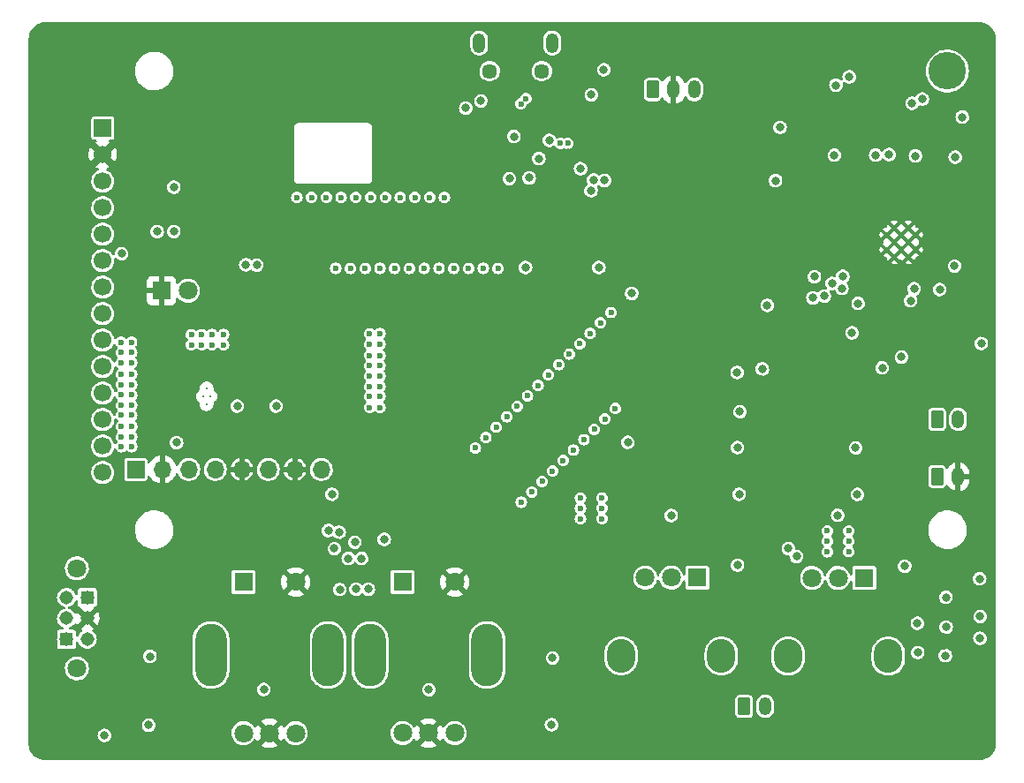
<source format=gbr>
%TF.GenerationSoftware,KiCad,Pcbnew,(6.0.11)*%
%TF.CreationDate,2024-03-19T14:29:21-04:00*%
%TF.ProjectId,Ultrasonic Sound Steering - Remote Rev. B,556c7472-6173-46f6-9e69-6320536f756e,rev?*%
%TF.SameCoordinates,Original*%
%TF.FileFunction,Copper,L2,Inr*%
%TF.FilePolarity,Positive*%
%FSLAX46Y46*%
G04 Gerber Fmt 4.6, Leading zero omitted, Abs format (unit mm)*
G04 Created by KiCad (PCBNEW (6.0.11)) date 2024-03-19 14:29:21*
%MOMM*%
%LPD*%
G01*
G04 APERTURE LIST*
G04 Aperture macros list*
%AMRoundRect*
0 Rectangle with rounded corners*
0 $1 Rounding radius*
0 $2 $3 $4 $5 $6 $7 $8 $9 X,Y pos of 4 corners*
0 Add a 4 corners polygon primitive as box body*
4,1,4,$2,$3,$4,$5,$6,$7,$8,$9,$2,$3,0*
0 Add four circle primitives for the rounded corners*
1,1,$1+$1,$2,$3*
1,1,$1+$1,$4,$5*
1,1,$1+$1,$6,$7*
1,1,$1+$1,$8,$9*
0 Add four rect primitives between the rounded corners*
20,1,$1+$1,$2,$3,$4,$5,0*
20,1,$1+$1,$4,$5,$6,$7,0*
20,1,$1+$1,$6,$7,$8,$9,0*
20,1,$1+$1,$8,$9,$2,$3,0*%
G04 Aperture macros list end*
%TA.AperFunction,ComponentPad*%
%ADD10R,1.308000X1.308000*%
%TD*%
%TA.AperFunction,ComponentPad*%
%ADD11C,1.308000*%
%TD*%
%TA.AperFunction,ComponentPad*%
%ADD12R,1.800000X1.800000*%
%TD*%
%TA.AperFunction,ComponentPad*%
%ADD13C,1.800000*%
%TD*%
%TA.AperFunction,ComponentPad*%
%ADD14O,3.000000X6.000000*%
%TD*%
%TA.AperFunction,ComponentPad*%
%ADD15C,3.600000*%
%TD*%
%TA.AperFunction,ComponentPad*%
%ADD16R,1.700000X1.700000*%
%TD*%
%TA.AperFunction,ComponentPad*%
%ADD17C,1.700000*%
%TD*%
%TA.AperFunction,ComponentPad*%
%ADD18O,2.720000X3.240000*%
%TD*%
%TA.AperFunction,ComponentPad*%
%ADD19C,0.300000*%
%TD*%
%TA.AperFunction,ComponentPad*%
%ADD20O,1.700000X1.700000*%
%TD*%
%TA.AperFunction,ComponentPad*%
%ADD21C,3.200000*%
%TD*%
%TA.AperFunction,ComponentPad*%
%ADD22C,2.900000*%
%TD*%
%TA.AperFunction,ComponentPad*%
%ADD23RoundRect,0.250000X-0.350000X-0.625000X0.350000X-0.625000X0.350000X0.625000X-0.350000X0.625000X0*%
%TD*%
%TA.AperFunction,ComponentPad*%
%ADD24O,1.200000X1.750000*%
%TD*%
%TA.AperFunction,ComponentPad*%
%ADD25C,1.450000*%
%TD*%
%TA.AperFunction,ComponentPad*%
%ADD26O,1.200000X1.900000*%
%TD*%
%TA.AperFunction,ComponentPad*%
%ADD27C,0.350000*%
%TD*%
%TA.AperFunction,ViaPad*%
%ADD28C,0.600000*%
%TD*%
%TA.AperFunction,ViaPad*%
%ADD29C,0.800000*%
%TD*%
G04 APERTURE END LIST*
D10*
%TO.N,unconnected-(P3-Pad1)*%
%TO.C,P3*%
X104530000Y-102070000D03*
D11*
%TO.N,VBAT*%
X104530000Y-100070000D03*
%TO.N,VMEAS*%
X104530000Y-98070000D03*
%TO.N,Net-(P3-Pad4)*%
X106530000Y-102070000D03*
%TO.N,GND*%
X106530000Y-100070000D03*
%TO.N,unconnected-(P3-Pad6)*%
X106530000Y-98070000D03*
%TD*%
D12*
%TO.N,Net-(D17-Pad2)*%
%TO.C,ENC1*%
X121490000Y-96582500D03*
D13*
%TO.N,GND*%
X126490000Y-96582500D03*
%TO.N,Net-(D15-Pad2)*%
X121490000Y-111082500D03*
%TO.N,Net-(D16-Pad2)*%
X126490000Y-111082500D03*
%TO.N,GND*%
X123990000Y-111082500D03*
D14*
%TO.N,Net-(ENC1-PadS1)*%
X118390000Y-103582500D03*
X129590000Y-103582500D03*
%TD*%
D12*
%TO.N,Net-(D14-Pad2)*%
%TO.C,ENC2*%
X136730000Y-96580000D03*
D13*
%TO.N,GND*%
X141730000Y-96580000D03*
%TO.N,Net-(ENC2-PadA)*%
X136730000Y-111080000D03*
%TO.N,Net-(ENC2-PadB)*%
X141730000Y-111080000D03*
%TO.N,GND*%
X139230000Y-111080000D03*
D14*
%TO.N,Net-(ENC2-PadS1)*%
X133630000Y-103580000D03*
X144830000Y-103580000D03*
%TD*%
D10*
%TO.N,unconnected-(SW1-Pad1)*%
%TO.C,SW1*%
X106530000Y-98070000D03*
D11*
%TO.N,GND*%
X106530000Y-100070000D03*
%TO.N,Net-(P3-Pad4)*%
X106530000Y-102070000D03*
%TO.N,VMEAS*%
X104530000Y-98070000D03*
%TO.N,VBAT*%
X104530000Y-100070000D03*
%TO.N,unconnected-(SW1-Pad6)*%
X104530000Y-102070000D03*
D13*
%TO.N,Net-(R1-Pad1)*%
X105530000Y-95270000D03*
X105530000Y-104870000D03*
%TD*%
D15*
%TO.N,GND*%
%TO.C,H3*%
X188960999Y-108957999D03*
%TD*%
D12*
%TO.N,GND*%
%TO.C,P1*%
X113620000Y-68650000D03*
D13*
%TO.N,Net-(D1-Pad2)*%
X116160000Y-68650000D03*
%TD*%
D15*
%TO.N,*%
%TO.C,P9*%
X188960999Y-47572999D03*
D16*
%TO.N,+3V3*%
X108011999Y-53062999D03*
D17*
%TO.N,GND*%
X108008999Y-55601999D03*
%TO.N,TFT_CS~*%
X108008999Y-58141999D03*
%TO.N,Net-(P9-Pad4)*%
X108008999Y-60681999D03*
%TO.N,TFT_DC*%
X108008999Y-63221999D03*
%TO.N,TFT_MOSI*%
X108008999Y-65761999D03*
%TO.N,TFT_SCK*%
X108008999Y-68301999D03*
%TO.N,TFT_BL*%
X108008999Y-70838999D03*
%TO.N,Net-(P9-Pad9)*%
X108008999Y-73378999D03*
%TO.N,unconnected-(P9-Pad10)*%
X108008999Y-75918999D03*
%TO.N,unconnected-(P9-Pad11)*%
X108008999Y-78458999D03*
%TO.N,unconnected-(P9-Pad12)*%
X108008999Y-80998999D03*
%TO.N,unconnected-(P9-Pad13)*%
X108008999Y-83538999D03*
%TO.N,unconnected-(P9-Pad14)*%
X108008999Y-86078999D03*
%TD*%
D15*
%TO.N,GND*%
%TO.C,H1*%
X105539000Y-47538999D03*
%TD*%
%TO.N,GND*%
%TO.C,H2*%
X105538999Y-109060999D03*
%TD*%
D12*
%TO.N,Net-(R74-Pad2)*%
%TO.C,RV2*%
X180985400Y-96192800D03*
D13*
%TO.N,Net-(C38-Pad2)*%
X178485400Y-96192800D03*
%TO.N,Net-(R75-Pad1)*%
X175985400Y-96192800D03*
D18*
%TO.N,Net-(R6-Pad1)*%
X173685400Y-103692800D03*
X183285400Y-103692800D03*
%TD*%
D19*
%TO.N,GND*%
%TO.C,U1*%
X118312152Y-78773962D03*
X117612152Y-78773962D03*
X117962152Y-78023962D03*
X117962152Y-79523962D03*
%TD*%
D12*
%TO.N,Net-(R64-Pad2)*%
%TO.C,RV1*%
X164985400Y-96175000D03*
D13*
%TO.N,Net-(C28-Pad2)*%
X162485400Y-96175000D03*
%TO.N,Net-(R65-Pad1)*%
X159985400Y-96175000D03*
D18*
%TO.N,Net-(R5-Pad1)*%
X157685400Y-103675000D03*
X167285400Y-103675000D03*
%TD*%
D16*
%TO.N,unconnected-(P2-Pad1)*%
%TO.C,P2*%
X111172114Y-85786461D03*
D20*
%TO.N,GND*%
X113712114Y-85786461D03*
%TO.N,VBAT*%
X116252114Y-85786461D03*
%TO.N,Net-(C1-Pad1)*%
X118792114Y-85786461D03*
%TO.N,GND*%
X121332114Y-85786461D03*
%TO.N,unconnected-(P2-Pad6)*%
X123872114Y-85786461D03*
%TO.N,GND*%
X126412114Y-85786461D03*
%TO.N,+5V*%
X128952114Y-85786461D03*
D21*
%TO.N,GND*%
X103552114Y-84517861D03*
X103552114Y-68007861D03*
D22*
X134286114Y-69692861D03*
X134286114Y-82832861D03*
%TD*%
D23*
%TO.N,Net-(D11-Pad2)*%
%TO.C,P8*%
X169490000Y-108510000D03*
D24*
%TO.N,Net-(D11-Pad1)*%
X171490000Y-108510000D03*
%TD*%
D23*
%TO.N,Net-(D4-Pad2)*%
%TO.C,P4*%
X187970000Y-86480000D03*
D24*
%TO.N,GND*%
X189970000Y-86480000D03*
%TD*%
D25*
%TO.N,Net-(P6-Pad6)*%
%TO.C,P6*%
X150085000Y-47582500D03*
D26*
X151085000Y-44882500D03*
D25*
X145085000Y-47582500D03*
D26*
X144085000Y-44882500D03*
%TD*%
D27*
%TO.N,GND*%
%TO.C,U4*%
X185920000Y-64695000D03*
X185920000Y-63295000D03*
X185220000Y-65395000D03*
X185220000Y-63995000D03*
X185220000Y-62595000D03*
X184520000Y-64695000D03*
X184520000Y-63295000D03*
X183820000Y-65395000D03*
X183820000Y-63995000D03*
X183820000Y-62595000D03*
X183120000Y-64695000D03*
X183120000Y-63295000D03*
%TD*%
D23*
%TO.N,Net-(D10-Pad2)*%
%TO.C,P7*%
X187970000Y-80980000D03*
D24*
%TO.N,Net-(D10-Pad1)*%
X189970000Y-80980000D03*
%TD*%
D23*
%TO.N,Net-(P5-Pad1)*%
%TO.C,P5*%
X160700000Y-49350000D03*
D24*
%TO.N,GND*%
X162700000Y-49350000D03*
%TO.N,Net-(P5-Pad3)*%
X164700000Y-49350000D03*
%TD*%
D28*
%TO.N,GND*%
X118704970Y-75173962D03*
X134134500Y-96578600D03*
D29*
X165160000Y-82205000D03*
X140090001Y-53785001D03*
D28*
X146031944Y-57983056D03*
X154121971Y-57859474D03*
X130783082Y-98256823D03*
X151057997Y-71637128D03*
D29*
X179029999Y-98160001D03*
D28*
X162452624Y-89256463D03*
X119114970Y-81033962D03*
X149283756Y-75475108D03*
X169380000Y-79340000D03*
D29*
X178989999Y-105289999D03*
D28*
X144734892Y-70543756D03*
D29*
X168770000Y-82195000D03*
X122532152Y-75383962D03*
X152245000Y-47320000D03*
X158280000Y-86599999D03*
X170750000Y-85362625D03*
D28*
X144282003Y-73162872D03*
X149605000Y-50264500D03*
X149115000Y-46382500D03*
D29*
X110865000Y-103800000D03*
D28*
X177830000Y-47270000D03*
D29*
X150175000Y-50790000D03*
D28*
X138312998Y-106909858D03*
X131093931Y-87232181D03*
X132885381Y-93382753D03*
D29*
X138680000Y-89730000D03*
D28*
X117274970Y-76353962D03*
X184872850Y-94112663D03*
X153425000Y-57830000D03*
D29*
X189457500Y-75892500D03*
X186178543Y-97901457D03*
X125250000Y-89850000D03*
X192250000Y-72650000D03*
D28*
X154959977Y-48755023D03*
D29*
X168990000Y-75170000D03*
X120770000Y-63010000D03*
D28*
X190652786Y-55795122D03*
X109396518Y-65944744D03*
X169031633Y-89118975D03*
D29*
X140812500Y-106986250D03*
D28*
X150605108Y-74256244D03*
X193016915Y-101975882D03*
X181380000Y-66980000D03*
X188584538Y-97127654D03*
X186832255Y-55686805D03*
D29*
X162958355Y-52751427D03*
D28*
X192987119Y-96284930D03*
D29*
X112004970Y-75253962D03*
X143733698Y-54708698D03*
D28*
X187520000Y-50220000D03*
X174681970Y-93211731D03*
D29*
X111910000Y-83460000D03*
D28*
X117912152Y-81033962D03*
X184895535Y-51325500D03*
X180300000Y-49010000D03*
X179877283Y-67235500D03*
X146636668Y-75715528D03*
X144200000Y-72260000D03*
X189640000Y-65330497D03*
X180330000Y-89139503D03*
X115769500Y-62874500D03*
D29*
X172155400Y-94975000D03*
X121834970Y-88389962D03*
X186400000Y-75990000D03*
X163505001Y-81180001D03*
D28*
X175122338Y-69489482D03*
X151140000Y-72540000D03*
X147925879Y-57849064D03*
D29*
X165090000Y-74370000D03*
X130696300Y-100239553D03*
X145265000Y-50700000D03*
D28*
X113359482Y-110320419D03*
D29*
X187930000Y-75930000D03*
D28*
X179378205Y-90140367D03*
D29*
X157515000Y-47505000D03*
X152605500Y-55448638D03*
X137428191Y-89850001D03*
X175720000Y-105500000D03*
X154875000Y-47160000D03*
X180120000Y-82250000D03*
D28*
X117922152Y-82303962D03*
X172960000Y-57134500D03*
X150745108Y-70786244D03*
X178381371Y-89241743D03*
X150250000Y-111000000D03*
D29*
X113484970Y-75313962D03*
X143779999Y-53735001D03*
D28*
X172638974Y-70145500D03*
X149526244Y-69464892D03*
D29*
X186180000Y-67500000D03*
X159860000Y-52770000D03*
D28*
X113440000Y-104000000D03*
D29*
X125090000Y-106780000D03*
X172810000Y-98315000D03*
D28*
X116684970Y-81033962D03*
X176700000Y-68320000D03*
D29*
X131727500Y-109125000D03*
D28*
X155840000Y-87440000D03*
D29*
X158367655Y-80367655D03*
D28*
X167840000Y-95100000D03*
X144594892Y-74013756D03*
X193038428Y-99844837D03*
D29*
X124014970Y-75393962D03*
D28*
X177030000Y-55710000D03*
X152061611Y-103944037D03*
X154700534Y-66844221D03*
D29*
X114944970Y-75363962D03*
X108050000Y-106674460D03*
D28*
X123729398Y-66204491D03*
X184299501Y-55590000D03*
D29*
X192245000Y-55165000D03*
X149330000Y-110390000D03*
X132970000Y-98280000D03*
X121062152Y-75423962D03*
X156130000Y-94954998D03*
D28*
X117264970Y-75193962D03*
D29*
X192240000Y-52290000D03*
X176390000Y-82210000D03*
D28*
X145117345Y-74754666D03*
X188570000Y-100050000D03*
D29*
X184040000Y-77770000D03*
X135550000Y-57570000D03*
X140105000Y-55170000D03*
D28*
X113870779Y-58743152D03*
D29*
X192245000Y-69925000D03*
D28*
X172305288Y-53730000D03*
X150024666Y-74952655D03*
X178850000Y-47250000D03*
D29*
X118826000Y-62974500D03*
X115954970Y-80263962D03*
D28*
X153800000Y-91590000D03*
D29*
X190987500Y-75897500D03*
X175790000Y-76430000D03*
X175825000Y-98365000D03*
D28*
X181245017Y-56092061D03*
X190333168Y-51041654D03*
D29*
X181233155Y-76132154D03*
X161926610Y-82263283D03*
D28*
X145813756Y-75335108D03*
X122492988Y-106963735D03*
X177180000Y-67300000D03*
X145315334Y-69847345D03*
D29*
X133873812Y-94156785D03*
D28*
X112296206Y-63688274D03*
D29*
X153575000Y-51580000D03*
D28*
X150528816Y-56580298D03*
D29*
X120850000Y-58690000D03*
X163505000Y-89430000D03*
X118800000Y-58720000D03*
D28*
X142125000Y-50500000D03*
D29*
X110750000Y-110500000D03*
D28*
X155870000Y-91570000D03*
D29*
X149454999Y-104006001D03*
D28*
X118694970Y-76363962D03*
D29*
X174710000Y-76420000D03*
D28*
X181919966Y-76576689D03*
D29*
X147030000Y-109125000D03*
D28*
X148432872Y-75787997D03*
D29*
X121372152Y-80933962D03*
D28*
X144354472Y-71366668D03*
D29*
X156810000Y-98305000D03*
X185240000Y-67500000D03*
D28*
X148703332Y-69084472D03*
X153780000Y-87450000D03*
X147810000Y-68930000D03*
D29*
X143035000Y-48570000D03*
D28*
X150985528Y-73433332D03*
X120768570Y-66163573D03*
X147300000Y-66500000D03*
X131151292Y-93453710D03*
X146907128Y-69012003D03*
D29*
X129540000Y-97450000D03*
X151055000Y-50364500D03*
D28*
X147530000Y-75870000D03*
X150222655Y-70045334D03*
X188560000Y-102810000D03*
X146056244Y-69324892D03*
D29*
X188460000Y-67510000D03*
D28*
X179980000Y-47270000D03*
X153965000Y-58555500D03*
D29*
X174780000Y-89275000D03*
X174137915Y-69994500D03*
X137386595Y-91340001D03*
D28*
X180540000Y-48100000D03*
X158294347Y-82240844D03*
X157720000Y-69730000D03*
D29*
%TO.N,TFT_DC*%
X109810000Y-65090000D03*
%TO.N,TFT_MISO*%
X183349999Y-55589999D03*
%TO.N,RST~*%
X158700000Y-68900000D03*
X155550000Y-66420000D03*
X148520000Y-66420000D03*
X189640000Y-66280000D03*
%TO.N,IO0~*%
X142785000Y-51120000D03*
X172915000Y-52975000D03*
%TO.N,Enc1A_Filt*%
X133460000Y-97280000D03*
%TO.N,LB*%
X178927926Y-67270954D03*
X174504500Y-94144500D03*
%TO.N,Enc1B_Filt*%
X132274500Y-97265900D03*
%TO.N,Enc2A_Filt*%
X129977345Y-88165500D03*
%TO.N,MCU_HB*%
X179820000Y-72690000D03*
X173710000Y-93370000D03*
%TO.N,Enc2B_Filt*%
X130725500Y-97305000D03*
%TO.N,Net-(C28-Pad2)*%
X162485400Y-90205400D03*
%TO.N,ADC0_VBAT*%
X169060000Y-80240000D03*
%TO.N,ADC1_VPOTC*%
X169000000Y-88170000D03*
X185766054Y-68464417D03*
%TO.N,TFT_RST*%
X189703767Y-55825420D03*
X122773897Y-66190312D03*
%TO.N,Net-(C38-Pad2)*%
X178430000Y-90190000D03*
%TO.N,RX2*%
X178270000Y-48939500D03*
%TO.N,TX2*%
X179540000Y-48140000D03*
%TO.N,Enc1A*%
X132820000Y-94330000D03*
X176201394Y-67303341D03*
%TO.N,Enc1B*%
X131540000Y-94320000D03*
X171694782Y-70045218D03*
%TO.N,Enc2A*%
X129624500Y-91638055D03*
X177147835Y-69157257D03*
%TO.N,Enc2B*%
X130204600Y-93380710D03*
X176060000Y-69340000D03*
%TO.N,Sel1*%
X132160400Y-92769600D03*
X178845500Y-68430000D03*
%TO.N,Sel2*%
X130661023Y-91802600D03*
X177911539Y-67945265D03*
%TO.N,Net-(D10-Pad1)*%
X186070000Y-100540000D03*
%TO.N,Net-(D10-Pad2)*%
X188830000Y-100900000D03*
%TO.N,Net-(D11-Pad1)*%
X186110000Y-103350000D03*
%TO.N,Net-(D11-Pad2)*%
X188750000Y-103640000D03*
%TO.N,ADC2_VPOTD*%
X180330000Y-88190000D03*
X188213272Y-68530087D03*
D28*
%TO.N,+3V3*%
X134580000Y-79860000D03*
X109780000Y-75570000D03*
D29*
X182710000Y-76050000D03*
D28*
X156720000Y-70730000D03*
X148720000Y-78730000D03*
X110770000Y-73590000D03*
X110790000Y-78640000D03*
D29*
X123440000Y-106895000D03*
D28*
X177450000Y-93690000D03*
X143058000Y-66500000D03*
X134570000Y-73770000D03*
X109780000Y-76660000D03*
D29*
X150805000Y-54220000D03*
D28*
X133580000Y-77840000D03*
X134580000Y-78790000D03*
X116510000Y-72850000D03*
X145720000Y-81730000D03*
X155120000Y-81940000D03*
X109790000Y-77640000D03*
X110790000Y-82660000D03*
X138816000Y-66500000D03*
X119580000Y-73840000D03*
X157120000Y-79950000D03*
X153720000Y-73730000D03*
X117490000Y-73840000D03*
X148120000Y-88940000D03*
X177450000Y-92660000D03*
D29*
X184550000Y-75010500D03*
X112409999Y-110314689D03*
D28*
X145886000Y-66500000D03*
X110790000Y-79640000D03*
X134580000Y-77840000D03*
X110780000Y-75570000D03*
X109770000Y-73590000D03*
D29*
X168830000Y-83700000D03*
X171220000Y-76140000D03*
D28*
X150720000Y-76730000D03*
X139336000Y-59700000D03*
X151720000Y-75730000D03*
X109790000Y-81660000D03*
X110790000Y-81660000D03*
D29*
X113219500Y-62974500D03*
D28*
X153790000Y-88530000D03*
D29*
X168800000Y-76480000D03*
D28*
X152120000Y-84940000D03*
D29*
X139262500Y-106911250D03*
X115084970Y-83213964D03*
D28*
X177450000Y-91690000D03*
X133570000Y-72770000D03*
D29*
X168835398Y-94967082D03*
D28*
X155720000Y-71730000D03*
X140230000Y-66500000D03*
X156120000Y-80950000D03*
X152720000Y-74730000D03*
X154720000Y-72730000D03*
X110780000Y-76660000D03*
X137922000Y-59700000D03*
X129438000Y-59700000D03*
X110790000Y-80590000D03*
D29*
X114820000Y-58720000D03*
D28*
X116510000Y-73850000D03*
X109780000Y-74570000D03*
D29*
X151115001Y-103869999D03*
D28*
X133680000Y-59700000D03*
X134580000Y-75840000D03*
D29*
X112531942Y-103722536D03*
D28*
X133580000Y-75840000D03*
X110790000Y-83610000D03*
X143720000Y-83730000D03*
D29*
X192090000Y-99890000D03*
D28*
X151120000Y-85940000D03*
X144720000Y-82730000D03*
X130852000Y-59700000D03*
X133580000Y-76840000D03*
X110790000Y-77640000D03*
X130332000Y-66500000D03*
X134574000Y-66500000D03*
X153790000Y-89500000D03*
X132266000Y-59700000D03*
X149720000Y-77730000D03*
X118490000Y-72840000D03*
D29*
X134985000Y-92485000D03*
D28*
X144472000Y-66500000D03*
X117490000Y-72840000D03*
X133570000Y-73770000D03*
D29*
X151012501Y-110263513D03*
D28*
X119580000Y-72840000D03*
X126610000Y-59700000D03*
X118490000Y-73840000D03*
X109790000Y-83610000D03*
X149120000Y-87940000D03*
X131746000Y-66500000D03*
X134570000Y-72770000D03*
X109790000Y-79640000D03*
D29*
X192037663Y-96275514D03*
D28*
X137402000Y-66500000D03*
X146720000Y-80730000D03*
X134580000Y-76840000D03*
D29*
X192206309Y-73698592D03*
D28*
X109790000Y-82660000D03*
D29*
X192067518Y-101990000D03*
D28*
X153120000Y-83940000D03*
D29*
X156030000Y-47450000D03*
D28*
X133580000Y-78790000D03*
X140750000Y-59700000D03*
D29*
X108170000Y-111300000D03*
D28*
X133160000Y-66500000D03*
X128024000Y-59700000D03*
X135094000Y-59700000D03*
X155850000Y-88510000D03*
X154120000Y-82940000D03*
X110780000Y-74570000D03*
X109790000Y-78640000D03*
X147720000Y-79730000D03*
X155840000Y-90510000D03*
X109790000Y-80590000D03*
X133570000Y-74860000D03*
X153790000Y-90530000D03*
D29*
X114820000Y-62974500D03*
D28*
X179510000Y-92660000D03*
X133580000Y-79860000D03*
X179510000Y-91670000D03*
X134570000Y-74860000D03*
X155850000Y-89500000D03*
X179500000Y-93670000D03*
X136508000Y-59700000D03*
X141644000Y-66500000D03*
D29*
X184860400Y-95062082D03*
D28*
X135988000Y-66500000D03*
X150120000Y-86940000D03*
D29*
X180160000Y-83720000D03*
%TO.N,VBUS*%
X154826920Y-49853070D03*
X144245000Y-50450000D03*
%TO.N,DTR~*%
X147415000Y-53858697D03*
X153795270Y-56949514D03*
X148875023Y-57822987D03*
%TO.N,RTS~*%
X149807193Y-55963195D03*
X146977650Y-57898237D03*
X154804881Y-59040481D03*
%TO.N,ESP32_TXD0*%
X156106000Y-58067469D03*
X186545377Y-50262362D03*
%TO.N,ESP32_RXD0*%
X155057490Y-58021833D03*
X185575088Y-50662354D03*
%TO.N,TFT_BL{slash}PWM*%
X121718000Y-66151811D03*
X185883077Y-55711614D03*
%TO.N,Net-(R42-Pad1)*%
X180395000Y-69860000D03*
%TO.N,/Power/VIN*%
X124622152Y-79703962D03*
X120902152Y-79703962D03*
D28*
%TO.N,/Digital/D+*%
X152565000Y-54500000D03*
X148555000Y-50230000D03*
%TO.N,/Digital/D-*%
X148075000Y-50720000D03*
X151865000Y-54520000D03*
D29*
%TO.N,Net-(D4-Pad2)*%
X188810000Y-98050000D03*
%TO.N,VMEAS*%
X158320000Y-83190000D03*
%TO.N,Net-(R45-Pad1)*%
X178119943Y-55639943D03*
%TO.N,Net-(R46-Pad1)*%
X172479282Y-58081298D03*
%TO.N,Net-(R47-Pad1)*%
X182080000Y-55640000D03*
%TO.N,Net-(R48-Pad1)*%
X190380000Y-51990000D03*
%TO.N,Net-(R42-Pad3)*%
X185425500Y-69600000D03*
%TD*%
%TA.AperFunction,Conductor*%
%TO.N,GND*%
G36*
X191988704Y-42901997D02*
G01*
X192001387Y-42903968D01*
X192001388Y-42903968D01*
X192011183Y-42905490D01*
X192020969Y-42903911D01*
X192027415Y-42903892D01*
X192047301Y-42902984D01*
X192228712Y-42915457D01*
X192246555Y-42917975D01*
X192450919Y-42961916D01*
X192468219Y-42966953D01*
X192664231Y-43039600D01*
X192680623Y-43047049D01*
X192796632Y-43110134D01*
X192864266Y-43146913D01*
X192879435Y-43156628D01*
X193046957Y-43281670D01*
X193060578Y-43293444D01*
X193208545Y-43441099D01*
X193220358Y-43454707D01*
X193345742Y-43621950D01*
X193355491Y-43637100D01*
X193455746Y-43820538D01*
X193463231Y-43836920D01*
X193536288Y-44032770D01*
X193541362Y-44050060D01*
X193585732Y-44254318D01*
X193588289Y-44272157D01*
X193601148Y-44453580D01*
X193600286Y-44473357D01*
X193600281Y-44479882D01*
X193598722Y-44489674D01*
X193602127Y-44511287D01*
X193602170Y-44511557D01*
X193603706Y-44531193D01*
X193597666Y-73320861D01*
X193597006Y-76468449D01*
X193597005Y-76468480D01*
X193596996Y-76468537D01*
X193597000Y-76497641D01*
X193596993Y-76531435D01*
X193597003Y-76531499D01*
X193597005Y-76531542D01*
X193601994Y-112037546D01*
X193601994Y-112040149D01*
X193600501Y-112059506D01*
X193597010Y-112081972D01*
X193598589Y-112091758D01*
X193598608Y-112098204D01*
X193599517Y-112118086D01*
X193590305Y-112252072D01*
X193587044Y-112299506D01*
X193584527Y-112317344D01*
X193547252Y-112490714D01*
X193540588Y-112521707D01*
X193535552Y-112539005D01*
X193493534Y-112652377D01*
X193462904Y-112735020D01*
X193455449Y-112751425D01*
X193355595Y-112935052D01*
X193345877Y-112950226D01*
X193220841Y-113117744D01*
X193209056Y-113131378D01*
X193061407Y-113279339D01*
X193047800Y-113291152D01*
X192880550Y-113416542D01*
X192865396Y-113426292D01*
X192681973Y-113526540D01*
X192665586Y-113534028D01*
X192469731Y-113607088D01*
X192452442Y-113612161D01*
X192248183Y-113656531D01*
X192230346Y-113659088D01*
X192048983Y-113671944D01*
X192028981Y-113671072D01*
X192022617Y-113671067D01*
X192012826Y-113669508D01*
X191990883Y-113672965D01*
X191971275Y-113674500D01*
X102541436Y-113674500D01*
X102521726Y-113672949D01*
X102509793Y-113671059D01*
X102500000Y-113669508D01*
X102490206Y-113671059D01*
X102485045Y-113671059D01*
X102463794Y-113671995D01*
X102397023Y-113667376D01*
X102288075Y-113659839D01*
X102270850Y-113657444D01*
X102071497Y-113615536D01*
X102054765Y-113610792D01*
X102044467Y-113607087D01*
X102016122Y-113596890D01*
X101863077Y-113541831D01*
X101847167Y-113534833D01*
X101666789Y-113440128D01*
X101651999Y-113431008D01*
X101486388Y-113312374D01*
X101472988Y-113301300D01*
X101325282Y-113160984D01*
X101313539Y-113148174D01*
X101186567Y-112988863D01*
X101176695Y-112974551D01*
X101150689Y-112930647D01*
X101144629Y-112920417D01*
X101072875Y-112799283D01*
X101065066Y-112783745D01*
X100986363Y-112595842D01*
X100980767Y-112579374D01*
X100928693Y-112382437D01*
X100925418Y-112365358D01*
X100910727Y-112243906D01*
X123193423Y-112243906D01*
X123198704Y-112250961D01*
X123375080Y-112354027D01*
X123384363Y-112358474D01*
X123591003Y-112437383D01*
X123600901Y-112440259D01*
X123817653Y-112484357D01*
X123827883Y-112485576D01*
X124048914Y-112493682D01*
X124059223Y-112493214D01*
X124278623Y-112465108D01*
X124288688Y-112462968D01*
X124500557Y-112399405D01*
X124510152Y-112395644D01*
X124708778Y-112298338D01*
X124717636Y-112293059D01*
X124775097Y-112252072D01*
X124783472Y-112241406D01*
X138433423Y-112241406D01*
X138438704Y-112248461D01*
X138615080Y-112351527D01*
X138624363Y-112355974D01*
X138831003Y-112434883D01*
X138840901Y-112437759D01*
X139057653Y-112481857D01*
X139067883Y-112483076D01*
X139288914Y-112491182D01*
X139299223Y-112490714D01*
X139518623Y-112462608D01*
X139528688Y-112460468D01*
X139740557Y-112396905D01*
X139750152Y-112393144D01*
X139948778Y-112295838D01*
X139957636Y-112290559D01*
X140015097Y-112249572D01*
X140023497Y-112238874D01*
X140016510Y-112225721D01*
X139242811Y-111452021D01*
X139228868Y-111444408D01*
X139227034Y-111444539D01*
X139220420Y-111448790D01*
X138440180Y-112229031D01*
X138433423Y-112241406D01*
X124783472Y-112241406D01*
X124783497Y-112241374D01*
X124776510Y-112228221D01*
X124002811Y-111454521D01*
X123988868Y-111446908D01*
X123987034Y-111447039D01*
X123980420Y-111451290D01*
X123200180Y-112231531D01*
X123193423Y-112243906D01*
X100910727Y-112243906D01*
X100904301Y-112190781D01*
X100904138Y-112168475D01*
X100903911Y-112164064D01*
X100904958Y-112154205D01*
X100902907Y-112144504D01*
X100902751Y-112141471D01*
X100900500Y-112119948D01*
X100900500Y-111293138D01*
X107514758Y-111293138D01*
X107532035Y-111449633D01*
X107586143Y-111597490D01*
X107590380Y-111603796D01*
X107590382Y-111603799D01*
X107603146Y-111622793D01*
X107673958Y-111728172D01*
X107790410Y-111834135D01*
X107797085Y-111837759D01*
X107922099Y-111905637D01*
X107922101Y-111905638D01*
X107928776Y-111909262D01*
X107936125Y-111911190D01*
X108073719Y-111947287D01*
X108073721Y-111947287D01*
X108081069Y-111949215D01*
X108164380Y-111950524D01*
X108230898Y-111951569D01*
X108230901Y-111951569D01*
X108238495Y-111951688D01*
X108391968Y-111916538D01*
X108532625Y-111845795D01*
X108582708Y-111803020D01*
X108646574Y-111748474D01*
X108646576Y-111748471D01*
X108652348Y-111743542D01*
X108744224Y-111615683D01*
X108802950Y-111469598D01*
X108825134Y-111313723D01*
X108825278Y-111300000D01*
X108806363Y-111143694D01*
X108785915Y-111089580D01*
X108771811Y-111052254D01*
X120334967Y-111052254D01*
X120348796Y-111263249D01*
X120350217Y-111268845D01*
X120350218Y-111268850D01*
X120397373Y-111454521D01*
X120400845Y-111468190D01*
X120403262Y-111473433D01*
X120486951Y-111654969D01*
X120489369Y-111660214D01*
X120611405Y-111832891D01*
X120762865Y-111980437D01*
X120767661Y-111983642D01*
X120767664Y-111983644D01*
X120881212Y-112059514D01*
X120938677Y-112097911D01*
X120943985Y-112100192D01*
X120943986Y-112100192D01*
X121127650Y-112179100D01*
X121127653Y-112179101D01*
X121132953Y-112181378D01*
X121138582Y-112182652D01*
X121138583Y-112182652D01*
X121333550Y-112226769D01*
X121333553Y-112226769D01*
X121339186Y-112228044D01*
X121344957Y-112228271D01*
X121344959Y-112228271D01*
X121406989Y-112230708D01*
X121550470Y-112236346D01*
X121556179Y-112235518D01*
X121556183Y-112235518D01*
X121754015Y-112206833D01*
X121754019Y-112206832D01*
X121759730Y-112206004D01*
X121846352Y-112176600D01*
X121954483Y-112139895D01*
X121954488Y-112139893D01*
X121959955Y-112138037D01*
X121964998Y-112135213D01*
X122139395Y-112037546D01*
X122139399Y-112037543D01*
X122144442Y-112034719D01*
X122307012Y-111899512D01*
X122442219Y-111736942D01*
X122484458Y-111661519D01*
X122535195Y-111611858D01*
X122604727Y-111597511D01*
X122670978Y-111623033D01*
X122711135Y-111675682D01*
X122726989Y-111714726D01*
X122731634Y-111723921D01*
X122820097Y-111868281D01*
X122830553Y-111877742D01*
X122839331Y-111873958D01*
X123617979Y-111095311D01*
X123624356Y-111083632D01*
X124354408Y-111083632D01*
X124354539Y-111085466D01*
X124358790Y-111092080D01*
X125136307Y-111869596D01*
X125148313Y-111876152D01*
X125160052Y-111867184D01*
X125198010Y-111814359D01*
X125203321Y-111805520D01*
X125269890Y-111670828D01*
X125318004Y-111618621D01*
X125386705Y-111600714D01*
X125454181Y-111622793D01*
X125489015Y-111660464D01*
X125489369Y-111660214D01*
X125492702Y-111664930D01*
X125492707Y-111664938D01*
X125537397Y-111728172D01*
X125611405Y-111832891D01*
X125762865Y-111980437D01*
X125767661Y-111983642D01*
X125767664Y-111983644D01*
X125881212Y-112059514D01*
X125938677Y-112097911D01*
X125943985Y-112100192D01*
X125943986Y-112100192D01*
X126127650Y-112179100D01*
X126127653Y-112179101D01*
X126132953Y-112181378D01*
X126138582Y-112182652D01*
X126138583Y-112182652D01*
X126333550Y-112226769D01*
X126333553Y-112226769D01*
X126339186Y-112228044D01*
X126344957Y-112228271D01*
X126344959Y-112228271D01*
X126406989Y-112230708D01*
X126550470Y-112236346D01*
X126556179Y-112235518D01*
X126556183Y-112235518D01*
X126754015Y-112206833D01*
X126754019Y-112206832D01*
X126759730Y-112206004D01*
X126846352Y-112176600D01*
X126954483Y-112139895D01*
X126954488Y-112139893D01*
X126959955Y-112138037D01*
X126964998Y-112135213D01*
X127139395Y-112037546D01*
X127139399Y-112037543D01*
X127144442Y-112034719D01*
X127307012Y-111899512D01*
X127442219Y-111736942D01*
X127445043Y-111731899D01*
X127445046Y-111731895D01*
X127542713Y-111557498D01*
X127542714Y-111557496D01*
X127545537Y-111552455D01*
X127547393Y-111546988D01*
X127547395Y-111546983D01*
X127611647Y-111357700D01*
X127613504Y-111352230D01*
X127618496Y-111317807D01*
X127643314Y-111146640D01*
X127643314Y-111146638D01*
X127643846Y-111142970D01*
X127645429Y-111082500D01*
X127642420Y-111049754D01*
X135574967Y-111049754D01*
X135588796Y-111260749D01*
X135590217Y-111266345D01*
X135590218Y-111266350D01*
X135634850Y-111442084D01*
X135640845Y-111465690D01*
X135643262Y-111470933D01*
X135710194Y-111616121D01*
X135729369Y-111657714D01*
X135851405Y-111830391D01*
X135862152Y-111840860D01*
X135975798Y-111951569D01*
X136002865Y-111977937D01*
X136007661Y-111981142D01*
X136007664Y-111981144D01*
X136108693Y-112048649D01*
X136178677Y-112095411D01*
X136183985Y-112097692D01*
X136183986Y-112097692D01*
X136367650Y-112176600D01*
X136367653Y-112176601D01*
X136372953Y-112178878D01*
X136378582Y-112180152D01*
X136378583Y-112180152D01*
X136573550Y-112224269D01*
X136573553Y-112224269D01*
X136579186Y-112225544D01*
X136584957Y-112225771D01*
X136584959Y-112225771D01*
X136642810Y-112228044D01*
X136790470Y-112233846D01*
X136796179Y-112233018D01*
X136796183Y-112233018D01*
X136994015Y-112204333D01*
X136994019Y-112204332D01*
X136999730Y-112203504D01*
X137079052Y-112176578D01*
X137194483Y-112137395D01*
X137194488Y-112137393D01*
X137199955Y-112135537D01*
X137204998Y-112132713D01*
X137379395Y-112035046D01*
X137379399Y-112035043D01*
X137384442Y-112032219D01*
X137547012Y-111897012D01*
X137682219Y-111734442D01*
X137724458Y-111659019D01*
X137775195Y-111609358D01*
X137844727Y-111595011D01*
X137910978Y-111620533D01*
X137951135Y-111673182D01*
X137966989Y-111712226D01*
X137971634Y-111721421D01*
X138060097Y-111865781D01*
X138070553Y-111875242D01*
X138079331Y-111871458D01*
X138857979Y-111092811D01*
X138864356Y-111081132D01*
X139594408Y-111081132D01*
X139594539Y-111082966D01*
X139598790Y-111089580D01*
X140376307Y-111867096D01*
X140388313Y-111873652D01*
X140400052Y-111864684D01*
X140438010Y-111811859D01*
X140443321Y-111803020D01*
X140509890Y-111668328D01*
X140558004Y-111616121D01*
X140626705Y-111598214D01*
X140694181Y-111620293D01*
X140729015Y-111657964D01*
X140729369Y-111657714D01*
X140732702Y-111662430D01*
X140732707Y-111662438D01*
X140774707Y-111721866D01*
X140851405Y-111830391D01*
X140862152Y-111840860D01*
X140975798Y-111951569D01*
X141002865Y-111977937D01*
X141007661Y-111981142D01*
X141007664Y-111981144D01*
X141108693Y-112048649D01*
X141178677Y-112095411D01*
X141183985Y-112097692D01*
X141183986Y-112097692D01*
X141367650Y-112176600D01*
X141367653Y-112176601D01*
X141372953Y-112178878D01*
X141378582Y-112180152D01*
X141378583Y-112180152D01*
X141573550Y-112224269D01*
X141573553Y-112224269D01*
X141579186Y-112225544D01*
X141584957Y-112225771D01*
X141584959Y-112225771D01*
X141642810Y-112228044D01*
X141790470Y-112233846D01*
X141796179Y-112233018D01*
X141796183Y-112233018D01*
X141994015Y-112204333D01*
X141994019Y-112204332D01*
X141999730Y-112203504D01*
X142079052Y-112176578D01*
X142194483Y-112137395D01*
X142194488Y-112137393D01*
X142199955Y-112135537D01*
X142204998Y-112132713D01*
X142379395Y-112035046D01*
X142379399Y-112035043D01*
X142384442Y-112032219D01*
X142547012Y-111897012D01*
X142682219Y-111734442D01*
X142685043Y-111729399D01*
X142685046Y-111729395D01*
X142782713Y-111554998D01*
X142782714Y-111554996D01*
X142785537Y-111549955D01*
X142787393Y-111544488D01*
X142787395Y-111544483D01*
X142834173Y-111406676D01*
X142853504Y-111349730D01*
X142860116Y-111304134D01*
X142883314Y-111144140D01*
X142883314Y-111144138D01*
X142883846Y-111140470D01*
X142885429Y-111080000D01*
X142866081Y-110869440D01*
X142863871Y-110861602D01*
X142835757Y-110761919D01*
X142808686Y-110665931D01*
X142801243Y-110650837D01*
X142717719Y-110481469D01*
X142715165Y-110476290D01*
X142588651Y-110306867D01*
X142534328Y-110256651D01*
X150357259Y-110256651D01*
X150374536Y-110413146D01*
X150428644Y-110561003D01*
X150432881Y-110567309D01*
X150432883Y-110567312D01*
X150458238Y-110605043D01*
X150516459Y-110691685D01*
X150545336Y-110717961D01*
X150589374Y-110758032D01*
X150632911Y-110797648D01*
X150639586Y-110801272D01*
X150764600Y-110869150D01*
X150764602Y-110869151D01*
X150771277Y-110872775D01*
X150778626Y-110874703D01*
X150916220Y-110910800D01*
X150916222Y-110910800D01*
X150923570Y-110912728D01*
X151006881Y-110914037D01*
X151073399Y-110915082D01*
X151073402Y-110915082D01*
X151080996Y-110915201D01*
X151234469Y-110880051D01*
X151375126Y-110809308D01*
X151429155Y-110763163D01*
X151489075Y-110711987D01*
X151489077Y-110711984D01*
X151494849Y-110707055D01*
X151586725Y-110579196D01*
X151645451Y-110433111D01*
X151653312Y-110377877D01*
X151667054Y-110281320D01*
X151667054Y-110281317D01*
X151667635Y-110277236D01*
X151667779Y-110263513D01*
X151648864Y-110107207D01*
X151621628Y-110035129D01*
X151595895Y-109967027D01*
X151595894Y-109967024D01*
X151593211Y-109959925D01*
X151504032Y-109830170D01*
X151449587Y-109781661D01*
X151392149Y-109730485D01*
X151392146Y-109730483D01*
X151386477Y-109725432D01*
X151247332Y-109651758D01*
X151230623Y-109647561D01*
X151101999Y-109615253D01*
X151101997Y-109615253D01*
X151094629Y-109613402D01*
X151087031Y-109613362D01*
X151087029Y-109613362D01*
X151019820Y-109613010D01*
X150937185Y-109612578D01*
X150929806Y-109614350D01*
X150929802Y-109614350D01*
X150791468Y-109647561D01*
X150791464Y-109647562D01*
X150784089Y-109649333D01*
X150700538Y-109692457D01*
X150673353Y-109706488D01*
X150644180Y-109721545D01*
X150638458Y-109726537D01*
X150638456Y-109726538D01*
X150531260Y-109820051D01*
X150531257Y-109820054D01*
X150525535Y-109825046D01*
X150521168Y-109831260D01*
X150448590Y-109934528D01*
X150435002Y-109953861D01*
X150377810Y-110100552D01*
X150357259Y-110256651D01*
X142534328Y-110256651D01*
X142433381Y-110163337D01*
X142254554Y-110050505D01*
X142058160Y-109972152D01*
X142052503Y-109971027D01*
X142052497Y-109971025D01*
X141856442Y-109932028D01*
X141856440Y-109932028D01*
X141850775Y-109930901D01*
X141845000Y-109930825D01*
X141844996Y-109930825D01*
X141738976Y-109929437D01*
X141639346Y-109928133D01*
X141633649Y-109929112D01*
X141633648Y-109929112D01*
X141436650Y-109962962D01*
X141436649Y-109962962D01*
X141430953Y-109963941D01*
X141232575Y-110037127D01*
X141227614Y-110040079D01*
X141227613Y-110040079D01*
X141113312Y-110108081D01*
X141050856Y-110145238D01*
X140891881Y-110284655D01*
X140760976Y-110450708D01*
X140758287Y-110455819D01*
X140758285Y-110455822D01*
X140735909Y-110498352D01*
X140686489Y-110549324D01*
X140617357Y-110565487D01*
X140550461Y-110541708D01*
X140508852Y-110489927D01*
X140477193Y-110417118D01*
X140472315Y-110408020D01*
X140399224Y-110295038D01*
X140388538Y-110285835D01*
X140378973Y-110290238D01*
X139602021Y-111067189D01*
X139594408Y-111081132D01*
X138864356Y-111081132D01*
X138865592Y-111078868D01*
X138865461Y-111077034D01*
X138861210Y-111070420D01*
X138083862Y-110293073D01*
X138072330Y-110286776D01*
X138060048Y-110296399D01*
X138004467Y-110377877D01*
X137999379Y-110386833D01*
X137951031Y-110490992D01*
X137904207Y-110544359D01*
X137835964Y-110563940D01*
X137767968Y-110543517D01*
X137723739Y-110493674D01*
X137717723Y-110481475D01*
X137717718Y-110481466D01*
X137715165Y-110476290D01*
X137588651Y-110306867D01*
X137433381Y-110163337D01*
X137254554Y-110050505D01*
X137058160Y-109972152D01*
X137052503Y-109971027D01*
X137052497Y-109971025D01*
X136856442Y-109932028D01*
X136856440Y-109932028D01*
X136850775Y-109930901D01*
X136845000Y-109930825D01*
X136844996Y-109930825D01*
X136738976Y-109929437D01*
X136639346Y-109928133D01*
X136633649Y-109929112D01*
X136633648Y-109929112D01*
X136436650Y-109962962D01*
X136436649Y-109962962D01*
X136430953Y-109963941D01*
X136232575Y-110037127D01*
X136227614Y-110040079D01*
X136227613Y-110040079D01*
X136113312Y-110108081D01*
X136050856Y-110145238D01*
X135891881Y-110284655D01*
X135760976Y-110450708D01*
X135758287Y-110455819D01*
X135758285Y-110455822D01*
X135738466Y-110493492D01*
X135662523Y-110637836D01*
X135599820Y-110839773D01*
X135574967Y-111049754D01*
X127642420Y-111049754D01*
X127626081Y-110871940D01*
X127623166Y-110861602D01*
X127605129Y-110797648D01*
X127568686Y-110668431D01*
X127559543Y-110649889D01*
X127477719Y-110483969D01*
X127475165Y-110478790D01*
X127348651Y-110309367D01*
X127193381Y-110165837D01*
X127014554Y-110053005D01*
X126818160Y-109974652D01*
X126812503Y-109973527D01*
X126812497Y-109973525D01*
X126616442Y-109934528D01*
X126616440Y-109934528D01*
X126610775Y-109933401D01*
X126605000Y-109933325D01*
X126604996Y-109933325D01*
X126498976Y-109931937D01*
X126399346Y-109930633D01*
X126393649Y-109931612D01*
X126393648Y-109931612D01*
X126196650Y-109965462D01*
X126196649Y-109965462D01*
X126190953Y-109966441D01*
X125992575Y-110039627D01*
X125987614Y-110042579D01*
X125987613Y-110042579D01*
X125877514Y-110108081D01*
X125810856Y-110147738D01*
X125651881Y-110287155D01*
X125520976Y-110453208D01*
X125518287Y-110458319D01*
X125518285Y-110458322D01*
X125495909Y-110500852D01*
X125446489Y-110551824D01*
X125377357Y-110567987D01*
X125310461Y-110544208D01*
X125268852Y-110492427D01*
X125237193Y-110419618D01*
X125232315Y-110410520D01*
X125159224Y-110297538D01*
X125148538Y-110288335D01*
X125138973Y-110292738D01*
X124362021Y-111069689D01*
X124354408Y-111083632D01*
X123624356Y-111083632D01*
X123625592Y-111081368D01*
X123625461Y-111079534D01*
X123621210Y-111072920D01*
X122843862Y-110295573D01*
X122832330Y-110289276D01*
X122820048Y-110298899D01*
X122764467Y-110380377D01*
X122759379Y-110389333D01*
X122711031Y-110493492D01*
X122664207Y-110546859D01*
X122595964Y-110566440D01*
X122527968Y-110546017D01*
X122483739Y-110496174D01*
X122477723Y-110483975D01*
X122477718Y-110483966D01*
X122475165Y-110478790D01*
X122348651Y-110309367D01*
X122193381Y-110165837D01*
X122014554Y-110053005D01*
X121818160Y-109974652D01*
X121812503Y-109973527D01*
X121812497Y-109973525D01*
X121616442Y-109934528D01*
X121616440Y-109934528D01*
X121610775Y-109933401D01*
X121605000Y-109933325D01*
X121604996Y-109933325D01*
X121498976Y-109931937D01*
X121399346Y-109930633D01*
X121393649Y-109931612D01*
X121393648Y-109931612D01*
X121196650Y-109965462D01*
X121196649Y-109965462D01*
X121190953Y-109966441D01*
X120992575Y-110039627D01*
X120987614Y-110042579D01*
X120987613Y-110042579D01*
X120877514Y-110108081D01*
X120810856Y-110147738D01*
X120651881Y-110287155D01*
X120520976Y-110453208D01*
X120518287Y-110458319D01*
X120518285Y-110458322D01*
X120495909Y-110500852D01*
X120422523Y-110640336D01*
X120359820Y-110842273D01*
X120334967Y-111052254D01*
X108771811Y-111052254D01*
X108753394Y-111003514D01*
X108753393Y-111003511D01*
X108750710Y-110996412D01*
X108661531Y-110866657D01*
X108588145Y-110801272D01*
X108549648Y-110766972D01*
X108549645Y-110766970D01*
X108543976Y-110761919D01*
X108404831Y-110688245D01*
X108338150Y-110671496D01*
X108259498Y-110651740D01*
X108259496Y-110651740D01*
X108252128Y-110649889D01*
X108244530Y-110649849D01*
X108244528Y-110649849D01*
X108177319Y-110649497D01*
X108094684Y-110649065D01*
X108087305Y-110650837D01*
X108087301Y-110650837D01*
X107948967Y-110684048D01*
X107948963Y-110684049D01*
X107941588Y-110685820D01*
X107801679Y-110758032D01*
X107795957Y-110763024D01*
X107795955Y-110763025D01*
X107688759Y-110856538D01*
X107688756Y-110856541D01*
X107683034Y-110861533D01*
X107668828Y-110881746D01*
X107611003Y-110964023D01*
X107592501Y-110990348D01*
X107535309Y-111137039D01*
X107534318Y-111144568D01*
X107517956Y-111268850D01*
X107514758Y-111293138D01*
X100900500Y-111293138D01*
X100900500Y-110307827D01*
X111754757Y-110307827D01*
X111772034Y-110464322D01*
X111826142Y-110612179D01*
X111830379Y-110618485D01*
X111830381Y-110618488D01*
X111867681Y-110673996D01*
X111913957Y-110742861D01*
X111930995Y-110758364D01*
X112023210Y-110842273D01*
X112030409Y-110848824D01*
X112051884Y-110860484D01*
X112162098Y-110920326D01*
X112162100Y-110920327D01*
X112168775Y-110923951D01*
X112176124Y-110925879D01*
X112313718Y-110961976D01*
X112313720Y-110961976D01*
X112321068Y-110963904D01*
X112404379Y-110965213D01*
X112470897Y-110966258D01*
X112470900Y-110966258D01*
X112478494Y-110966377D01*
X112631967Y-110931227D01*
X112772624Y-110860484D01*
X112803333Y-110834256D01*
X112886573Y-110763163D01*
X112886575Y-110763160D01*
X112892347Y-110758231D01*
X112984223Y-110630372D01*
X113042949Y-110484287D01*
X113053074Y-110413146D01*
X113064552Y-110332496D01*
X113064552Y-110332493D01*
X113065133Y-110328412D01*
X113065277Y-110314689D01*
X113064331Y-110306867D01*
X113047738Y-110169757D01*
X113046362Y-110158383D01*
X113005735Y-110050866D01*
X112993393Y-110018203D01*
X112993392Y-110018200D01*
X112990709Y-110011101D01*
X112930303Y-109923211D01*
X123195508Y-109923211D01*
X123202251Y-109935540D01*
X123977189Y-110710479D01*
X123991132Y-110718092D01*
X123992966Y-110717961D01*
X123999580Y-110713710D01*
X124778994Y-109934295D01*
X124786011Y-109921444D01*
X124785477Y-109920711D01*
X138435508Y-109920711D01*
X138442251Y-109933040D01*
X139217189Y-110707979D01*
X139231132Y-110715592D01*
X139232966Y-110715461D01*
X139239580Y-110711210D01*
X140018994Y-109931795D01*
X140026011Y-109918944D01*
X140018237Y-109908274D01*
X140015902Y-109906430D01*
X140007320Y-109900729D01*
X139813678Y-109793833D01*
X139804272Y-109789606D01*
X139595772Y-109715772D01*
X139585809Y-109713140D01*
X139368047Y-109674350D01*
X139357796Y-109673381D01*
X139136616Y-109670679D01*
X139126332Y-109671399D01*
X138907693Y-109704855D01*
X138897666Y-109707244D01*
X138687426Y-109775961D01*
X138677916Y-109779958D01*
X138481725Y-109882089D01*
X138473007Y-109887578D01*
X138443961Y-109909386D01*
X138435508Y-109920711D01*
X124785477Y-109920711D01*
X124778237Y-109910774D01*
X124775902Y-109908930D01*
X124767320Y-109903229D01*
X124573678Y-109796333D01*
X124564272Y-109792106D01*
X124355772Y-109718272D01*
X124345809Y-109715640D01*
X124128047Y-109676850D01*
X124117796Y-109675881D01*
X123896616Y-109673179D01*
X123886332Y-109673899D01*
X123667693Y-109707355D01*
X123657666Y-109709744D01*
X123447426Y-109778461D01*
X123437916Y-109782458D01*
X123241725Y-109884589D01*
X123233007Y-109890078D01*
X123203961Y-109911886D01*
X123195508Y-109923211D01*
X112930303Y-109923211D01*
X112901530Y-109881346D01*
X112845315Y-109831260D01*
X112789647Y-109781661D01*
X112789644Y-109781659D01*
X112783975Y-109776608D01*
X112644830Y-109702934D01*
X112628121Y-109698737D01*
X112499497Y-109666429D01*
X112499495Y-109666429D01*
X112492127Y-109664578D01*
X112484529Y-109664538D01*
X112484527Y-109664538D01*
X112417318Y-109664186D01*
X112334683Y-109663754D01*
X112327304Y-109665526D01*
X112327300Y-109665526D01*
X112188966Y-109698737D01*
X112188962Y-109698738D01*
X112181587Y-109700509D01*
X112041678Y-109772721D01*
X112035956Y-109777713D01*
X112035954Y-109777714D01*
X111928758Y-109871227D01*
X111928755Y-109871230D01*
X111923033Y-109876222D01*
X111886549Y-109928133D01*
X111859977Y-109965942D01*
X111832500Y-110005037D01*
X111775308Y-110151728D01*
X111768507Y-110203389D01*
X111756112Y-110297538D01*
X111754757Y-110307827D01*
X100900500Y-110307827D01*
X100900500Y-107837623D01*
X168639500Y-107837623D01*
X168639501Y-109182376D01*
X168639870Y-109185770D01*
X168639870Y-109185776D01*
X168643805Y-109221998D01*
X168646149Y-109243580D01*
X168696474Y-109377824D01*
X168701854Y-109385003D01*
X168701856Y-109385006D01*
X168743328Y-109440341D01*
X168782454Y-109492546D01*
X168789635Y-109497928D01*
X168889994Y-109573144D01*
X168889997Y-109573146D01*
X168897176Y-109578526D01*
X168971707Y-109606466D01*
X169024025Y-109626079D01*
X169024027Y-109626079D01*
X169031420Y-109628851D01*
X169039270Y-109629704D01*
X169039271Y-109629704D01*
X169089217Y-109635130D01*
X169092623Y-109635500D01*
X169489941Y-109635500D01*
X169887376Y-109635499D01*
X169890770Y-109635130D01*
X169890776Y-109635130D01*
X169940722Y-109629705D01*
X169940726Y-109629704D01*
X169948580Y-109628851D01*
X170082824Y-109578526D01*
X170090003Y-109573146D01*
X170090006Y-109573144D01*
X170190365Y-109497928D01*
X170197546Y-109492546D01*
X170236672Y-109440341D01*
X170278144Y-109385006D01*
X170278146Y-109385003D01*
X170283526Y-109377824D01*
X170333851Y-109243580D01*
X170340500Y-109182377D01*
X170340500Y-108831164D01*
X170639500Y-108831164D01*
X170654442Y-108968709D01*
X170713383Y-109143848D01*
X170808557Y-109302244D01*
X170813248Y-109307204D01*
X170813249Y-109307206D01*
X170886822Y-109385006D01*
X170935524Y-109436507D01*
X171088360Y-109540375D01*
X171094694Y-109542908D01*
X171094697Y-109542910D01*
X171253598Y-109606466D01*
X171253603Y-109606467D01*
X171259935Y-109609000D01*
X171351689Y-109624190D01*
X171435506Y-109638066D01*
X171435510Y-109638066D01*
X171442244Y-109639181D01*
X171449061Y-109638824D01*
X171449065Y-109638824D01*
X171604111Y-109630698D01*
X171626781Y-109629510D01*
X171633354Y-109627699D01*
X171633357Y-109627699D01*
X171798354Y-109582251D01*
X171804936Y-109580438D01*
X171968398Y-109494254D01*
X172109540Y-109374980D01*
X172113791Y-109369420D01*
X172217633Y-109233601D01*
X172217636Y-109233597D01*
X172221777Y-109228180D01*
X172224660Y-109221998D01*
X172296993Y-109066880D01*
X172296994Y-109066877D01*
X172299873Y-109060703D01*
X172301358Y-109054058D01*
X172301360Y-109054053D01*
X172339057Y-108885400D01*
X172340183Y-108880363D01*
X172340500Y-108874693D01*
X172340500Y-108188836D01*
X172325558Y-108051291D01*
X172266617Y-107876152D01*
X172171443Y-107717756D01*
X172166751Y-107712794D01*
X172049165Y-107588451D01*
X172049163Y-107588449D01*
X172044476Y-107583493D01*
X171891640Y-107479625D01*
X171885306Y-107477092D01*
X171885303Y-107477090D01*
X171726402Y-107413534D01*
X171726397Y-107413533D01*
X171720065Y-107411000D01*
X171616899Y-107393921D01*
X171544494Y-107381934D01*
X171544490Y-107381934D01*
X171537756Y-107380819D01*
X171530939Y-107381176D01*
X171530935Y-107381176D01*
X171375889Y-107389302D01*
X171353219Y-107390490D01*
X171346646Y-107392301D01*
X171346643Y-107392301D01*
X171212919Y-107429135D01*
X171175064Y-107439562D01*
X171011602Y-107525746D01*
X170870460Y-107645020D01*
X170866313Y-107650444D01*
X170866312Y-107650445D01*
X170762367Y-107786399D01*
X170762364Y-107786403D01*
X170758223Y-107791820D01*
X170755341Y-107798000D01*
X170755340Y-107798002D01*
X170736865Y-107837623D01*
X170680127Y-107959297D01*
X170678642Y-107965942D01*
X170678640Y-107965947D01*
X170647365Y-108105871D01*
X170639817Y-108139637D01*
X170639500Y-108145307D01*
X170639500Y-108831164D01*
X170340500Y-108831164D01*
X170340499Y-107837624D01*
X170340130Y-107834224D01*
X170334705Y-107784278D01*
X170334704Y-107784274D01*
X170333851Y-107776420D01*
X170283526Y-107642176D01*
X170278146Y-107634997D01*
X170278144Y-107634994D01*
X170202928Y-107534635D01*
X170197546Y-107527454D01*
X170190365Y-107522072D01*
X170090006Y-107446856D01*
X170090003Y-107446854D01*
X170082824Y-107441474D01*
X169993439Y-107407966D01*
X169955975Y-107393921D01*
X169955973Y-107393921D01*
X169948580Y-107391149D01*
X169940730Y-107390296D01*
X169940729Y-107390296D01*
X169890774Y-107384869D01*
X169890773Y-107384869D01*
X169887377Y-107384500D01*
X169490059Y-107384500D01*
X169092624Y-107384501D01*
X169089230Y-107384870D01*
X169089224Y-107384870D01*
X169039278Y-107390295D01*
X169039274Y-107390296D01*
X169031420Y-107391149D01*
X168897176Y-107441474D01*
X168889997Y-107446854D01*
X168889994Y-107446856D01*
X168789635Y-107522072D01*
X168782454Y-107527454D01*
X168777072Y-107534635D01*
X168701856Y-107634994D01*
X168701854Y-107634997D01*
X168696474Y-107642176D01*
X168646149Y-107776420D01*
X168639500Y-107837623D01*
X100900500Y-107837623D01*
X100900500Y-106888138D01*
X122784758Y-106888138D01*
X122802035Y-107044633D01*
X122856143Y-107192490D01*
X122860380Y-107198796D01*
X122860382Y-107198799D01*
X122874552Y-107219886D01*
X122943958Y-107323172D01*
X122961817Y-107339422D01*
X123039256Y-107409886D01*
X123060410Y-107429135D01*
X123120369Y-107461690D01*
X123192099Y-107500637D01*
X123192101Y-107500638D01*
X123198776Y-107504262D01*
X123206125Y-107506190D01*
X123343719Y-107542287D01*
X123343721Y-107542287D01*
X123351069Y-107544215D01*
X123434380Y-107545524D01*
X123500898Y-107546569D01*
X123500901Y-107546569D01*
X123508495Y-107546688D01*
X123661968Y-107511538D01*
X123802625Y-107440795D01*
X123834544Y-107413534D01*
X123916574Y-107343474D01*
X123916576Y-107343471D01*
X123922348Y-107338542D01*
X124014224Y-107210683D01*
X124072950Y-107064598D01*
X124092240Y-106929057D01*
X124094553Y-106912807D01*
X124094553Y-106912804D01*
X124095134Y-106908723D01*
X124095179Y-106904388D01*
X138607258Y-106904388D01*
X138624535Y-107060883D01*
X138678643Y-107208740D01*
X138682880Y-107215046D01*
X138682882Y-107215049D01*
X138723209Y-107275061D01*
X138766458Y-107339422D01*
X138788770Y-107359724D01*
X138876511Y-107439562D01*
X138882910Y-107445385D01*
X138889585Y-107449009D01*
X139014599Y-107516887D01*
X139014601Y-107516888D01*
X139021276Y-107520512D01*
X139028625Y-107522440D01*
X139166219Y-107558537D01*
X139166221Y-107558537D01*
X139173569Y-107560465D01*
X139256880Y-107561774D01*
X139323398Y-107562819D01*
X139323401Y-107562819D01*
X139330995Y-107562938D01*
X139484468Y-107527788D01*
X139625125Y-107457045D01*
X139657803Y-107429135D01*
X139739074Y-107359724D01*
X139739076Y-107359721D01*
X139744848Y-107354792D01*
X139836724Y-107226933D01*
X139843257Y-107210683D01*
X139892614Y-107087902D01*
X139895450Y-107080848D01*
X139917634Y-106924973D01*
X139917778Y-106911250D01*
X139898863Y-106754944D01*
X139846841Y-106617271D01*
X139845894Y-106614764D01*
X139845893Y-106614761D01*
X139843210Y-106607662D01*
X139754031Y-106477907D01*
X139707471Y-106436424D01*
X139642148Y-106378222D01*
X139642145Y-106378220D01*
X139636476Y-106373169D01*
X139497331Y-106299495D01*
X139487677Y-106297070D01*
X139351998Y-106262990D01*
X139351996Y-106262990D01*
X139344628Y-106261139D01*
X139337030Y-106261099D01*
X139337028Y-106261099D01*
X139269819Y-106260747D01*
X139187184Y-106260315D01*
X139179805Y-106262087D01*
X139179801Y-106262087D01*
X139041467Y-106295298D01*
X139041463Y-106295299D01*
X139034088Y-106297070D01*
X138894179Y-106369282D01*
X138888457Y-106374274D01*
X138888455Y-106374275D01*
X138781259Y-106467788D01*
X138781256Y-106467791D01*
X138775534Y-106472783D01*
X138771167Y-106478997D01*
X138692160Y-106591412D01*
X138685001Y-106601598D01*
X138627809Y-106748289D01*
X138626818Y-106755818D01*
X138608494Y-106895000D01*
X138607258Y-106904388D01*
X124095179Y-106904388D01*
X124095278Y-106895000D01*
X124076363Y-106738694D01*
X124031426Y-106619771D01*
X124023394Y-106598514D01*
X124023393Y-106598511D01*
X124020710Y-106591412D01*
X123931531Y-106461657D01*
X123823943Y-106365799D01*
X123819648Y-106361972D01*
X123819645Y-106361970D01*
X123813976Y-106356919D01*
X123674831Y-106283245D01*
X123658122Y-106279048D01*
X123529498Y-106246740D01*
X123529496Y-106246740D01*
X123522128Y-106244889D01*
X123514530Y-106244849D01*
X123514528Y-106244849D01*
X123447319Y-106244497D01*
X123364684Y-106244065D01*
X123357305Y-106245837D01*
X123357301Y-106245837D01*
X123218967Y-106279048D01*
X123218963Y-106279049D01*
X123211588Y-106280820D01*
X123071679Y-106353032D01*
X123065957Y-106358024D01*
X123065955Y-106358025D01*
X122958759Y-106451538D01*
X122958756Y-106451541D01*
X122953034Y-106456533D01*
X122862501Y-106585348D01*
X122805309Y-106732039D01*
X122801301Y-106762484D01*
X122792572Y-106828789D01*
X122784758Y-106888138D01*
X100900500Y-106888138D01*
X100900500Y-104839754D01*
X104374967Y-104839754D01*
X104388796Y-105050749D01*
X104390217Y-105056345D01*
X104390218Y-105056350D01*
X104436539Y-105238736D01*
X104440845Y-105255690D01*
X104529369Y-105447714D01*
X104651405Y-105620391D01*
X104802865Y-105767937D01*
X104807661Y-105771142D01*
X104807664Y-105771144D01*
X104904314Y-105835723D01*
X104978677Y-105885411D01*
X104983985Y-105887692D01*
X104983986Y-105887692D01*
X105167650Y-105966600D01*
X105167653Y-105966601D01*
X105172953Y-105968878D01*
X105178582Y-105970152D01*
X105178583Y-105970152D01*
X105373550Y-106014269D01*
X105373553Y-106014269D01*
X105379186Y-106015544D01*
X105384957Y-106015771D01*
X105384959Y-106015771D01*
X105446989Y-106018208D01*
X105590470Y-106023846D01*
X105596179Y-106023018D01*
X105596183Y-106023018D01*
X105794015Y-105994333D01*
X105794019Y-105994332D01*
X105799730Y-105993504D01*
X105878987Y-105966600D01*
X105994483Y-105927395D01*
X105994488Y-105927393D01*
X105999955Y-105925537D01*
X106004998Y-105922713D01*
X106179395Y-105825046D01*
X106179399Y-105825043D01*
X106184442Y-105822219D01*
X106347012Y-105687012D01*
X106482219Y-105524442D01*
X106485043Y-105519399D01*
X106485046Y-105519395D01*
X106582713Y-105344998D01*
X106582714Y-105344996D01*
X106585537Y-105339955D01*
X106587393Y-105334488D01*
X106587395Y-105334483D01*
X106650512Y-105148544D01*
X116639500Y-105148544D01*
X116639673Y-105150869D01*
X116639673Y-105150875D01*
X116653343Y-105334814D01*
X116653874Y-105341966D01*
X116711295Y-105595732D01*
X116712987Y-105600084D01*
X116712988Y-105600086D01*
X116726552Y-105634964D01*
X116805595Y-105838223D01*
X116934701Y-106064112D01*
X117095777Y-106268436D01*
X117285286Y-106446708D01*
X117339283Y-106484167D01*
X117491618Y-106589846D01*
X117499063Y-106595011D01*
X117503253Y-106597077D01*
X117503256Y-106597079D01*
X117728225Y-106708021D01*
X117728228Y-106708022D01*
X117732413Y-106710086D01*
X117736856Y-106711508D01*
X117736858Y-106711509D01*
X117829653Y-106741213D01*
X117980208Y-106789406D01*
X118042483Y-106799548D01*
X118232394Y-106830477D01*
X118232395Y-106830477D01*
X118237006Y-106831228D01*
X118367085Y-106832931D01*
X118492488Y-106834573D01*
X118492491Y-106834573D01*
X118497165Y-106834634D01*
X118754970Y-106799548D01*
X118763548Y-106797048D01*
X118905001Y-106755818D01*
X119004757Y-106726742D01*
X119040887Y-106710086D01*
X119060780Y-106700915D01*
X119241039Y-106617814D01*
X119244944Y-106615254D01*
X119244949Y-106615251D01*
X119454712Y-106477725D01*
X119454717Y-106477721D01*
X119458625Y-106475159D01*
X119585440Y-106361972D01*
X119649243Y-106305026D01*
X119649245Y-106305024D01*
X119652735Y-106301909D01*
X119819105Y-106101871D01*
X119954080Y-105879439D01*
X119956938Y-105872623D01*
X120052886Y-105643814D01*
X120052888Y-105643809D01*
X120054695Y-105639499D01*
X120065340Y-105597586D01*
X120117018Y-105394098D01*
X120118739Y-105387323D01*
X120140500Y-105171214D01*
X120140500Y-105148544D01*
X127839500Y-105148544D01*
X127839673Y-105150869D01*
X127839673Y-105150875D01*
X127853343Y-105334814D01*
X127853874Y-105341966D01*
X127911295Y-105595732D01*
X127912987Y-105600084D01*
X127912988Y-105600086D01*
X127926552Y-105634964D01*
X128005595Y-105838223D01*
X128134701Y-106064112D01*
X128295777Y-106268436D01*
X128485286Y-106446708D01*
X128539283Y-106484167D01*
X128691618Y-106589846D01*
X128699063Y-106595011D01*
X128703253Y-106597077D01*
X128703256Y-106597079D01*
X128928225Y-106708021D01*
X128928228Y-106708022D01*
X128932413Y-106710086D01*
X128936856Y-106711508D01*
X128936858Y-106711509D01*
X129029653Y-106741213D01*
X129180208Y-106789406D01*
X129242483Y-106799548D01*
X129432394Y-106830477D01*
X129432395Y-106830477D01*
X129437006Y-106831228D01*
X129567085Y-106832931D01*
X129692488Y-106834573D01*
X129692491Y-106834573D01*
X129697165Y-106834634D01*
X129954970Y-106799548D01*
X129963548Y-106797048D01*
X130105001Y-106755818D01*
X130204757Y-106726742D01*
X130240887Y-106710086D01*
X130260780Y-106700915D01*
X130441039Y-106617814D01*
X130444944Y-106615254D01*
X130444949Y-106615251D01*
X130654712Y-106477725D01*
X130654717Y-106477721D01*
X130658625Y-106475159D01*
X130785440Y-106361972D01*
X130849243Y-106305026D01*
X130849245Y-106305024D01*
X130852735Y-106301909D01*
X131019105Y-106101871D01*
X131154080Y-105879439D01*
X131156938Y-105872623D01*
X131252886Y-105643814D01*
X131252888Y-105643809D01*
X131254695Y-105639499D01*
X131265340Y-105597586D01*
X131317018Y-105394098D01*
X131318739Y-105387323D01*
X131340500Y-105171214D01*
X131340500Y-105146044D01*
X131879500Y-105146044D01*
X131879673Y-105148369D01*
X131879673Y-105148375D01*
X131893504Y-105334483D01*
X131893874Y-105339466D01*
X131951295Y-105593232D01*
X131952987Y-105597584D01*
X131952988Y-105597586D01*
X132040344Y-105822219D01*
X132045595Y-105835723D01*
X132174701Y-106061612D01*
X132335777Y-106265936D01*
X132525286Y-106444208D01*
X132677252Y-106549631D01*
X132728738Y-106585348D01*
X132739063Y-106592511D01*
X132743253Y-106594577D01*
X132743256Y-106594579D01*
X132968225Y-106705521D01*
X132968228Y-106705522D01*
X132972413Y-106707586D01*
X132976856Y-106709008D01*
X132976858Y-106709009D01*
X133028542Y-106725553D01*
X133220208Y-106786906D01*
X133301702Y-106800178D01*
X133472394Y-106827977D01*
X133472395Y-106827977D01*
X133477006Y-106828728D01*
X133607086Y-106830431D01*
X133732488Y-106832073D01*
X133732491Y-106832073D01*
X133737165Y-106832134D01*
X133994970Y-106797048D01*
X134018616Y-106790156D01*
X134136424Y-106755818D01*
X134244757Y-106724242D01*
X134280887Y-106707586D01*
X134300780Y-106698415D01*
X134481039Y-106615314D01*
X134484944Y-106612754D01*
X134484949Y-106612751D01*
X134694712Y-106475225D01*
X134694717Y-106475221D01*
X134698625Y-106472659D01*
X134892735Y-106299409D01*
X135059105Y-106099371D01*
X135194080Y-105876939D01*
X135208614Y-105842279D01*
X135292886Y-105641314D01*
X135292888Y-105641309D01*
X135294695Y-105636999D01*
X135300111Y-105615676D01*
X135356383Y-105394098D01*
X135358739Y-105384823D01*
X135380500Y-105168714D01*
X135380500Y-105146044D01*
X143079500Y-105146044D01*
X143079673Y-105148369D01*
X143079673Y-105148375D01*
X143093504Y-105334483D01*
X143093874Y-105339466D01*
X143151295Y-105593232D01*
X143152987Y-105597584D01*
X143152988Y-105597586D01*
X143240344Y-105822219D01*
X143245595Y-105835723D01*
X143374701Y-106061612D01*
X143535777Y-106265936D01*
X143725286Y-106444208D01*
X143877252Y-106549631D01*
X143928738Y-106585348D01*
X143939063Y-106592511D01*
X143943253Y-106594577D01*
X143943256Y-106594579D01*
X144168225Y-106705521D01*
X144168228Y-106705522D01*
X144172413Y-106707586D01*
X144176856Y-106709008D01*
X144176858Y-106709009D01*
X144228542Y-106725553D01*
X144420208Y-106786906D01*
X144501702Y-106800178D01*
X144672394Y-106827977D01*
X144672395Y-106827977D01*
X144677006Y-106828728D01*
X144807086Y-106830431D01*
X144932488Y-106832073D01*
X144932491Y-106832073D01*
X144937165Y-106832134D01*
X145194970Y-106797048D01*
X145218616Y-106790156D01*
X145336424Y-106755818D01*
X145444757Y-106724242D01*
X145480887Y-106707586D01*
X145500780Y-106698415D01*
X145681039Y-106615314D01*
X145684944Y-106612754D01*
X145684949Y-106612751D01*
X145894712Y-106475225D01*
X145894717Y-106475221D01*
X145898625Y-106472659D01*
X146092735Y-106299409D01*
X146259105Y-106099371D01*
X146394080Y-105876939D01*
X146408614Y-105842279D01*
X146492886Y-105641314D01*
X146492888Y-105641309D01*
X146494695Y-105636999D01*
X146500111Y-105615676D01*
X146556383Y-105394098D01*
X146558739Y-105384823D01*
X146580500Y-105168714D01*
X146580500Y-103863137D01*
X150459759Y-103863137D01*
X150477036Y-104019632D01*
X150531144Y-104167489D01*
X150535381Y-104173795D01*
X150535383Y-104173798D01*
X150547971Y-104192530D01*
X150618959Y-104298171D01*
X150660160Y-104335661D01*
X150702410Y-104374105D01*
X150735411Y-104404134D01*
X150781943Y-104429399D01*
X150867100Y-104475636D01*
X150867102Y-104475637D01*
X150873777Y-104479261D01*
X150881126Y-104481189D01*
X151018720Y-104517286D01*
X151018722Y-104517286D01*
X151026070Y-104519214D01*
X151109381Y-104520523D01*
X151175899Y-104521568D01*
X151175902Y-104521568D01*
X151183496Y-104521687D01*
X151336969Y-104486537D01*
X151477626Y-104415794D01*
X151528284Y-104372528D01*
X151591575Y-104318473D01*
X151591577Y-104318470D01*
X151597349Y-104313541D01*
X151689225Y-104185682D01*
X151747951Y-104039597D01*
X151753832Y-103998278D01*
X156074900Y-103998278D01*
X156075093Y-104000726D01*
X156075093Y-104000735D01*
X156078707Y-104046651D01*
X156089809Y-104187717D01*
X156090963Y-104192524D01*
X156090964Y-104192530D01*
X156124400Y-104331798D01*
X156148987Y-104434211D01*
X156150880Y-104438782D01*
X156150881Y-104438784D01*
X156239976Y-104653876D01*
X156245997Y-104668413D01*
X156378449Y-104884555D01*
X156381661Y-104888315D01*
X156381664Y-104888320D01*
X156515466Y-105044982D01*
X156543083Y-105077317D01*
X156546845Y-105080530D01*
X156732080Y-105238736D01*
X156732085Y-105238739D01*
X156735845Y-105241951D01*
X156951987Y-105374403D01*
X156956557Y-105376296D01*
X156956561Y-105376298D01*
X157140360Y-105452430D01*
X157186189Y-105471413D01*
X157252442Y-105487319D01*
X157427870Y-105529436D01*
X157427876Y-105529437D01*
X157432683Y-105530591D01*
X157685400Y-105550480D01*
X157938117Y-105530591D01*
X157942924Y-105529437D01*
X157942930Y-105529436D01*
X158118358Y-105487319D01*
X158184611Y-105471413D01*
X158230440Y-105452430D01*
X158414239Y-105376298D01*
X158414243Y-105376296D01*
X158418813Y-105374403D01*
X158634955Y-105241951D01*
X158638715Y-105238739D01*
X158638720Y-105238736D01*
X158823955Y-105080530D01*
X158827717Y-105077317D01*
X158855334Y-105044982D01*
X158989136Y-104888320D01*
X158989139Y-104888315D01*
X158992351Y-104884555D01*
X159124803Y-104668413D01*
X159130825Y-104653876D01*
X159219919Y-104438784D01*
X159219920Y-104438782D01*
X159221813Y-104434211D01*
X159246400Y-104331798D01*
X159279836Y-104192530D01*
X159279837Y-104192524D01*
X159280991Y-104187717D01*
X159292093Y-104046651D01*
X159295707Y-104000735D01*
X159295707Y-104000726D01*
X159295900Y-103998278D01*
X165674900Y-103998278D01*
X165675093Y-104000726D01*
X165675093Y-104000735D01*
X165678707Y-104046651D01*
X165689809Y-104187717D01*
X165690963Y-104192524D01*
X165690964Y-104192530D01*
X165724400Y-104331798D01*
X165748987Y-104434211D01*
X165750880Y-104438782D01*
X165750881Y-104438784D01*
X165839976Y-104653876D01*
X165845997Y-104668413D01*
X165978449Y-104884555D01*
X165981661Y-104888315D01*
X165981664Y-104888320D01*
X166115466Y-105044982D01*
X166143083Y-105077317D01*
X166146845Y-105080530D01*
X166332080Y-105238736D01*
X166332085Y-105238739D01*
X166335845Y-105241951D01*
X166551987Y-105374403D01*
X166556557Y-105376296D01*
X166556561Y-105376298D01*
X166740360Y-105452430D01*
X166786189Y-105471413D01*
X166852442Y-105487319D01*
X167027870Y-105529436D01*
X167027876Y-105529437D01*
X167032683Y-105530591D01*
X167285400Y-105550480D01*
X167538117Y-105530591D01*
X167542924Y-105529437D01*
X167542930Y-105529436D01*
X167718358Y-105487319D01*
X167784611Y-105471413D01*
X167830440Y-105452430D01*
X168014239Y-105376298D01*
X168014243Y-105376296D01*
X168018813Y-105374403D01*
X168234955Y-105241951D01*
X168238715Y-105238739D01*
X168238720Y-105238736D01*
X168423955Y-105080530D01*
X168427717Y-105077317D01*
X168455334Y-105044982D01*
X168589136Y-104888320D01*
X168589139Y-104888315D01*
X168592351Y-104884555D01*
X168724803Y-104668413D01*
X168730825Y-104653876D01*
X168819919Y-104438784D01*
X168819920Y-104438782D01*
X168821813Y-104434211D01*
X168846400Y-104331798D01*
X168879836Y-104192530D01*
X168879837Y-104192524D01*
X168880991Y-104187717D01*
X168892093Y-104046651D01*
X168894499Y-104016078D01*
X172074900Y-104016078D01*
X172075093Y-104018526D01*
X172075093Y-104018535D01*
X172080209Y-104083542D01*
X172089809Y-104205517D01*
X172090963Y-104210324D01*
X172090964Y-104210330D01*
X172110468Y-104291569D01*
X172148987Y-104452011D01*
X172150880Y-104456582D01*
X172150881Y-104456584D01*
X172237292Y-104665197D01*
X172245997Y-104686213D01*
X172378449Y-104902355D01*
X172381661Y-104906115D01*
X172381664Y-104906120D01*
X172500264Y-105044982D01*
X172543083Y-105095117D01*
X172546845Y-105098330D01*
X172732080Y-105256536D01*
X172732085Y-105256539D01*
X172735845Y-105259751D01*
X172951987Y-105392203D01*
X172956557Y-105394096D01*
X172956561Y-105394098D01*
X173181616Y-105487319D01*
X173186189Y-105489213D01*
X173271978Y-105509809D01*
X173427870Y-105547236D01*
X173427876Y-105547237D01*
X173432683Y-105548391D01*
X173685400Y-105568280D01*
X173938117Y-105548391D01*
X173942924Y-105547237D01*
X173942930Y-105547236D01*
X174098822Y-105509809D01*
X174184611Y-105489213D01*
X174189184Y-105487319D01*
X174414239Y-105394098D01*
X174414243Y-105394096D01*
X174418813Y-105392203D01*
X174634955Y-105259751D01*
X174638715Y-105256539D01*
X174638720Y-105256536D01*
X174823955Y-105098330D01*
X174827717Y-105095117D01*
X174870536Y-105044982D01*
X174989136Y-104906120D01*
X174989139Y-104906115D01*
X174992351Y-104902355D01*
X175124803Y-104686213D01*
X175133509Y-104665197D01*
X175219919Y-104456584D01*
X175219920Y-104456582D01*
X175221813Y-104452011D01*
X175260332Y-104291569D01*
X175279836Y-104210330D01*
X175279837Y-104210324D01*
X175280991Y-104205517D01*
X175290591Y-104083542D01*
X175295707Y-104018535D01*
X175295707Y-104018526D01*
X175295900Y-104016078D01*
X181674900Y-104016078D01*
X181675093Y-104018526D01*
X181675093Y-104018535D01*
X181680209Y-104083542D01*
X181689809Y-104205517D01*
X181690963Y-104210324D01*
X181690964Y-104210330D01*
X181710468Y-104291569D01*
X181748987Y-104452011D01*
X181750880Y-104456582D01*
X181750881Y-104456584D01*
X181837292Y-104665197D01*
X181845997Y-104686213D01*
X181978449Y-104902355D01*
X181981661Y-104906115D01*
X181981664Y-104906120D01*
X182100264Y-105044982D01*
X182143083Y-105095117D01*
X182146845Y-105098330D01*
X182332080Y-105256536D01*
X182332085Y-105256539D01*
X182335845Y-105259751D01*
X182551987Y-105392203D01*
X182556557Y-105394096D01*
X182556561Y-105394098D01*
X182781616Y-105487319D01*
X182786189Y-105489213D01*
X182871978Y-105509809D01*
X183027870Y-105547236D01*
X183027876Y-105547237D01*
X183032683Y-105548391D01*
X183285400Y-105568280D01*
X183538117Y-105548391D01*
X183542924Y-105547237D01*
X183542930Y-105547236D01*
X183698822Y-105509809D01*
X183784611Y-105489213D01*
X183789184Y-105487319D01*
X184014239Y-105394098D01*
X184014243Y-105394096D01*
X184018813Y-105392203D01*
X184234955Y-105259751D01*
X184238715Y-105256539D01*
X184238720Y-105256536D01*
X184423955Y-105098330D01*
X184427717Y-105095117D01*
X184470536Y-105044982D01*
X184589136Y-104906120D01*
X184589139Y-104906115D01*
X184592351Y-104902355D01*
X184724803Y-104686213D01*
X184733509Y-104665197D01*
X184819919Y-104456584D01*
X184819920Y-104456582D01*
X184821813Y-104452011D01*
X184860332Y-104291569D01*
X184879836Y-104210330D01*
X184879837Y-104210324D01*
X184880991Y-104205517D01*
X184890591Y-104083542D01*
X184895707Y-104018535D01*
X184895707Y-104018526D01*
X184895900Y-104016078D01*
X184895900Y-103369522D01*
X184894041Y-103345892D01*
X184893824Y-103343138D01*
X185454758Y-103343138D01*
X185472035Y-103499633D01*
X185526143Y-103647490D01*
X185530380Y-103653796D01*
X185530382Y-103653799D01*
X185561403Y-103699962D01*
X185613958Y-103778172D01*
X185636270Y-103798474D01*
X185717260Y-103872169D01*
X185730410Y-103884135D01*
X185751885Y-103895795D01*
X185862099Y-103955637D01*
X185862101Y-103955638D01*
X185868776Y-103959262D01*
X185876125Y-103961190D01*
X186013719Y-103997287D01*
X186013721Y-103997287D01*
X186021069Y-103999215D01*
X186104380Y-104000524D01*
X186170898Y-104001569D01*
X186170901Y-104001569D01*
X186178495Y-104001688D01*
X186331968Y-103966538D01*
X186472625Y-103895795D01*
X186519680Y-103855606D01*
X186586574Y-103798474D01*
X186586576Y-103798471D01*
X186592348Y-103793542D01*
X186684224Y-103665683D01*
X186697307Y-103633138D01*
X188094758Y-103633138D01*
X188112035Y-103789633D01*
X188166143Y-103937490D01*
X188170380Y-103943796D01*
X188170382Y-103943799D01*
X188205332Y-103995809D01*
X188253958Y-104068172D01*
X188370410Y-104174135D01*
X188377085Y-104177759D01*
X188502099Y-104245637D01*
X188502101Y-104245638D01*
X188508776Y-104249262D01*
X188516125Y-104251190D01*
X188653719Y-104287287D01*
X188653721Y-104287287D01*
X188661069Y-104289215D01*
X188744380Y-104290524D01*
X188810898Y-104291569D01*
X188810901Y-104291569D01*
X188818495Y-104291688D01*
X188971968Y-104256538D01*
X189112625Y-104185795D01*
X189161090Y-104144402D01*
X189226574Y-104088474D01*
X189226576Y-104088471D01*
X189232348Y-104083542D01*
X189324224Y-103955683D01*
X189382950Y-103809598D01*
X189395925Y-103718428D01*
X189404553Y-103657807D01*
X189404553Y-103657804D01*
X189405134Y-103653723D01*
X189405278Y-103640000D01*
X189386363Y-103483694D01*
X189341030Y-103363723D01*
X189333394Y-103343514D01*
X189333393Y-103343511D01*
X189330710Y-103336412D01*
X189241531Y-103206657D01*
X189186325Y-103157470D01*
X189129648Y-103106972D01*
X189129645Y-103106970D01*
X189123976Y-103101919D01*
X188984831Y-103028245D01*
X188968122Y-103024048D01*
X188839498Y-102991740D01*
X188839496Y-102991740D01*
X188832128Y-102989889D01*
X188824530Y-102989849D01*
X188824528Y-102989849D01*
X188757319Y-102989497D01*
X188674684Y-102989065D01*
X188667305Y-102990837D01*
X188667301Y-102990837D01*
X188528967Y-103024048D01*
X188528963Y-103024049D01*
X188521588Y-103025820D01*
X188381679Y-103098032D01*
X188375957Y-103103024D01*
X188375955Y-103103025D01*
X188268759Y-103196538D01*
X188268756Y-103196541D01*
X188263034Y-103201533D01*
X188258667Y-103207747D01*
X188197026Y-103295453D01*
X188172501Y-103330348D01*
X188115309Y-103477039D01*
X188110697Y-103512072D01*
X188103452Y-103567104D01*
X188094758Y-103633138D01*
X186697307Y-103633138D01*
X186742950Y-103519598D01*
X186755474Y-103431601D01*
X186764553Y-103367807D01*
X186764553Y-103367804D01*
X186765134Y-103363723D01*
X186765278Y-103350000D01*
X186762620Y-103328031D01*
X186758051Y-103290283D01*
X186746363Y-103193694D01*
X186712102Y-103103025D01*
X186693394Y-103053514D01*
X186693393Y-103053511D01*
X186690710Y-103046412D01*
X186601531Y-102916657D01*
X186538300Y-102860320D01*
X186489648Y-102816972D01*
X186489645Y-102816970D01*
X186483976Y-102811919D01*
X186344831Y-102738245D01*
X186328122Y-102734048D01*
X186199498Y-102701740D01*
X186199496Y-102701740D01*
X186192128Y-102699889D01*
X186184530Y-102699849D01*
X186184528Y-102699849D01*
X186117319Y-102699497D01*
X186034684Y-102699065D01*
X186027305Y-102700837D01*
X186027301Y-102700837D01*
X185888967Y-102734048D01*
X185888963Y-102734049D01*
X185881588Y-102735820D01*
X185741679Y-102808032D01*
X185735957Y-102813024D01*
X185735955Y-102813025D01*
X185628759Y-102906538D01*
X185628756Y-102906541D01*
X185623034Y-102911533D01*
X185532501Y-103040348D01*
X185475309Y-103187039D01*
X185473440Y-103201234D01*
X185456090Y-103333024D01*
X185454758Y-103343138D01*
X184893824Y-103343138D01*
X184884124Y-103219888D01*
X184880991Y-103180083D01*
X184877903Y-103167217D01*
X184828727Y-102962387D01*
X184821813Y-102933589D01*
X184819919Y-102929016D01*
X184726698Y-102703961D01*
X184726696Y-102703957D01*
X184724803Y-102699387D01*
X184592351Y-102483245D01*
X184589139Y-102479485D01*
X184589136Y-102479480D01*
X184430930Y-102294245D01*
X184427717Y-102290483D01*
X184390963Y-102259092D01*
X184238720Y-102129064D01*
X184238715Y-102129061D01*
X184234955Y-102125849D01*
X184042328Y-102007807D01*
X184023033Y-101995983D01*
X184018813Y-101993397D01*
X184014243Y-101991504D01*
X184014239Y-101991502D01*
X183994047Y-101983138D01*
X191412276Y-101983138D01*
X191429553Y-102139633D01*
X191483661Y-102287490D01*
X191487898Y-102293796D01*
X191487900Y-102293799D01*
X191527569Y-102352832D01*
X191571476Y-102418172D01*
X191687928Y-102524135D01*
X191694603Y-102527759D01*
X191819617Y-102595637D01*
X191819619Y-102595638D01*
X191826294Y-102599262D01*
X191833643Y-102601190D01*
X191971237Y-102637287D01*
X191971239Y-102637287D01*
X191978587Y-102639215D01*
X192061898Y-102640524D01*
X192128416Y-102641569D01*
X192128419Y-102641569D01*
X192136013Y-102641688D01*
X192289486Y-102606538D01*
X192430143Y-102535795D01*
X192491671Y-102483245D01*
X192544092Y-102438474D01*
X192544094Y-102438471D01*
X192549866Y-102433542D01*
X192641742Y-102305683D01*
X192700468Y-102159598D01*
X192721196Y-102013956D01*
X192722071Y-102007807D01*
X192722071Y-102007804D01*
X192722652Y-102003723D01*
X192722733Y-101995983D01*
X192722753Y-101994134D01*
X192722753Y-101994128D01*
X192722796Y-101990000D01*
X192703881Y-101833694D01*
X192684474Y-101782335D01*
X192650912Y-101693514D01*
X192650911Y-101693511D01*
X192648228Y-101686412D01*
X192559049Y-101556657D01*
X192501786Y-101505637D01*
X192447166Y-101456972D01*
X192447163Y-101456970D01*
X192441494Y-101451919D01*
X192302349Y-101378245D01*
X192183825Y-101348474D01*
X192157016Y-101341740D01*
X192157014Y-101341740D01*
X192149646Y-101339889D01*
X192142048Y-101339849D01*
X192142046Y-101339849D01*
X192074837Y-101339497D01*
X191992202Y-101339065D01*
X191984823Y-101340837D01*
X191984819Y-101340837D01*
X191846485Y-101374048D01*
X191846481Y-101374049D01*
X191839106Y-101375820D01*
X191755555Y-101418944D01*
X191713093Y-101440860D01*
X191699197Y-101448032D01*
X191693475Y-101453024D01*
X191693473Y-101453025D01*
X191586277Y-101546538D01*
X191586274Y-101546541D01*
X191580552Y-101551533D01*
X191490019Y-101680348D01*
X191432827Y-101827039D01*
X191431836Y-101834568D01*
X191413269Y-101975597D01*
X191412276Y-101983138D01*
X183994047Y-101983138D01*
X183789184Y-101898281D01*
X183789182Y-101898280D01*
X183784611Y-101896387D01*
X183693987Y-101874630D01*
X183542930Y-101838364D01*
X183542924Y-101838363D01*
X183538117Y-101837209D01*
X183285400Y-101817320D01*
X183032683Y-101837209D01*
X183027876Y-101838363D01*
X183027870Y-101838364D01*
X182876813Y-101874630D01*
X182786189Y-101896387D01*
X182781618Y-101898280D01*
X182781616Y-101898281D01*
X182556561Y-101991502D01*
X182556557Y-101991504D01*
X182551987Y-101993397D01*
X182547767Y-101995983D01*
X182528472Y-102007807D01*
X182335845Y-102125849D01*
X182332085Y-102129061D01*
X182332080Y-102129064D01*
X182179837Y-102259092D01*
X182143083Y-102290483D01*
X182139870Y-102294245D01*
X181981664Y-102479480D01*
X181981661Y-102479485D01*
X181978449Y-102483245D01*
X181845997Y-102699387D01*
X181844104Y-102703957D01*
X181844102Y-102703961D01*
X181750881Y-102929016D01*
X181748987Y-102933589D01*
X181742073Y-102962387D01*
X181692898Y-103167217D01*
X181689809Y-103180083D01*
X181686676Y-103219888D01*
X181676760Y-103345892D01*
X181674900Y-103369522D01*
X181674900Y-104016078D01*
X175295900Y-104016078D01*
X175295900Y-103369522D01*
X175294041Y-103345892D01*
X175284124Y-103219888D01*
X175280991Y-103180083D01*
X175277903Y-103167217D01*
X175228727Y-102962387D01*
X175221813Y-102933589D01*
X175219919Y-102929016D01*
X175126698Y-102703961D01*
X175126696Y-102703957D01*
X175124803Y-102699387D01*
X174992351Y-102483245D01*
X174989139Y-102479485D01*
X174989136Y-102479480D01*
X174830930Y-102294245D01*
X174827717Y-102290483D01*
X174790963Y-102259092D01*
X174638720Y-102129064D01*
X174638715Y-102129061D01*
X174634955Y-102125849D01*
X174442328Y-102007807D01*
X174423033Y-101995983D01*
X174418813Y-101993397D01*
X174414243Y-101991504D01*
X174414239Y-101991502D01*
X174189184Y-101898281D01*
X174189182Y-101898280D01*
X174184611Y-101896387D01*
X174093987Y-101874630D01*
X173942930Y-101838364D01*
X173942924Y-101838363D01*
X173938117Y-101837209D01*
X173685400Y-101817320D01*
X173432683Y-101837209D01*
X173427876Y-101838363D01*
X173427870Y-101838364D01*
X173276813Y-101874630D01*
X173186189Y-101896387D01*
X173181618Y-101898280D01*
X173181616Y-101898281D01*
X172956561Y-101991502D01*
X172956557Y-101991504D01*
X172951987Y-101993397D01*
X172947767Y-101995983D01*
X172928472Y-102007807D01*
X172735845Y-102125849D01*
X172732085Y-102129061D01*
X172732080Y-102129064D01*
X172579837Y-102259092D01*
X172543083Y-102290483D01*
X172539870Y-102294245D01*
X172381664Y-102479480D01*
X172381661Y-102479485D01*
X172378449Y-102483245D01*
X172245997Y-102699387D01*
X172244104Y-102703957D01*
X172244102Y-102703961D01*
X172150881Y-102929016D01*
X172148987Y-102933589D01*
X172142073Y-102962387D01*
X172092898Y-103167217D01*
X172089809Y-103180083D01*
X172086676Y-103219888D01*
X172076760Y-103345892D01*
X172074900Y-103369522D01*
X172074900Y-104016078D01*
X168894499Y-104016078D01*
X168895707Y-104000735D01*
X168895707Y-104000726D01*
X168895900Y-103998278D01*
X168895900Y-103351722D01*
X168895442Y-103345892D01*
X168885599Y-103220836D01*
X168880991Y-103162283D01*
X168868627Y-103110781D01*
X168830764Y-102953072D01*
X168821813Y-102915789D01*
X168796117Y-102853754D01*
X168726698Y-102686161D01*
X168726696Y-102686157D01*
X168724803Y-102681587D01*
X168592351Y-102465445D01*
X168589139Y-102461685D01*
X168589136Y-102461680D01*
X168430930Y-102276445D01*
X168427717Y-102272683D01*
X168404120Y-102252529D01*
X168238720Y-102111264D01*
X168238715Y-102111261D01*
X168234955Y-102108049D01*
X168018813Y-101975597D01*
X168014243Y-101973704D01*
X168014239Y-101973702D01*
X167789184Y-101880481D01*
X167789182Y-101880480D01*
X167784611Y-101878587D01*
X167698822Y-101857991D01*
X167542930Y-101820564D01*
X167542924Y-101820563D01*
X167538117Y-101819409D01*
X167285400Y-101799520D01*
X167032683Y-101819409D01*
X167027876Y-101820563D01*
X167027870Y-101820564D01*
X166871978Y-101857991D01*
X166786189Y-101878587D01*
X166781618Y-101880480D01*
X166781616Y-101880481D01*
X166556561Y-101973702D01*
X166556557Y-101973704D01*
X166551987Y-101975597D01*
X166335845Y-102108049D01*
X166332085Y-102111261D01*
X166332080Y-102111264D01*
X166166680Y-102252529D01*
X166143083Y-102272683D01*
X166139870Y-102276445D01*
X165981664Y-102461680D01*
X165981661Y-102461685D01*
X165978449Y-102465445D01*
X165845997Y-102681587D01*
X165844104Y-102686157D01*
X165844102Y-102686161D01*
X165774683Y-102853754D01*
X165748987Y-102915789D01*
X165740036Y-102953072D01*
X165702174Y-103110781D01*
X165689809Y-103162283D01*
X165685201Y-103220836D01*
X165675359Y-103345892D01*
X165674900Y-103351722D01*
X165674900Y-103998278D01*
X159295900Y-103998278D01*
X159295900Y-103351722D01*
X159295442Y-103345892D01*
X159285599Y-103220836D01*
X159280991Y-103162283D01*
X159268627Y-103110781D01*
X159230764Y-102953072D01*
X159221813Y-102915789D01*
X159196117Y-102853754D01*
X159126698Y-102686161D01*
X159126696Y-102686157D01*
X159124803Y-102681587D01*
X158992351Y-102465445D01*
X158989139Y-102461685D01*
X158989136Y-102461680D01*
X158830930Y-102276445D01*
X158827717Y-102272683D01*
X158804120Y-102252529D01*
X158638720Y-102111264D01*
X158638715Y-102111261D01*
X158634955Y-102108049D01*
X158418813Y-101975597D01*
X158414243Y-101973704D01*
X158414239Y-101973702D01*
X158189184Y-101880481D01*
X158189182Y-101880480D01*
X158184611Y-101878587D01*
X158098822Y-101857991D01*
X157942930Y-101820564D01*
X157942924Y-101820563D01*
X157938117Y-101819409D01*
X157685400Y-101799520D01*
X157432683Y-101819409D01*
X157427876Y-101820563D01*
X157427870Y-101820564D01*
X157271978Y-101857991D01*
X157186189Y-101878587D01*
X157181618Y-101880480D01*
X157181616Y-101880481D01*
X156956561Y-101973702D01*
X156956557Y-101973704D01*
X156951987Y-101975597D01*
X156735845Y-102108049D01*
X156732085Y-102111261D01*
X156732080Y-102111264D01*
X156566680Y-102252529D01*
X156543083Y-102272683D01*
X156539870Y-102276445D01*
X156381664Y-102461680D01*
X156381661Y-102461685D01*
X156378449Y-102465445D01*
X156245997Y-102681587D01*
X156244104Y-102686157D01*
X156244102Y-102686161D01*
X156174683Y-102853754D01*
X156148987Y-102915789D01*
X156140036Y-102953072D01*
X156102174Y-103110781D01*
X156089809Y-103162283D01*
X156085201Y-103220836D01*
X156075359Y-103345892D01*
X156074900Y-103351722D01*
X156074900Y-103998278D01*
X151753832Y-103998278D01*
X151754954Y-103990392D01*
X151769554Y-103887806D01*
X151769554Y-103887803D01*
X151770135Y-103883722D01*
X151770279Y-103869999D01*
X151751364Y-103713693D01*
X151695711Y-103566411D01*
X151606532Y-103436656D01*
X151524674Y-103363723D01*
X151494649Y-103336971D01*
X151494646Y-103336969D01*
X151488977Y-103331918D01*
X151349832Y-103258244D01*
X151333123Y-103254047D01*
X151204499Y-103221739D01*
X151204497Y-103221739D01*
X151197129Y-103219888D01*
X151189531Y-103219848D01*
X151189529Y-103219848D01*
X151122320Y-103219496D01*
X151039685Y-103219064D01*
X151032306Y-103220836D01*
X151032302Y-103220836D01*
X150893968Y-103254047D01*
X150893964Y-103254048D01*
X150886589Y-103255819D01*
X150746680Y-103328031D01*
X150740958Y-103333023D01*
X150740956Y-103333024D01*
X150633760Y-103426537D01*
X150633757Y-103426540D01*
X150628035Y-103431532D01*
X150623668Y-103437746D01*
X150543018Y-103552499D01*
X150537502Y-103560347D01*
X150480310Y-103707038D01*
X150477006Y-103732134D01*
X150462739Y-103840505D01*
X150459759Y-103863137D01*
X146580500Y-103863137D01*
X146580500Y-102013956D01*
X146579433Y-101999598D01*
X146566472Y-101825186D01*
X146566471Y-101825182D01*
X146566126Y-101820534D01*
X146508705Y-101566768D01*
X146502807Y-101551602D01*
X146416098Y-101328630D01*
X146416097Y-101328628D01*
X146414405Y-101324277D01*
X146285299Y-101098388D01*
X146124223Y-100894064D01*
X145934714Y-100715792D01*
X145753613Y-100590157D01*
X145724779Y-100570154D01*
X145724776Y-100570152D01*
X145720937Y-100567489D01*
X145716747Y-100565423D01*
X145716744Y-100565421D01*
X145651280Y-100533138D01*
X185414758Y-100533138D01*
X185432035Y-100689633D01*
X185486143Y-100837490D01*
X185490380Y-100843796D01*
X185490382Y-100843799D01*
X185518476Y-100885607D01*
X185573958Y-100968172D01*
X185596270Y-100988474D01*
X185678315Y-101063129D01*
X185690410Y-101074135D01*
X185735078Y-101098388D01*
X185822099Y-101145637D01*
X185822101Y-101145638D01*
X185828776Y-101149262D01*
X185836125Y-101151190D01*
X185973719Y-101187287D01*
X185973721Y-101187287D01*
X185981069Y-101189215D01*
X186064380Y-101190524D01*
X186130898Y-101191569D01*
X186130901Y-101191569D01*
X186138495Y-101191688D01*
X186291968Y-101156538D01*
X186432625Y-101085795D01*
X186488235Y-101038300D01*
X186546574Y-100988474D01*
X186546576Y-100988471D01*
X186552348Y-100983542D01*
X186617310Y-100893138D01*
X188174758Y-100893138D01*
X188192035Y-101049633D01*
X188246143Y-101197490D01*
X188250380Y-101203796D01*
X188250382Y-101203799D01*
X188271617Y-101235399D01*
X188333958Y-101328172D01*
X188450410Y-101434135D01*
X188478171Y-101449208D01*
X188582099Y-101505637D01*
X188582101Y-101505638D01*
X188588776Y-101509262D01*
X188596125Y-101511190D01*
X188733719Y-101547287D01*
X188733721Y-101547287D01*
X188741069Y-101549215D01*
X188824380Y-101550524D01*
X188890898Y-101551569D01*
X188890901Y-101551569D01*
X188898495Y-101551688D01*
X189051968Y-101516538D01*
X189192625Y-101445795D01*
X189273882Y-101376395D01*
X189306574Y-101348474D01*
X189306576Y-101348471D01*
X189312348Y-101343542D01*
X189404224Y-101215683D01*
X189415784Y-101186928D01*
X189423912Y-101166707D01*
X189462950Y-101069598D01*
X189474496Y-100988474D01*
X189484553Y-100917807D01*
X189484553Y-100917804D01*
X189485134Y-100913723D01*
X189485278Y-100900000D01*
X189484173Y-100890864D01*
X189478477Y-100843799D01*
X189466363Y-100743694D01*
X189453479Y-100709598D01*
X189413394Y-100603514D01*
X189413393Y-100603511D01*
X189410710Y-100596412D01*
X189321531Y-100466657D01*
X189274971Y-100425174D01*
X189209648Y-100366972D01*
X189209645Y-100366970D01*
X189203976Y-100361919D01*
X189064831Y-100288245D01*
X189048122Y-100284048D01*
X188919498Y-100251740D01*
X188919496Y-100251740D01*
X188912128Y-100249889D01*
X188904530Y-100249849D01*
X188904528Y-100249849D01*
X188837319Y-100249497D01*
X188754684Y-100249065D01*
X188747305Y-100250837D01*
X188747301Y-100250837D01*
X188608967Y-100284048D01*
X188608963Y-100284049D01*
X188601588Y-100285820D01*
X188461679Y-100358032D01*
X188455957Y-100363024D01*
X188455955Y-100363025D01*
X188348759Y-100456538D01*
X188348756Y-100456541D01*
X188343034Y-100461533D01*
X188338667Y-100467747D01*
X188264937Y-100572654D01*
X188252501Y-100590348D01*
X188195309Y-100737039D01*
X188193634Y-100749760D01*
X188178714Y-100863091D01*
X188174758Y-100893138D01*
X186617310Y-100893138D01*
X186644224Y-100855683D01*
X186702950Y-100709598D01*
X186718048Y-100603514D01*
X186724553Y-100557807D01*
X186724553Y-100557804D01*
X186725134Y-100553723D01*
X186725278Y-100540000D01*
X186706363Y-100383694D01*
X186686838Y-100332023D01*
X186653394Y-100243514D01*
X186653393Y-100243511D01*
X186650710Y-100236412D01*
X186561531Y-100106657D01*
X186486305Y-100039633D01*
X186449648Y-100006972D01*
X186449645Y-100006970D01*
X186443976Y-100001919D01*
X186304831Y-99928245D01*
X186288122Y-99924048D01*
X186159498Y-99891740D01*
X186159496Y-99891740D01*
X186152128Y-99889889D01*
X186144530Y-99889849D01*
X186144528Y-99889849D01*
X186077319Y-99889497D01*
X185994684Y-99889065D01*
X185987305Y-99890837D01*
X185987301Y-99890837D01*
X185848967Y-99924048D01*
X185848963Y-99924049D01*
X185841588Y-99925820D01*
X185701679Y-99998032D01*
X185695957Y-100003024D01*
X185695955Y-100003025D01*
X185588759Y-100096538D01*
X185588756Y-100096541D01*
X185583034Y-100101533D01*
X185578667Y-100107747D01*
X185514789Y-100198636D01*
X185492501Y-100230348D01*
X185435309Y-100377039D01*
X185434318Y-100384568D01*
X185418037Y-100508233D01*
X185414758Y-100533138D01*
X145651280Y-100533138D01*
X145491775Y-100454479D01*
X145491772Y-100454478D01*
X145487587Y-100452414D01*
X145466435Y-100445643D01*
X145296461Y-100391234D01*
X145239792Y-100373094D01*
X145099569Y-100350257D01*
X144987606Y-100332023D01*
X144987605Y-100332023D01*
X144982994Y-100331272D01*
X144852915Y-100329569D01*
X144727512Y-100327927D01*
X144727509Y-100327927D01*
X144722835Y-100327866D01*
X144465030Y-100362952D01*
X144460544Y-100364260D01*
X144460542Y-100364260D01*
X144393893Y-100383686D01*
X144215243Y-100435758D01*
X144210990Y-100437718D01*
X144210989Y-100437719D01*
X144176777Y-100453491D01*
X143978961Y-100544686D01*
X143975056Y-100547246D01*
X143975051Y-100547249D01*
X143765288Y-100684775D01*
X143765283Y-100684779D01*
X143761375Y-100687341D01*
X143713621Y-100729963D01*
X143601143Y-100830354D01*
X143567265Y-100860591D01*
X143400895Y-101060629D01*
X143265920Y-101283061D01*
X143264111Y-101287375D01*
X143264110Y-101287377D01*
X143170258Y-101511190D01*
X143165305Y-101523001D01*
X143164154Y-101527533D01*
X143164153Y-101527536D01*
X143154190Y-101566768D01*
X143101261Y-101775177D01*
X143079500Y-101991286D01*
X143079500Y-105146044D01*
X135380500Y-105146044D01*
X135380500Y-102013956D01*
X135379433Y-101999598D01*
X135366472Y-101825186D01*
X135366471Y-101825182D01*
X135366126Y-101820534D01*
X135308705Y-101566768D01*
X135302807Y-101551602D01*
X135216098Y-101328630D01*
X135216097Y-101328628D01*
X135214405Y-101324277D01*
X135085299Y-101098388D01*
X134924223Y-100894064D01*
X134734714Y-100715792D01*
X134553613Y-100590157D01*
X134524779Y-100570154D01*
X134524776Y-100570152D01*
X134520937Y-100567489D01*
X134516747Y-100565423D01*
X134516744Y-100565421D01*
X134291775Y-100454479D01*
X134291772Y-100454478D01*
X134287587Y-100452414D01*
X134266435Y-100445643D01*
X134096461Y-100391234D01*
X134039792Y-100373094D01*
X133899569Y-100350257D01*
X133787606Y-100332023D01*
X133787605Y-100332023D01*
X133782994Y-100331272D01*
X133652915Y-100329569D01*
X133527512Y-100327927D01*
X133527509Y-100327927D01*
X133522835Y-100327866D01*
X133265030Y-100362952D01*
X133260544Y-100364260D01*
X133260542Y-100364260D01*
X133193893Y-100383686D01*
X133015243Y-100435758D01*
X133010990Y-100437718D01*
X133010989Y-100437719D01*
X132976777Y-100453491D01*
X132778961Y-100544686D01*
X132775056Y-100547246D01*
X132775051Y-100547249D01*
X132565288Y-100684775D01*
X132565283Y-100684779D01*
X132561375Y-100687341D01*
X132513621Y-100729963D01*
X132401143Y-100830354D01*
X132367265Y-100860591D01*
X132200895Y-101060629D01*
X132065920Y-101283061D01*
X132064111Y-101287375D01*
X132064110Y-101287377D01*
X131970258Y-101511190D01*
X131965305Y-101523001D01*
X131964154Y-101527533D01*
X131964153Y-101527536D01*
X131954190Y-101566768D01*
X131901261Y-101775177D01*
X131879500Y-101991286D01*
X131879500Y-105146044D01*
X131340500Y-105146044D01*
X131340500Y-102016456D01*
X131338841Y-101994134D01*
X131326472Y-101827686D01*
X131326471Y-101827682D01*
X131326126Y-101823034D01*
X131268705Y-101569268D01*
X131263801Y-101556657D01*
X131176098Y-101331130D01*
X131176097Y-101331128D01*
X131174405Y-101326777D01*
X131149022Y-101282365D01*
X131106882Y-101208636D01*
X131045299Y-101100888D01*
X130884223Y-100896564D01*
X130694714Y-100718292D01*
X130520493Y-100597430D01*
X130484779Y-100572654D01*
X130484776Y-100572652D01*
X130480937Y-100569989D01*
X130476747Y-100567923D01*
X130476744Y-100567921D01*
X130251775Y-100456979D01*
X130251772Y-100456978D01*
X130247587Y-100454914D01*
X130218625Y-100445643D01*
X130048651Y-100391234D01*
X129999792Y-100375594D01*
X129771866Y-100338474D01*
X129747606Y-100334523D01*
X129747605Y-100334523D01*
X129742994Y-100333772D01*
X129609401Y-100332023D01*
X129487512Y-100330427D01*
X129487509Y-100330427D01*
X129482835Y-100330366D01*
X129225030Y-100365452D01*
X129220544Y-100366760D01*
X129220542Y-100366760D01*
X129162444Y-100383694D01*
X128975243Y-100438258D01*
X128970990Y-100440218D01*
X128970989Y-100440219D01*
X128935591Y-100456538D01*
X128738961Y-100547186D01*
X128735056Y-100549746D01*
X128735051Y-100549749D01*
X128525288Y-100687275D01*
X128525283Y-100687279D01*
X128521375Y-100689841D01*
X128476422Y-100729963D01*
X128363944Y-100830354D01*
X128327265Y-100863091D01*
X128160895Y-101063129D01*
X128025920Y-101285561D01*
X128024111Y-101289875D01*
X128024110Y-101289877D01*
X127928163Y-101518686D01*
X127925305Y-101525501D01*
X127924154Y-101530033D01*
X127924153Y-101530036D01*
X127914190Y-101569268D01*
X127861261Y-101777677D01*
X127839500Y-101993786D01*
X127839500Y-105148544D01*
X120140500Y-105148544D01*
X120140500Y-102016456D01*
X120138841Y-101994134D01*
X120126472Y-101827686D01*
X120126471Y-101827682D01*
X120126126Y-101823034D01*
X120068705Y-101569268D01*
X120063801Y-101556657D01*
X119976098Y-101331130D01*
X119976097Y-101331128D01*
X119974405Y-101326777D01*
X119949022Y-101282365D01*
X119906882Y-101208636D01*
X119845299Y-101100888D01*
X119684223Y-100896564D01*
X119494714Y-100718292D01*
X119320493Y-100597430D01*
X119284779Y-100572654D01*
X119284776Y-100572652D01*
X119280937Y-100569989D01*
X119276747Y-100567923D01*
X119276744Y-100567921D01*
X119051775Y-100456979D01*
X119051772Y-100456978D01*
X119047587Y-100454914D01*
X119018625Y-100445643D01*
X118848651Y-100391234D01*
X118799792Y-100375594D01*
X118571866Y-100338474D01*
X118547606Y-100334523D01*
X118547605Y-100334523D01*
X118542994Y-100333772D01*
X118409401Y-100332023D01*
X118287512Y-100330427D01*
X118287509Y-100330427D01*
X118282835Y-100330366D01*
X118025030Y-100365452D01*
X118020544Y-100366760D01*
X118020542Y-100366760D01*
X117962444Y-100383694D01*
X117775243Y-100438258D01*
X117770990Y-100440218D01*
X117770989Y-100440219D01*
X117735591Y-100456538D01*
X117538961Y-100547186D01*
X117535056Y-100549746D01*
X117535051Y-100549749D01*
X117325288Y-100687275D01*
X117325283Y-100687279D01*
X117321375Y-100689841D01*
X117276422Y-100729963D01*
X117163944Y-100830354D01*
X117127265Y-100863091D01*
X116960895Y-101063129D01*
X116825920Y-101285561D01*
X116824111Y-101289875D01*
X116824110Y-101289877D01*
X116728163Y-101518686D01*
X116725305Y-101525501D01*
X116724154Y-101530033D01*
X116724153Y-101530036D01*
X116714190Y-101569268D01*
X116661261Y-101777677D01*
X116639500Y-101993786D01*
X116639500Y-105148544D01*
X106650512Y-105148544D01*
X106651647Y-105145200D01*
X106653504Y-105139730D01*
X106660519Y-105091355D01*
X106683314Y-104934140D01*
X106683314Y-104934138D01*
X106683846Y-104930470D01*
X106685429Y-104870000D01*
X106666081Y-104659440D01*
X106608686Y-104455931D01*
X106597553Y-104433354D01*
X106517719Y-104271469D01*
X106515165Y-104266290D01*
X106388651Y-104096867D01*
X106279327Y-103995809D01*
X106237622Y-103957257D01*
X106237620Y-103957255D01*
X106233381Y-103953337D01*
X106147592Y-103899208D01*
X106059434Y-103843584D01*
X106059433Y-103843584D01*
X106054554Y-103840505D01*
X105858160Y-103762152D01*
X105852503Y-103761027D01*
X105852497Y-103761025D01*
X105656442Y-103722028D01*
X105656440Y-103722028D01*
X105650775Y-103720901D01*
X105645000Y-103720825D01*
X105644996Y-103720825D01*
X105538976Y-103719437D01*
X105439346Y-103718133D01*
X105433649Y-103719112D01*
X105433648Y-103719112D01*
X105236650Y-103752962D01*
X105236649Y-103752962D01*
X105230953Y-103753941D01*
X105032575Y-103827127D01*
X105027614Y-103830079D01*
X105027613Y-103830079D01*
X104923308Y-103892134D01*
X104850856Y-103935238D01*
X104691881Y-104074655D01*
X104560976Y-104240708D01*
X104558287Y-104245819D01*
X104558285Y-104245822D01*
X104534154Y-104291688D01*
X104462523Y-104427836D01*
X104399820Y-104629773D01*
X104374967Y-104839754D01*
X100900500Y-104839754D01*
X100900500Y-103715674D01*
X111876700Y-103715674D01*
X111893977Y-103872169D01*
X111948085Y-104020026D01*
X111952322Y-104026332D01*
X111952324Y-104026335D01*
X111965976Y-104046651D01*
X112035900Y-104150708D01*
X112069037Y-104180860D01*
X112144210Y-104249262D01*
X112152352Y-104256671D01*
X112180113Y-104271744D01*
X112284041Y-104328173D01*
X112284043Y-104328174D01*
X112290718Y-104331798D01*
X112298067Y-104333726D01*
X112435661Y-104369823D01*
X112435663Y-104369823D01*
X112443011Y-104371751D01*
X112526322Y-104373060D01*
X112592840Y-104374105D01*
X112592843Y-104374105D01*
X112600437Y-104374224D01*
X112753910Y-104339074D01*
X112894567Y-104268331D01*
X112983319Y-104192530D01*
X113008516Y-104171010D01*
X113008518Y-104171007D01*
X113014290Y-104166078D01*
X113106166Y-104038219D01*
X113164892Y-103892134D01*
X113175635Y-103816652D01*
X113186495Y-103740343D01*
X113186495Y-103740340D01*
X113187076Y-103736259D01*
X113187220Y-103722536D01*
X113168305Y-103566230D01*
X113150684Y-103519598D01*
X113115336Y-103426050D01*
X113115335Y-103426047D01*
X113112652Y-103418948D01*
X113023473Y-103289193D01*
X112937863Y-103212917D01*
X112911590Y-103189508D01*
X112911587Y-103189506D01*
X112905918Y-103184455D01*
X112766773Y-103110781D01*
X112731492Y-103101919D01*
X112621440Y-103074276D01*
X112621438Y-103074276D01*
X112614070Y-103072425D01*
X112606472Y-103072385D01*
X112606470Y-103072385D01*
X112539261Y-103072033D01*
X112456626Y-103071601D01*
X112449247Y-103073373D01*
X112449243Y-103073373D01*
X112310909Y-103106584D01*
X112310905Y-103106585D01*
X112303530Y-103108356D01*
X112163621Y-103180568D01*
X112157899Y-103185560D01*
X112157897Y-103185561D01*
X112050701Y-103279074D01*
X112050698Y-103279077D01*
X112044976Y-103284069D01*
X112011347Y-103331918D01*
X111995693Y-103354192D01*
X111954443Y-103412884D01*
X111897251Y-103559575D01*
X111896260Y-103567104D01*
X111877837Y-103707038D01*
X111876700Y-103715674D01*
X100900500Y-103715674D01*
X100900500Y-102070000D01*
X103620518Y-102070000D01*
X103621208Y-102076565D01*
X103624810Y-102110836D01*
X103625500Y-102124006D01*
X103625500Y-102748674D01*
X103640034Y-102821740D01*
X103695399Y-102904601D01*
X103778260Y-102959966D01*
X103851326Y-102974500D01*
X105208674Y-102974500D01*
X105281740Y-102959966D01*
X105364601Y-102904601D01*
X105419966Y-102821740D01*
X105434500Y-102748674D01*
X105434500Y-102420953D01*
X105454502Y-102352832D01*
X105508158Y-102306339D01*
X105578432Y-102296235D01*
X105643012Y-102325729D01*
X105680333Y-102382017D01*
X105699147Y-102439920D01*
X105702450Y-102445642D01*
X105702451Y-102445643D01*
X105736655Y-102504885D01*
X105794214Y-102604580D01*
X105798632Y-102609487D01*
X105798633Y-102609488D01*
X105875779Y-102695167D01*
X105921438Y-102745877D01*
X106075259Y-102857635D01*
X106081287Y-102860319D01*
X106081289Y-102860320D01*
X106235584Y-102929016D01*
X106248955Y-102934969D01*
X106334123Y-102953072D01*
X106428476Y-102973128D01*
X106428480Y-102973128D01*
X106434933Y-102974500D01*
X106625067Y-102974500D01*
X106631520Y-102973128D01*
X106631524Y-102973128D01*
X106725877Y-102953072D01*
X106811045Y-102934969D01*
X106824416Y-102929016D01*
X106978711Y-102860320D01*
X106978713Y-102860319D01*
X106984741Y-102857635D01*
X107138562Y-102745877D01*
X107184221Y-102695167D01*
X107261367Y-102609488D01*
X107261368Y-102609487D01*
X107265786Y-102604580D01*
X107323345Y-102504885D01*
X107357549Y-102445643D01*
X107357550Y-102445642D01*
X107360853Y-102439920D01*
X107419608Y-102259092D01*
X107439482Y-102070000D01*
X107431703Y-101995983D01*
X107420298Y-101887471D01*
X107420298Y-101887469D01*
X107419608Y-101880908D01*
X107360853Y-101700080D01*
X107353550Y-101687430D01*
X107281371Y-101562414D01*
X107265786Y-101535420D01*
X107238970Y-101505637D01*
X107142984Y-101399034D01*
X107142983Y-101399033D01*
X107138562Y-101394123D01*
X107118162Y-101379301D01*
X107075732Y-101348474D01*
X107038952Y-101321751D01*
X106995598Y-101265530D01*
X106989523Y-101194794D01*
X107022654Y-101132002D01*
X107051447Y-101109881D01*
X107137708Y-101061573D01*
X107147570Y-101051497D01*
X107144615Y-101043825D01*
X106542812Y-100442022D01*
X106528868Y-100434408D01*
X106527035Y-100434539D01*
X106520420Y-100438790D01*
X105920328Y-101038882D01*
X105914132Y-101050228D01*
X105924014Y-101062717D01*
X105968362Y-101092350D01*
X105978478Y-101097843D01*
X105995313Y-101105076D01*
X106050006Y-101150345D01*
X106071542Y-101217996D01*
X106053084Y-101286551D01*
X106019637Y-101322777D01*
X105959728Y-101366304D01*
X105941839Y-101379301D01*
X105921438Y-101394123D01*
X105917017Y-101399033D01*
X105917016Y-101399034D01*
X105821031Y-101505637D01*
X105794214Y-101535420D01*
X105778629Y-101562414D01*
X105706451Y-101687430D01*
X105699147Y-101700080D01*
X105697105Y-101706365D01*
X105680333Y-101757983D01*
X105640259Y-101816589D01*
X105574863Y-101844226D01*
X105504906Y-101832119D01*
X105452600Y-101784113D01*
X105434500Y-101719047D01*
X105434500Y-101391326D01*
X105419966Y-101318260D01*
X105364601Y-101235399D01*
X105297185Y-101190354D01*
X105292058Y-101186928D01*
X105292057Y-101186928D01*
X105281740Y-101180034D01*
X105208674Y-101165500D01*
X104886048Y-101165500D01*
X104817927Y-101145498D01*
X104771434Y-101091842D01*
X104761330Y-101021568D01*
X104790824Y-100956988D01*
X104834799Y-100924393D01*
X104858765Y-100913723D01*
X104921915Y-100885607D01*
X104978711Y-100860320D01*
X104978713Y-100860319D01*
X104984741Y-100857635D01*
X105138562Y-100745877D01*
X105196001Y-100682084D01*
X105261367Y-100609488D01*
X105261368Y-100609487D01*
X105265786Y-100604580D01*
X105269090Y-100598858D01*
X105272578Y-100592817D01*
X105323961Y-100543824D01*
X105393675Y-100530389D01*
X105459585Y-100556776D01*
X105496122Y-100603067D01*
X105516950Y-100648246D01*
X105522698Y-100658202D01*
X105537042Y-100678499D01*
X105547630Y-100686887D01*
X105560931Y-100679859D01*
X106157978Y-100082812D01*
X106164356Y-100071132D01*
X106894408Y-100071132D01*
X106894539Y-100072965D01*
X106898790Y-100079580D01*
X107499910Y-100680700D01*
X107512290Y-100687460D01*
X107518870Y-100682534D01*
X107593267Y-100549688D01*
X107597943Y-100539185D01*
X107662878Y-100347894D01*
X107665563Y-100336712D01*
X107694846Y-100134749D01*
X107695476Y-100127366D01*
X107696881Y-100073704D01*
X107696638Y-100066305D01*
X107679808Y-99883138D01*
X191434758Y-99883138D01*
X191452035Y-100039633D01*
X191506143Y-100187490D01*
X191510380Y-100193796D01*
X191510382Y-100193799D01*
X191530765Y-100224131D01*
X191593958Y-100318172D01*
X191710410Y-100424135D01*
X191736421Y-100438258D01*
X191842099Y-100495637D01*
X191842101Y-100495638D01*
X191848776Y-100499262D01*
X191856125Y-100501190D01*
X191993719Y-100537287D01*
X191993721Y-100537287D01*
X192001069Y-100539215D01*
X192084380Y-100540524D01*
X192150898Y-100541569D01*
X192150901Y-100541569D01*
X192158495Y-100541688D01*
X192311968Y-100506538D01*
X192452625Y-100435795D01*
X192512604Y-100384568D01*
X192566574Y-100338474D01*
X192566576Y-100338471D01*
X192572348Y-100333542D01*
X192664224Y-100205683D01*
X192722950Y-100059598D01*
X192741644Y-99928245D01*
X192744553Y-99907807D01*
X192744553Y-99907804D01*
X192745134Y-99903723D01*
X192745278Y-99890000D01*
X192726363Y-99733694D01*
X192670710Y-99586412D01*
X192581531Y-99456657D01*
X192511345Y-99394123D01*
X192469648Y-99356972D01*
X192469645Y-99356970D01*
X192463976Y-99351919D01*
X192324831Y-99278245D01*
X192308122Y-99274048D01*
X192179498Y-99241740D01*
X192179496Y-99241740D01*
X192172128Y-99239889D01*
X192164530Y-99239849D01*
X192164528Y-99239849D01*
X192097319Y-99239497D01*
X192014684Y-99239065D01*
X192007305Y-99240837D01*
X192007301Y-99240837D01*
X191868967Y-99274048D01*
X191868963Y-99274049D01*
X191861588Y-99275820D01*
X191721679Y-99348032D01*
X191715957Y-99353024D01*
X191715955Y-99353025D01*
X191608759Y-99446538D01*
X191608756Y-99446541D01*
X191603034Y-99451533D01*
X191512501Y-99580348D01*
X191455309Y-99727039D01*
X191454318Y-99734568D01*
X191438888Y-99851771D01*
X191434758Y-99883138D01*
X107679808Y-99883138D01*
X107677966Y-99863092D01*
X107675868Y-99851771D01*
X107621038Y-99657357D01*
X107616913Y-99646610D01*
X107527567Y-99465438D01*
X107523663Y-99459066D01*
X107513453Y-99451404D01*
X107501033Y-99458177D01*
X106902022Y-100057188D01*
X106894408Y-100071132D01*
X106164356Y-100071132D01*
X106165592Y-100068868D01*
X106165461Y-100067035D01*
X106161210Y-100060420D01*
X105558558Y-99457768D01*
X105546178Y-99451008D01*
X105540212Y-99455474D01*
X105493747Y-99543790D01*
X105444328Y-99594763D01*
X105375196Y-99610926D01*
X105308299Y-99587147D01*
X105273121Y-99548124D01*
X105265786Y-99535420D01*
X105138562Y-99394123D01*
X104984741Y-99282365D01*
X104978713Y-99279681D01*
X104978711Y-99279680D01*
X104817076Y-99207716D01*
X104817075Y-99207716D01*
X104811045Y-99205031D01*
X104755606Y-99193247D01*
X104693133Y-99159518D01*
X104658811Y-99097369D01*
X104663539Y-99026530D01*
X104705815Y-98969492D01*
X104755606Y-98946753D01*
X104758500Y-98946138D01*
X104811045Y-98934969D01*
X104817076Y-98932284D01*
X104978711Y-98860320D01*
X104978713Y-98860319D01*
X104984741Y-98857635D01*
X105138562Y-98745877D01*
X105179877Y-98699992D01*
X105261367Y-98609488D01*
X105261368Y-98609487D01*
X105265786Y-98604580D01*
X105360853Y-98439920D01*
X105379667Y-98382017D01*
X105419741Y-98323411D01*
X105485137Y-98295774D01*
X105555094Y-98307881D01*
X105607400Y-98355887D01*
X105625500Y-98420953D01*
X105625500Y-98748674D01*
X105640034Y-98821740D01*
X105695399Y-98904601D01*
X105778260Y-98959966D01*
X105790429Y-98962387D01*
X105790430Y-98962387D01*
X105808921Y-98966065D01*
X105871830Y-98998973D01*
X105906961Y-99060669D01*
X105907346Y-99074737D01*
X105916876Y-99097666D01*
X106517188Y-99697978D01*
X106531132Y-99705592D01*
X106532965Y-99705461D01*
X106539580Y-99701210D01*
X107139433Y-99101357D01*
X107152639Y-99077172D01*
X107162972Y-99029676D01*
X107213174Y-98979474D01*
X107248977Y-98966483D01*
X107269570Y-98962387D01*
X107269571Y-98962387D01*
X107281740Y-98959966D01*
X107364601Y-98904601D01*
X107419966Y-98821740D01*
X107434500Y-98748674D01*
X107434500Y-98124006D01*
X107435190Y-98110836D01*
X107438792Y-98076565D01*
X107439482Y-98070000D01*
X107436659Y-98043138D01*
X188154758Y-98043138D01*
X188172035Y-98199633D01*
X188226143Y-98347490D01*
X188230380Y-98353796D01*
X188230382Y-98353799D01*
X188249344Y-98382017D01*
X188313958Y-98478172D01*
X188430410Y-98584135D01*
X188437085Y-98587759D01*
X188562099Y-98655637D01*
X188562101Y-98655638D01*
X188568776Y-98659262D01*
X188576125Y-98661190D01*
X188713719Y-98697287D01*
X188713721Y-98697287D01*
X188721069Y-98699215D01*
X188804380Y-98700524D01*
X188870898Y-98701569D01*
X188870901Y-98701569D01*
X188878495Y-98701688D01*
X189031968Y-98666538D01*
X189172625Y-98595795D01*
X189198869Y-98573381D01*
X189286574Y-98498474D01*
X189286576Y-98498471D01*
X189292348Y-98493542D01*
X189384224Y-98365683D01*
X189442950Y-98219598D01*
X189458429Y-98110836D01*
X189464553Y-98067807D01*
X189464553Y-98067804D01*
X189465134Y-98063723D01*
X189465278Y-98050000D01*
X189446363Y-97893694D01*
X189431374Y-97854027D01*
X189393394Y-97753514D01*
X189393393Y-97753511D01*
X189390710Y-97746412D01*
X189301531Y-97616657D01*
X189241746Y-97563390D01*
X189189648Y-97516972D01*
X189189645Y-97516970D01*
X189183976Y-97511919D01*
X189044831Y-97438245D01*
X188954410Y-97415533D01*
X188899498Y-97401740D01*
X188899496Y-97401740D01*
X188892128Y-97399889D01*
X188884530Y-97399849D01*
X188884528Y-97399849D01*
X188817319Y-97399497D01*
X188734684Y-97399065D01*
X188727305Y-97400837D01*
X188727301Y-97400837D01*
X188588967Y-97434048D01*
X188588963Y-97434049D01*
X188581588Y-97435820D01*
X188545138Y-97454633D01*
X188455329Y-97500987D01*
X188441679Y-97508032D01*
X188435957Y-97513024D01*
X188435955Y-97513025D01*
X188328759Y-97606538D01*
X188328756Y-97606541D01*
X188323034Y-97611533D01*
X188315033Y-97622917D01*
X188238514Y-97731793D01*
X188232501Y-97740348D01*
X188175309Y-97887039D01*
X188170767Y-97921538D01*
X188156598Y-98029164D01*
X188154758Y-98043138D01*
X107436659Y-98043138D01*
X107435190Y-98029164D01*
X107434500Y-98015994D01*
X107434500Y-97743906D01*
X125693423Y-97743906D01*
X125698704Y-97750961D01*
X125875080Y-97854027D01*
X125884363Y-97858474D01*
X126091003Y-97937383D01*
X126100901Y-97940259D01*
X126317653Y-97984357D01*
X126327883Y-97985576D01*
X126548914Y-97993682D01*
X126559223Y-97993214D01*
X126778623Y-97965108D01*
X126788688Y-97962968D01*
X127000557Y-97899405D01*
X127010152Y-97895644D01*
X127208778Y-97798338D01*
X127217636Y-97793059D01*
X127275097Y-97752072D01*
X127283497Y-97741374D01*
X127276510Y-97728221D01*
X126502811Y-96954521D01*
X126488868Y-96946908D01*
X126487034Y-96947039D01*
X126480420Y-96951290D01*
X125700180Y-97731531D01*
X125693423Y-97743906D01*
X107434500Y-97743906D01*
X107434500Y-97507174D01*
X120339500Y-97507174D01*
X120354034Y-97580240D01*
X120360928Y-97590557D01*
X120360928Y-97590558D01*
X120368472Y-97601849D01*
X120409399Y-97663101D01*
X120419714Y-97669993D01*
X120478201Y-97709072D01*
X120492260Y-97718466D01*
X120565326Y-97733000D01*
X122414674Y-97733000D01*
X122487740Y-97718466D01*
X122501800Y-97709072D01*
X122560286Y-97669993D01*
X122570601Y-97663101D01*
X122611528Y-97601849D01*
X122619072Y-97590558D01*
X122619072Y-97590557D01*
X122625966Y-97580240D01*
X122640500Y-97507174D01*
X122640500Y-96553138D01*
X125077893Y-96553138D01*
X125090626Y-96773962D01*
X125092061Y-96784170D01*
X125140685Y-96999939D01*
X125143773Y-97009792D01*
X125226986Y-97214720D01*
X125231634Y-97223921D01*
X125320097Y-97368281D01*
X125330553Y-97377742D01*
X125339331Y-97373958D01*
X126117979Y-96595311D01*
X126124356Y-96583632D01*
X126854408Y-96583632D01*
X126854539Y-96585466D01*
X126858790Y-96592080D01*
X127636307Y-97369596D01*
X127648313Y-97376152D01*
X127660052Y-97367184D01*
X127698010Y-97314359D01*
X127703321Y-97305520D01*
X127706969Y-97298138D01*
X130070258Y-97298138D01*
X130087535Y-97454633D01*
X130141643Y-97602490D01*
X130145880Y-97608796D01*
X130145882Y-97608799D01*
X130173761Y-97650286D01*
X130229458Y-97733172D01*
X130249008Y-97750961D01*
X130331250Y-97825795D01*
X130345910Y-97839135D01*
X130381528Y-97858474D01*
X130477599Y-97910637D01*
X130477601Y-97910638D01*
X130484276Y-97914262D01*
X130491625Y-97916190D01*
X130629219Y-97952287D01*
X130629221Y-97952287D01*
X130636569Y-97954215D01*
X130719880Y-97955524D01*
X130786398Y-97956569D01*
X130786401Y-97956569D01*
X130793995Y-97956688D01*
X130947468Y-97921538D01*
X131088125Y-97850795D01*
X131130889Y-97814271D01*
X131202074Y-97753474D01*
X131202076Y-97753471D01*
X131207848Y-97748542D01*
X131299724Y-97620683D01*
X131358450Y-97474598D01*
X131363118Y-97441799D01*
X131378193Y-97335876D01*
X131398109Y-97292101D01*
X131393095Y-97280967D01*
X131602415Y-97280967D01*
X131628174Y-97339803D01*
X131636535Y-97415533D01*
X131690643Y-97563390D01*
X131694880Y-97569696D01*
X131694882Y-97569699D01*
X131729142Y-97620683D01*
X131778458Y-97694072D01*
X131894910Y-97800035D01*
X131933265Y-97820860D01*
X132026599Y-97871537D01*
X132026601Y-97871538D01*
X132033276Y-97875162D01*
X132040625Y-97877090D01*
X132178219Y-97913187D01*
X132178221Y-97913187D01*
X132185569Y-97915115D01*
X132268880Y-97916424D01*
X132335398Y-97917469D01*
X132335401Y-97917469D01*
X132342995Y-97917588D01*
X132496468Y-97882438D01*
X132637125Y-97811695D01*
X132700014Y-97757983D01*
X132751074Y-97714374D01*
X132751076Y-97714371D01*
X132756848Y-97709442D01*
X132761277Y-97703278D01*
X132766425Y-97697680D01*
X132768282Y-97699388D01*
X132814705Y-97663199D01*
X132885408Y-97656750D01*
X132948374Y-97689551D01*
X132956422Y-97698044D01*
X132959719Y-97701864D01*
X132963958Y-97708172D01*
X132985992Y-97728221D01*
X133050774Y-97787168D01*
X133080410Y-97814135D01*
X133087085Y-97817759D01*
X133212099Y-97885637D01*
X133212101Y-97885638D01*
X133218776Y-97889262D01*
X133226125Y-97891190D01*
X133363719Y-97927287D01*
X133363721Y-97927287D01*
X133371069Y-97929215D01*
X133454380Y-97930524D01*
X133520898Y-97931569D01*
X133520901Y-97931569D01*
X133528495Y-97931688D01*
X133681968Y-97896538D01*
X133822625Y-97825795D01*
X133863881Y-97790559D01*
X133921432Y-97741406D01*
X140933423Y-97741406D01*
X140938704Y-97748461D01*
X141115080Y-97851527D01*
X141124363Y-97855974D01*
X141331003Y-97934883D01*
X141340901Y-97937759D01*
X141557653Y-97981857D01*
X141567883Y-97983076D01*
X141788914Y-97991182D01*
X141799223Y-97990714D01*
X142018623Y-97962608D01*
X142028688Y-97960468D01*
X142240557Y-97896905D01*
X142250152Y-97893144D01*
X142448778Y-97795838D01*
X142457636Y-97790559D01*
X142515097Y-97749572D01*
X142523497Y-97738874D01*
X142516510Y-97725721D01*
X141742811Y-96952021D01*
X141728868Y-96944408D01*
X141727034Y-96944539D01*
X141720420Y-96948790D01*
X140940180Y-97729031D01*
X140933423Y-97741406D01*
X133921432Y-97741406D01*
X133936574Y-97728474D01*
X133936576Y-97728471D01*
X133942348Y-97723542D01*
X134034224Y-97595683D01*
X134070810Y-97504674D01*
X135579500Y-97504674D01*
X135594034Y-97577740D01*
X135600928Y-97588057D01*
X135600928Y-97588058D01*
X135605803Y-97595354D01*
X135649399Y-97660601D01*
X135690055Y-97687766D01*
X135708485Y-97700080D01*
X135732260Y-97715966D01*
X135805326Y-97730500D01*
X137654674Y-97730500D01*
X137727740Y-97715966D01*
X137751516Y-97700080D01*
X137769945Y-97687766D01*
X137810601Y-97660601D01*
X137854197Y-97595354D01*
X137859072Y-97588058D01*
X137859072Y-97588057D01*
X137865966Y-97577740D01*
X137880500Y-97504674D01*
X137880500Y-96550638D01*
X140317893Y-96550638D01*
X140330627Y-96771468D01*
X140332061Y-96781670D01*
X140380685Y-96997439D01*
X140383773Y-97007292D01*
X140466986Y-97212220D01*
X140471634Y-97221421D01*
X140560097Y-97365781D01*
X140570553Y-97375242D01*
X140579331Y-97371458D01*
X141357979Y-96592811D01*
X141364356Y-96581132D01*
X142094408Y-96581132D01*
X142094539Y-96582966D01*
X142098790Y-96589580D01*
X142876307Y-97367096D01*
X142888313Y-97373652D01*
X142900052Y-97364684D01*
X142938010Y-97311859D01*
X142943321Y-97303020D01*
X143041318Y-97104737D01*
X143045117Y-97095142D01*
X143109415Y-96883517D01*
X143111594Y-96873436D01*
X143140702Y-96652338D01*
X143141221Y-96645663D01*
X143142744Y-96583364D01*
X143142550Y-96576646D01*
X143124279Y-96354400D01*
X143122596Y-96344238D01*
X143072489Y-96144754D01*
X158830367Y-96144754D01*
X158844196Y-96355749D01*
X158845617Y-96361345D01*
X158845618Y-96361350D01*
X158894824Y-96555095D01*
X158896245Y-96560690D01*
X158898662Y-96565933D01*
X158978154Y-96738364D01*
X158984769Y-96752714D01*
X159106805Y-96925391D01*
X159258265Y-97072937D01*
X159263061Y-97076142D01*
X159263064Y-97076144D01*
X159398848Y-97166872D01*
X159434077Y-97190411D01*
X159439385Y-97192692D01*
X159439386Y-97192692D01*
X159623050Y-97271600D01*
X159623053Y-97271601D01*
X159628353Y-97273878D01*
X159633982Y-97275152D01*
X159633983Y-97275152D01*
X159828950Y-97319269D01*
X159828953Y-97319269D01*
X159834586Y-97320544D01*
X159840357Y-97320771D01*
X159840359Y-97320771D01*
X159902389Y-97323208D01*
X160045870Y-97328846D01*
X160051579Y-97328018D01*
X160051583Y-97328018D01*
X160249415Y-97299333D01*
X160249419Y-97299332D01*
X160255130Y-97298504D01*
X160334387Y-97271600D01*
X160449883Y-97232395D01*
X160449888Y-97232393D01*
X160455355Y-97230537D01*
X160471633Y-97221421D01*
X160634795Y-97130046D01*
X160634799Y-97130043D01*
X160639842Y-97127219D01*
X160802412Y-96992012D01*
X160937619Y-96829442D01*
X160940443Y-96824399D01*
X160940446Y-96824395D01*
X161038113Y-96649998D01*
X161038114Y-96649996D01*
X161040937Y-96644955D01*
X161042793Y-96639488D01*
X161042795Y-96639483D01*
X161107047Y-96450200D01*
X161108904Y-96444730D01*
X161110710Y-96432279D01*
X161111734Y-96425213D01*
X161141305Y-96360667D01*
X161201077Y-96322355D01*
X161272073Y-96322441D01*
X161331753Y-96360896D01*
X161358553Y-96412279D01*
X161394823Y-96555093D01*
X161394824Y-96555095D01*
X161396245Y-96560690D01*
X161398662Y-96565933D01*
X161478154Y-96738364D01*
X161484769Y-96752714D01*
X161606805Y-96925391D01*
X161758265Y-97072937D01*
X161763061Y-97076142D01*
X161763064Y-97076144D01*
X161898848Y-97166872D01*
X161934077Y-97190411D01*
X161939385Y-97192692D01*
X161939386Y-97192692D01*
X162123050Y-97271600D01*
X162123053Y-97271601D01*
X162128353Y-97273878D01*
X162133982Y-97275152D01*
X162133983Y-97275152D01*
X162328950Y-97319269D01*
X162328953Y-97319269D01*
X162334586Y-97320544D01*
X162340357Y-97320771D01*
X162340359Y-97320771D01*
X162402389Y-97323208D01*
X162545870Y-97328846D01*
X162551579Y-97328018D01*
X162551583Y-97328018D01*
X162749415Y-97299333D01*
X162749419Y-97299332D01*
X162755130Y-97298504D01*
X162834387Y-97271600D01*
X162949883Y-97232395D01*
X162949888Y-97232393D01*
X162955355Y-97230537D01*
X162971633Y-97221421D01*
X163134795Y-97130046D01*
X163134799Y-97130043D01*
X163139842Y-97127219D01*
X163302412Y-96992012D01*
X163437619Y-96829442D01*
X163440443Y-96824399D01*
X163440446Y-96824395D01*
X163538113Y-96649998D01*
X163538114Y-96649996D01*
X163540937Y-96644955D01*
X163542793Y-96639488D01*
X163542795Y-96639483D01*
X163589587Y-96501636D01*
X163630424Y-96443560D01*
X163696177Y-96416781D01*
X163765969Y-96429802D01*
X163817642Y-96478489D01*
X163834900Y-96542137D01*
X163834900Y-97099674D01*
X163849434Y-97172740D01*
X163856328Y-97183057D01*
X163856328Y-97183058D01*
X163870093Y-97203659D01*
X163904799Y-97255601D01*
X163915114Y-97262493D01*
X163961854Y-97293723D01*
X163987660Y-97310966D01*
X164060726Y-97325500D01*
X165910074Y-97325500D01*
X165983140Y-97310966D01*
X166008947Y-97293723D01*
X166055686Y-97262493D01*
X166066001Y-97255601D01*
X166100707Y-97203659D01*
X166114472Y-97183058D01*
X166114472Y-97183057D01*
X166121366Y-97172740D01*
X166135900Y-97099674D01*
X166135900Y-96162554D01*
X174830367Y-96162554D01*
X174844196Y-96373549D01*
X174845617Y-96379145D01*
X174845618Y-96379150D01*
X174894824Y-96572895D01*
X174896245Y-96578490D01*
X174898662Y-96583733D01*
X174965086Y-96727819D01*
X174984769Y-96770514D01*
X175106805Y-96943191D01*
X175258265Y-97090737D01*
X175263061Y-97093942D01*
X175263064Y-97093944D01*
X175371962Y-97166707D01*
X175434077Y-97208211D01*
X175439385Y-97210492D01*
X175439386Y-97210492D01*
X175623050Y-97289400D01*
X175623053Y-97289401D01*
X175628353Y-97291678D01*
X175633982Y-97292952D01*
X175633983Y-97292952D01*
X175828950Y-97337069D01*
X175828953Y-97337069D01*
X175834586Y-97338344D01*
X175840357Y-97338571D01*
X175840359Y-97338571D01*
X175902389Y-97341008D01*
X176045870Y-97346646D01*
X176051579Y-97345818D01*
X176051583Y-97345818D01*
X176249415Y-97317133D01*
X176249419Y-97317132D01*
X176255130Y-97316304D01*
X176334387Y-97289400D01*
X176449883Y-97250195D01*
X176449888Y-97250193D01*
X176455355Y-97248337D01*
X176477297Y-97236049D01*
X176634795Y-97147846D01*
X176634799Y-97147843D01*
X176639842Y-97145019D01*
X176802412Y-97009812D01*
X176937619Y-96847242D01*
X176940443Y-96842199D01*
X176940446Y-96842195D01*
X177038113Y-96667798D01*
X177038114Y-96667796D01*
X177040937Y-96662755D01*
X177042793Y-96657288D01*
X177042795Y-96657283D01*
X177107047Y-96468000D01*
X177108904Y-96462530D01*
X177111734Y-96443013D01*
X177141305Y-96378467D01*
X177201077Y-96340155D01*
X177272073Y-96340241D01*
X177331753Y-96378696D01*
X177358553Y-96430079D01*
X177394823Y-96572893D01*
X177394824Y-96572895D01*
X177396245Y-96578490D01*
X177398662Y-96583733D01*
X177465086Y-96727819D01*
X177484769Y-96770514D01*
X177606805Y-96943191D01*
X177758265Y-97090737D01*
X177763061Y-97093942D01*
X177763064Y-97093944D01*
X177871962Y-97166707D01*
X177934077Y-97208211D01*
X177939385Y-97210492D01*
X177939386Y-97210492D01*
X178123050Y-97289400D01*
X178123053Y-97289401D01*
X178128353Y-97291678D01*
X178133982Y-97292952D01*
X178133983Y-97292952D01*
X178328950Y-97337069D01*
X178328953Y-97337069D01*
X178334586Y-97338344D01*
X178340357Y-97338571D01*
X178340359Y-97338571D01*
X178402389Y-97341008D01*
X178545870Y-97346646D01*
X178551579Y-97345818D01*
X178551583Y-97345818D01*
X178749415Y-97317133D01*
X178749419Y-97317132D01*
X178755130Y-97316304D01*
X178834387Y-97289400D01*
X178949883Y-97250195D01*
X178949888Y-97250193D01*
X178955355Y-97248337D01*
X178977297Y-97236049D01*
X179134795Y-97147846D01*
X179134799Y-97147843D01*
X179139842Y-97145019D01*
X179302412Y-97009812D01*
X179437619Y-96847242D01*
X179440443Y-96842199D01*
X179440446Y-96842195D01*
X179538113Y-96667798D01*
X179538114Y-96667796D01*
X179540937Y-96662755D01*
X179542793Y-96657288D01*
X179542795Y-96657283D01*
X179589587Y-96519436D01*
X179630424Y-96461360D01*
X179696177Y-96434581D01*
X179765969Y-96447602D01*
X179817642Y-96496289D01*
X179834900Y-96559937D01*
X179834900Y-97117474D01*
X179849434Y-97190540D01*
X179904799Y-97273401D01*
X179924023Y-97286246D01*
X179975355Y-97320544D01*
X179987660Y-97328766D01*
X180060726Y-97343300D01*
X181910074Y-97343300D01*
X181983140Y-97328766D01*
X181995446Y-97320544D01*
X182046777Y-97286246D01*
X182066001Y-97273401D01*
X182121366Y-97190540D01*
X182135900Y-97117474D01*
X182135900Y-96268652D01*
X191382421Y-96268652D01*
X191399698Y-96425147D01*
X191453806Y-96573004D01*
X191458043Y-96579310D01*
X191458045Y-96579313D01*
X191491504Y-96629105D01*
X191541621Y-96703686D01*
X191560043Y-96720449D01*
X191606842Y-96763032D01*
X191658073Y-96809649D01*
X191707600Y-96836540D01*
X191789762Y-96881151D01*
X191789764Y-96881152D01*
X191796439Y-96884776D01*
X191803788Y-96886704D01*
X191941382Y-96922801D01*
X191941384Y-96922801D01*
X191948732Y-96924729D01*
X192032043Y-96926038D01*
X192098561Y-96927083D01*
X192098564Y-96927083D01*
X192106158Y-96927202D01*
X192259631Y-96892052D01*
X192400288Y-96821309D01*
X192458054Y-96771972D01*
X192514237Y-96723988D01*
X192514239Y-96723985D01*
X192520011Y-96719056D01*
X192611887Y-96591197D01*
X192616732Y-96579146D01*
X192667777Y-96452166D01*
X192670613Y-96445112D01*
X192685538Y-96340241D01*
X192692216Y-96293321D01*
X192692216Y-96293318D01*
X192692797Y-96289237D01*
X192692941Y-96275514D01*
X192674026Y-96119208D01*
X192666634Y-96099646D01*
X192621057Y-95979028D01*
X192621056Y-95979025D01*
X192618373Y-95971926D01*
X192529194Y-95842171D01*
X192452175Y-95773549D01*
X192417311Y-95742486D01*
X192417308Y-95742484D01*
X192411639Y-95737433D01*
X192393295Y-95727720D01*
X192356933Y-95708468D01*
X192272494Y-95663759D01*
X192214767Y-95649259D01*
X192127161Y-95627254D01*
X192127159Y-95627254D01*
X192119791Y-95625403D01*
X192112193Y-95625363D01*
X192112191Y-95625363D01*
X192044982Y-95625011D01*
X191962347Y-95624579D01*
X191954968Y-95626351D01*
X191954964Y-95626351D01*
X191816630Y-95659562D01*
X191816626Y-95659563D01*
X191809251Y-95661334D01*
X191775760Y-95678620D01*
X191707658Y-95713770D01*
X191669342Y-95733546D01*
X191663620Y-95738538D01*
X191663618Y-95738539D01*
X191556422Y-95832052D01*
X191556419Y-95832055D01*
X191550697Y-95837047D01*
X191546330Y-95843261D01*
X191465472Y-95958310D01*
X191460164Y-95965862D01*
X191402972Y-96112553D01*
X191399488Y-96139019D01*
X191386790Y-96235470D01*
X191382421Y-96268652D01*
X182135900Y-96268652D01*
X182135900Y-95268126D01*
X182121366Y-95195060D01*
X182105557Y-95171399D01*
X182072893Y-95122514D01*
X182066001Y-95112199D01*
X182015928Y-95078742D01*
X181993458Y-95063728D01*
X181993457Y-95063728D01*
X181983140Y-95056834D01*
X181975026Y-95055220D01*
X184205158Y-95055220D01*
X184222435Y-95211715D01*
X184276543Y-95359572D01*
X184280780Y-95365878D01*
X184280782Y-95365881D01*
X184309710Y-95408930D01*
X184364358Y-95490254D01*
X184420315Y-95541171D01*
X184472978Y-95589090D01*
X184480810Y-95596217D01*
X184487485Y-95599841D01*
X184612499Y-95667719D01*
X184612501Y-95667720D01*
X184619176Y-95671344D01*
X184626525Y-95673272D01*
X184764119Y-95709369D01*
X184764121Y-95709369D01*
X184771469Y-95711297D01*
X184854780Y-95712606D01*
X184921298Y-95713651D01*
X184921301Y-95713651D01*
X184928895Y-95713770D01*
X185082368Y-95678620D01*
X185223025Y-95607877D01*
X185259799Y-95576469D01*
X185336974Y-95510556D01*
X185336976Y-95510553D01*
X185342748Y-95505624D01*
X185434624Y-95377765D01*
X185493350Y-95231680D01*
X185503081Y-95163305D01*
X185514953Y-95079889D01*
X185514953Y-95079886D01*
X185515534Y-95075805D01*
X185515678Y-95062082D01*
X185515180Y-95057962D01*
X185504265Y-94967770D01*
X185496763Y-94905776D01*
X185455677Y-94797045D01*
X185443794Y-94765596D01*
X185443793Y-94765593D01*
X185441110Y-94758494D01*
X185351931Y-94628739D01*
X185289003Y-94572672D01*
X185240048Y-94529054D01*
X185240045Y-94529052D01*
X185234376Y-94524001D01*
X185095231Y-94450327D01*
X185030445Y-94434054D01*
X184949898Y-94413822D01*
X184949896Y-94413822D01*
X184942528Y-94411971D01*
X184934930Y-94411931D01*
X184934928Y-94411931D01*
X184867719Y-94411579D01*
X184785084Y-94411147D01*
X184777705Y-94412919D01*
X184777701Y-94412919D01*
X184639367Y-94446130D01*
X184639363Y-94446131D01*
X184631988Y-94447902D01*
X184492079Y-94520114D01*
X184486357Y-94525106D01*
X184486355Y-94525107D01*
X184379159Y-94618620D01*
X184379156Y-94618623D01*
X184373434Y-94623615D01*
X184344691Y-94664512D01*
X184290326Y-94741866D01*
X184282901Y-94752430D01*
X184225709Y-94899121D01*
X184219916Y-94943125D01*
X184206675Y-95043701D01*
X184205158Y-95055220D01*
X181975026Y-95055220D01*
X181910074Y-95042300D01*
X180060726Y-95042300D01*
X179987660Y-95056834D01*
X179977343Y-95063728D01*
X179977342Y-95063728D01*
X179954872Y-95078742D01*
X179904799Y-95112199D01*
X179897907Y-95122514D01*
X179865244Y-95171399D01*
X179849434Y-95195060D01*
X179834900Y-95268126D01*
X179834900Y-95828015D01*
X179814898Y-95896136D01*
X179761242Y-95942629D01*
X179690968Y-95952733D01*
X179626388Y-95923239D01*
X179587631Y-95862216D01*
X179569390Y-95797538D01*
X179564086Y-95778731D01*
X179558053Y-95766496D01*
X179473119Y-95594269D01*
X179470565Y-95589090D01*
X179392052Y-95483948D01*
X179347504Y-95424291D01*
X179347503Y-95424290D01*
X179344051Y-95419667D01*
X179210629Y-95296333D01*
X179193022Y-95280057D01*
X179193020Y-95280055D01*
X179188781Y-95276137D01*
X179180451Y-95270881D01*
X179014834Y-95166384D01*
X179014833Y-95166384D01*
X179009954Y-95163305D01*
X178813560Y-95084952D01*
X178807903Y-95083827D01*
X178807897Y-95083825D01*
X178611842Y-95044828D01*
X178611840Y-95044828D01*
X178606175Y-95043701D01*
X178600400Y-95043625D01*
X178600396Y-95043625D01*
X178494376Y-95042237D01*
X178394746Y-95040933D01*
X178389049Y-95041912D01*
X178389048Y-95041912D01*
X178192050Y-95075762D01*
X178192049Y-95075762D01*
X178186353Y-95076741D01*
X177987975Y-95149927D01*
X177983014Y-95152879D01*
X177983013Y-95152879D01*
X177829417Y-95244259D01*
X177806256Y-95258038D01*
X177647281Y-95397455D01*
X177516376Y-95563508D01*
X177513687Y-95568619D01*
X177513685Y-95568622D01*
X177471260Y-95649259D01*
X177417923Y-95750636D01*
X177355220Y-95952573D01*
X177353344Y-95951991D01*
X177323801Y-96006706D01*
X177261649Y-96041024D01*
X177190810Y-96036292D01*
X177133775Y-95994014D01*
X177113018Y-95952232D01*
X177082062Y-95842469D01*
X177064086Y-95778731D01*
X177058053Y-95766496D01*
X176973119Y-95594269D01*
X176970565Y-95589090D01*
X176892052Y-95483948D01*
X176847504Y-95424291D01*
X176847503Y-95424290D01*
X176844051Y-95419667D01*
X176710629Y-95296333D01*
X176693022Y-95280057D01*
X176693020Y-95280055D01*
X176688781Y-95276137D01*
X176680451Y-95270881D01*
X176514834Y-95166384D01*
X176514833Y-95166384D01*
X176509954Y-95163305D01*
X176313560Y-95084952D01*
X176307903Y-95083827D01*
X176307897Y-95083825D01*
X176111842Y-95044828D01*
X176111840Y-95044828D01*
X176106175Y-95043701D01*
X176100400Y-95043625D01*
X176100396Y-95043625D01*
X175994376Y-95042237D01*
X175894746Y-95040933D01*
X175889049Y-95041912D01*
X175889048Y-95041912D01*
X175692050Y-95075762D01*
X175692049Y-95075762D01*
X175686353Y-95076741D01*
X175487975Y-95149927D01*
X175483014Y-95152879D01*
X175483013Y-95152879D01*
X175329417Y-95244259D01*
X175306256Y-95258038D01*
X175147281Y-95397455D01*
X175016376Y-95563508D01*
X175013687Y-95568619D01*
X175013685Y-95568622D01*
X174971260Y-95649259D01*
X174917923Y-95750636D01*
X174855220Y-95952573D01*
X174830367Y-96162554D01*
X166135900Y-96162554D01*
X166135900Y-95250326D01*
X166121366Y-95177260D01*
X166066001Y-95094399D01*
X166013680Y-95059440D01*
X165993458Y-95045928D01*
X165993457Y-95045928D01*
X165983140Y-95039034D01*
X165910074Y-95024500D01*
X164060726Y-95024500D01*
X163987660Y-95039034D01*
X163977343Y-95045928D01*
X163977342Y-95045928D01*
X163957120Y-95059440D01*
X163904799Y-95094399D01*
X163849434Y-95177260D01*
X163834900Y-95250326D01*
X163834900Y-95810215D01*
X163814898Y-95878336D01*
X163761242Y-95924829D01*
X163690968Y-95934933D01*
X163626388Y-95905439D01*
X163587631Y-95844416D01*
X163572080Y-95789276D01*
X163564086Y-95760931D01*
X163559010Y-95750636D01*
X163473119Y-95576469D01*
X163470565Y-95571290D01*
X163377405Y-95446534D01*
X163347504Y-95406491D01*
X163347503Y-95406490D01*
X163344051Y-95401867D01*
X163229885Y-95296333D01*
X163193022Y-95262257D01*
X163193020Y-95262255D01*
X163188781Y-95258337D01*
X163155414Y-95237284D01*
X163014834Y-95148584D01*
X163014833Y-95148584D01*
X163009954Y-95145505D01*
X162813560Y-95067152D01*
X162807903Y-95066027D01*
X162807897Y-95066025D01*
X162611842Y-95027028D01*
X162611840Y-95027028D01*
X162606175Y-95025901D01*
X162600400Y-95025825D01*
X162600396Y-95025825D01*
X162494376Y-95024437D01*
X162394746Y-95023133D01*
X162389049Y-95024112D01*
X162389048Y-95024112D01*
X162192050Y-95057962D01*
X162192049Y-95057962D01*
X162186353Y-95058941D01*
X161987975Y-95132127D01*
X161983014Y-95135079D01*
X161983013Y-95135079D01*
X161843178Y-95218272D01*
X161806256Y-95240238D01*
X161647281Y-95379655D01*
X161516376Y-95545708D01*
X161513687Y-95550819D01*
X161513685Y-95550822D01*
X161479237Y-95616297D01*
X161417923Y-95732836D01*
X161355220Y-95934773D01*
X161353344Y-95934191D01*
X161323801Y-95988906D01*
X161261649Y-96023224D01*
X161190810Y-96018492D01*
X161133775Y-95976214D01*
X161113018Y-95934432D01*
X161072080Y-95789276D01*
X161064086Y-95760931D01*
X161059010Y-95750636D01*
X160973119Y-95576469D01*
X160970565Y-95571290D01*
X160877405Y-95446534D01*
X160847504Y-95406491D01*
X160847503Y-95406490D01*
X160844051Y-95401867D01*
X160729885Y-95296333D01*
X160693022Y-95262257D01*
X160693020Y-95262255D01*
X160688781Y-95258337D01*
X160655414Y-95237284D01*
X160514834Y-95148584D01*
X160514833Y-95148584D01*
X160509954Y-95145505D01*
X160313560Y-95067152D01*
X160307903Y-95066027D01*
X160307897Y-95066025D01*
X160111842Y-95027028D01*
X160111840Y-95027028D01*
X160106175Y-95025901D01*
X160100400Y-95025825D01*
X160100396Y-95025825D01*
X159994376Y-95024437D01*
X159894746Y-95023133D01*
X159889049Y-95024112D01*
X159889048Y-95024112D01*
X159692050Y-95057962D01*
X159692049Y-95057962D01*
X159686353Y-95058941D01*
X159487975Y-95132127D01*
X159483014Y-95135079D01*
X159483013Y-95135079D01*
X159343178Y-95218272D01*
X159306256Y-95240238D01*
X159147281Y-95379655D01*
X159016376Y-95545708D01*
X159013687Y-95550819D01*
X159013685Y-95550822D01*
X158979237Y-95616297D01*
X158917923Y-95732836D01*
X158855220Y-95934773D01*
X158830367Y-96144754D01*
X143072489Y-96144754D01*
X143068710Y-96129708D01*
X143065389Y-96119953D01*
X142977193Y-95917118D01*
X142972315Y-95908020D01*
X142899224Y-95795038D01*
X142888538Y-95785835D01*
X142878973Y-95790238D01*
X142102021Y-96567189D01*
X142094408Y-96581132D01*
X141364356Y-96581132D01*
X141365592Y-96578868D01*
X141365461Y-96577034D01*
X141361210Y-96570420D01*
X140583862Y-95793073D01*
X140572330Y-95786776D01*
X140560048Y-95796399D01*
X140504467Y-95877877D01*
X140499379Y-95886833D01*
X140406252Y-96087459D01*
X140402689Y-96097146D01*
X140343581Y-96310280D01*
X140341650Y-96320400D01*
X140318145Y-96540349D01*
X140317893Y-96550638D01*
X137880500Y-96550638D01*
X137880500Y-95655326D01*
X137865966Y-95582260D01*
X137810601Y-95499399D01*
X137746173Y-95456350D01*
X137738058Y-95450928D01*
X137738057Y-95450928D01*
X137727740Y-95444034D01*
X137654674Y-95429500D01*
X135805326Y-95429500D01*
X135732260Y-95444034D01*
X135721943Y-95450928D01*
X135721942Y-95450928D01*
X135713827Y-95456350D01*
X135649399Y-95499399D01*
X135594034Y-95582260D01*
X135579500Y-95655326D01*
X135579500Y-97504674D01*
X134070810Y-97504674D01*
X134092950Y-97449598D01*
X134102107Y-97385259D01*
X134114553Y-97297807D01*
X134114553Y-97297804D01*
X134115134Y-97293723D01*
X134115202Y-97287254D01*
X134115235Y-97284134D01*
X134115235Y-97284128D01*
X134115278Y-97280000D01*
X134114480Y-97273401D01*
X134106867Y-97210492D01*
X134096363Y-97123694D01*
X134085574Y-97095142D01*
X134043394Y-96983514D01*
X134043393Y-96983511D01*
X134040710Y-96976412D01*
X133951531Y-96846657D01*
X133904259Y-96804539D01*
X133839648Y-96746972D01*
X133839645Y-96746970D01*
X133833976Y-96741919D01*
X133800111Y-96723988D01*
X133701543Y-96671799D01*
X133701544Y-96671799D01*
X133694831Y-96668245D01*
X133672974Y-96662755D01*
X133549498Y-96631740D01*
X133549496Y-96631740D01*
X133542128Y-96629889D01*
X133534530Y-96629849D01*
X133534528Y-96629849D01*
X133467319Y-96629497D01*
X133384684Y-96629065D01*
X133377305Y-96630837D01*
X133377301Y-96630837D01*
X133238967Y-96664048D01*
X133238963Y-96664049D01*
X133231588Y-96665820D01*
X133224843Y-96669301D01*
X133224844Y-96669301D01*
X133109324Y-96728925D01*
X133091679Y-96738032D01*
X133085957Y-96743024D01*
X133085955Y-96743025D01*
X133054444Y-96770514D01*
X132973034Y-96841533D01*
X132968669Y-96847744D01*
X132966613Y-96850027D01*
X132906166Y-96887264D01*
X132835182Y-96885910D01*
X132776199Y-96846394D01*
X132771210Y-96839811D01*
X132770333Y-96838816D01*
X132766031Y-96832557D01*
X132698032Y-96771972D01*
X132654148Y-96732872D01*
X132654145Y-96732870D01*
X132648476Y-96727819D01*
X132509331Y-96654145D01*
X132492622Y-96649948D01*
X132363998Y-96617640D01*
X132363996Y-96617640D01*
X132356628Y-96615789D01*
X132349030Y-96615749D01*
X132349028Y-96615749D01*
X132281819Y-96615397D01*
X132199184Y-96614965D01*
X132191805Y-96616737D01*
X132191801Y-96616737D01*
X132053467Y-96649948D01*
X132053463Y-96649949D01*
X132046088Y-96651720D01*
X131906179Y-96723932D01*
X131900457Y-96728924D01*
X131900455Y-96728925D01*
X131793259Y-96822438D01*
X131793256Y-96822441D01*
X131787534Y-96827433D01*
X131756453Y-96871657D01*
X131702243Y-96948790D01*
X131697001Y-96956248D01*
X131639809Y-97102939D01*
X131622371Y-97235399D01*
X131622285Y-97236049D01*
X131602415Y-97280967D01*
X131393095Y-97280967D01*
X131372276Y-97234741D01*
X131368298Y-97201871D01*
X131361863Y-97148694D01*
X131346198Y-97107237D01*
X131308894Y-97008514D01*
X131308893Y-97008511D01*
X131306210Y-97001412D01*
X131217031Y-96871657D01*
X131167395Y-96827433D01*
X131105148Y-96771972D01*
X131105145Y-96771970D01*
X131099476Y-96766919D01*
X130960331Y-96693245D01*
X130943622Y-96689048D01*
X130814998Y-96656740D01*
X130814996Y-96656740D01*
X130807628Y-96654889D01*
X130800030Y-96654849D01*
X130800028Y-96654849D01*
X130732819Y-96654497D01*
X130650184Y-96654065D01*
X130642805Y-96655837D01*
X130642801Y-96655837D01*
X130504467Y-96689048D01*
X130504463Y-96689049D01*
X130497088Y-96690820D01*
X130357179Y-96763032D01*
X130351457Y-96768024D01*
X130351455Y-96768025D01*
X130244259Y-96861538D01*
X130244256Y-96861541D01*
X130238534Y-96866533D01*
X130224358Y-96886704D01*
X130153465Y-96987574D01*
X130148001Y-96995348D01*
X130090809Y-97142039D01*
X130087540Y-97166872D01*
X130071824Y-97286246D01*
X130070258Y-97298138D01*
X127706969Y-97298138D01*
X127801318Y-97107237D01*
X127805117Y-97097642D01*
X127869415Y-96886017D01*
X127871594Y-96875936D01*
X127900702Y-96654838D01*
X127901221Y-96648163D01*
X127902744Y-96585864D01*
X127902550Y-96579146D01*
X127884279Y-96356900D01*
X127882596Y-96346738D01*
X127828710Y-96132208D01*
X127825389Y-96122453D01*
X127737193Y-95919618D01*
X127732315Y-95910520D01*
X127659224Y-95797538D01*
X127648538Y-95788335D01*
X127638973Y-95792738D01*
X126862021Y-96569689D01*
X126854408Y-96583632D01*
X126124356Y-96583632D01*
X126125592Y-96581368D01*
X126125461Y-96579534D01*
X126121210Y-96572920D01*
X125343862Y-95795573D01*
X125332330Y-95789276D01*
X125320048Y-95798899D01*
X125264467Y-95880377D01*
X125259379Y-95889333D01*
X125166252Y-96089959D01*
X125162689Y-96099646D01*
X125103581Y-96312780D01*
X125101650Y-96322900D01*
X125078145Y-96542849D01*
X125077893Y-96553138D01*
X122640500Y-96553138D01*
X122640500Y-95657826D01*
X122625966Y-95584760D01*
X122617402Y-95571942D01*
X122592060Y-95534015D01*
X122570601Y-95501899D01*
X122487740Y-95446534D01*
X122414674Y-95432000D01*
X120565326Y-95432000D01*
X120492260Y-95446534D01*
X120409399Y-95501899D01*
X120387940Y-95534015D01*
X120362599Y-95571942D01*
X120354034Y-95584760D01*
X120339500Y-95657826D01*
X120339500Y-97507174D01*
X107434500Y-97507174D01*
X107434500Y-97391326D01*
X107419966Y-97318260D01*
X107364601Y-97235399D01*
X107312906Y-97200858D01*
X107292058Y-97186928D01*
X107292057Y-97186928D01*
X107281740Y-97180034D01*
X107208674Y-97165500D01*
X105851326Y-97165500D01*
X105778260Y-97180034D01*
X105767943Y-97186928D01*
X105767942Y-97186928D01*
X105747094Y-97200858D01*
X105695399Y-97235399D01*
X105640034Y-97318260D01*
X105625500Y-97391326D01*
X105625500Y-97719047D01*
X105605498Y-97787168D01*
X105551842Y-97833661D01*
X105481568Y-97843765D01*
X105416988Y-97814271D01*
X105379667Y-97757983D01*
X105362895Y-97706365D01*
X105360853Y-97700080D01*
X105353744Y-97687766D01*
X105291663Y-97580240D01*
X105265786Y-97535420D01*
X105249176Y-97516972D01*
X105142984Y-97399034D01*
X105142983Y-97399033D01*
X105138562Y-97394123D01*
X105013170Y-97303020D01*
X104990083Y-97286246D01*
X104990082Y-97286245D01*
X104984741Y-97282365D01*
X104978713Y-97279681D01*
X104978711Y-97279680D01*
X104817076Y-97207716D01*
X104817075Y-97207716D01*
X104811045Y-97205031D01*
X104685611Y-97178369D01*
X104631524Y-97166872D01*
X104631520Y-97166872D01*
X104625067Y-97165500D01*
X104434933Y-97165500D01*
X104428480Y-97166872D01*
X104428476Y-97166872D01*
X104374389Y-97178369D01*
X104248955Y-97205031D01*
X104242925Y-97207716D01*
X104242924Y-97207716D01*
X104081289Y-97279680D01*
X104081287Y-97279681D01*
X104075259Y-97282365D01*
X104069918Y-97286245D01*
X104069917Y-97286246D01*
X104046830Y-97303020D01*
X103921438Y-97394123D01*
X103917017Y-97399033D01*
X103917016Y-97399034D01*
X103810825Y-97516972D01*
X103794214Y-97535420D01*
X103768337Y-97580240D01*
X103706257Y-97687766D01*
X103699147Y-97700080D01*
X103640392Y-97880908D01*
X103639702Y-97887469D01*
X103639702Y-97887471D01*
X103632440Y-97956569D01*
X103620518Y-98070000D01*
X103640392Y-98259092D01*
X103699147Y-98439920D01*
X103794214Y-98604580D01*
X103798632Y-98609487D01*
X103798633Y-98609488D01*
X103880123Y-98699992D01*
X103921438Y-98745877D01*
X104075259Y-98857635D01*
X104081287Y-98860319D01*
X104081289Y-98860320D01*
X104242924Y-98932284D01*
X104248955Y-98934969D01*
X104301500Y-98946138D01*
X104304394Y-98946753D01*
X104366867Y-98980482D01*
X104401189Y-99042631D01*
X104396461Y-99113470D01*
X104354185Y-99170508D01*
X104304394Y-99193247D01*
X104248955Y-99205031D01*
X104242925Y-99207716D01*
X104242924Y-99207716D01*
X104081289Y-99279680D01*
X104081287Y-99279681D01*
X104075259Y-99282365D01*
X103921438Y-99394123D01*
X103794214Y-99535420D01*
X103699147Y-99700080D01*
X103640392Y-99880908D01*
X103639702Y-99887469D01*
X103639702Y-99887471D01*
X103635611Y-99926395D01*
X103620518Y-100070000D01*
X103621208Y-100076565D01*
X103639421Y-100249849D01*
X103640392Y-100259092D01*
X103699147Y-100439920D01*
X103794214Y-100604580D01*
X103798632Y-100609487D01*
X103798633Y-100609488D01*
X103863999Y-100682084D01*
X103921438Y-100745877D01*
X104075259Y-100857635D01*
X104081287Y-100860319D01*
X104081289Y-100860320D01*
X104138085Y-100885607D01*
X104201236Y-100913723D01*
X104225201Y-100924393D01*
X104279296Y-100970373D01*
X104299946Y-101038300D01*
X104280594Y-101106608D01*
X104227383Y-101153610D01*
X104173952Y-101165500D01*
X103851326Y-101165500D01*
X103778260Y-101180034D01*
X103767943Y-101186928D01*
X103767942Y-101186928D01*
X103762815Y-101190354D01*
X103695399Y-101235399D01*
X103640034Y-101318260D01*
X103625500Y-101391326D01*
X103625500Y-102015994D01*
X103624810Y-102029164D01*
X103620518Y-102070000D01*
X100900500Y-102070000D01*
X100900500Y-95239754D01*
X104374967Y-95239754D01*
X104388796Y-95450749D01*
X104390217Y-95456345D01*
X104390218Y-95456350D01*
X104431038Y-95617074D01*
X104440845Y-95655690D01*
X104443262Y-95660933D01*
X104500133Y-95784296D01*
X104529369Y-95847714D01*
X104651405Y-96020391D01*
X104655539Y-96024418D01*
X104753741Y-96120082D01*
X104802865Y-96167937D01*
X104807661Y-96171142D01*
X104807664Y-96171144D01*
X104950936Y-96266875D01*
X104978677Y-96285411D01*
X104983985Y-96287692D01*
X104983986Y-96287692D01*
X105167650Y-96366600D01*
X105167653Y-96366601D01*
X105172953Y-96368878D01*
X105178582Y-96370152D01*
X105178583Y-96370152D01*
X105373550Y-96414269D01*
X105373553Y-96414269D01*
X105379186Y-96415544D01*
X105384957Y-96415771D01*
X105384959Y-96415771D01*
X105446989Y-96418208D01*
X105590470Y-96423846D01*
X105596179Y-96423018D01*
X105596183Y-96423018D01*
X105794015Y-96394333D01*
X105794019Y-96394332D01*
X105799730Y-96393504D01*
X105894453Y-96361350D01*
X105994483Y-96327395D01*
X105994488Y-96327393D01*
X105999955Y-96325537D01*
X106004998Y-96322713D01*
X106179395Y-96225046D01*
X106179399Y-96225043D01*
X106184442Y-96222219D01*
X106347012Y-96087012D01*
X106482219Y-95924442D01*
X106485043Y-95919399D01*
X106485046Y-95919395D01*
X106582713Y-95744998D01*
X106582714Y-95744996D01*
X106585537Y-95739955D01*
X106587393Y-95734488D01*
X106587395Y-95734483D01*
X106642306Y-95572719D01*
X106653504Y-95539730D01*
X106657857Y-95509714D01*
X106670399Y-95423211D01*
X125695508Y-95423211D01*
X125702251Y-95435540D01*
X126477189Y-96210479D01*
X126491132Y-96218092D01*
X126492966Y-96217961D01*
X126499580Y-96213710D01*
X127278994Y-95434295D01*
X127286011Y-95421444D01*
X127285477Y-95420711D01*
X140935508Y-95420711D01*
X140942251Y-95433040D01*
X141717189Y-96207979D01*
X141731132Y-96215592D01*
X141732966Y-96215461D01*
X141739580Y-96211210D01*
X142518994Y-95431795D01*
X142526011Y-95418944D01*
X142518237Y-95408274D01*
X142515902Y-95406430D01*
X142507320Y-95400729D01*
X142313678Y-95293833D01*
X142304272Y-95289606D01*
X142095772Y-95215772D01*
X142085809Y-95213140D01*
X141868047Y-95174350D01*
X141857796Y-95173381D01*
X141636616Y-95170679D01*
X141626332Y-95171399D01*
X141407693Y-95204855D01*
X141397666Y-95207244D01*
X141187426Y-95275961D01*
X141177916Y-95279958D01*
X140981725Y-95382089D01*
X140973007Y-95387578D01*
X140943961Y-95409386D01*
X140935508Y-95420711D01*
X127285477Y-95420711D01*
X127278237Y-95410774D01*
X127275902Y-95408930D01*
X127267320Y-95403229D01*
X127073678Y-95296333D01*
X127064272Y-95292106D01*
X126855772Y-95218272D01*
X126845809Y-95215640D01*
X126628047Y-95176850D01*
X126617796Y-95175881D01*
X126396616Y-95173179D01*
X126386332Y-95173899D01*
X126167693Y-95207355D01*
X126157666Y-95209744D01*
X125947426Y-95278461D01*
X125937916Y-95282458D01*
X125741725Y-95384589D01*
X125733007Y-95390078D01*
X125703961Y-95411886D01*
X125695508Y-95423211D01*
X106670399Y-95423211D01*
X106683314Y-95334140D01*
X106683314Y-95334138D01*
X106683846Y-95330470D01*
X106685429Y-95270000D01*
X106666081Y-95059440D01*
X106661588Y-95043507D01*
X106643904Y-94980805D01*
X106608686Y-94855931D01*
X106605281Y-94849025D01*
X106517719Y-94671469D01*
X106515165Y-94666290D01*
X106406010Y-94520114D01*
X106392104Y-94501491D01*
X106392103Y-94501490D01*
X106388651Y-94496867D01*
X106288286Y-94404090D01*
X106237622Y-94357257D01*
X106237620Y-94357255D01*
X106233381Y-94353337D01*
X106169670Y-94313138D01*
X130884758Y-94313138D01*
X130902035Y-94469633D01*
X130956143Y-94617490D01*
X130960380Y-94623796D01*
X130960382Y-94623799D01*
X130997231Y-94678635D01*
X131043958Y-94748172D01*
X131063107Y-94765596D01*
X131113720Y-94811650D01*
X131160410Y-94854135D01*
X131220369Y-94886690D01*
X131292099Y-94925637D01*
X131292101Y-94925638D01*
X131298776Y-94929262D01*
X131306125Y-94931190D01*
X131443719Y-94967287D01*
X131443721Y-94967287D01*
X131451069Y-94969215D01*
X131534380Y-94970524D01*
X131600898Y-94971569D01*
X131600901Y-94971569D01*
X131608495Y-94971688D01*
X131761968Y-94936538D01*
X131902625Y-94865795D01*
X131947069Y-94827836D01*
X132016574Y-94768474D01*
X132016576Y-94768471D01*
X132022348Y-94763542D01*
X132026775Y-94757382D01*
X132026778Y-94757378D01*
X132071946Y-94694519D01*
X132074282Y-94691268D01*
X132130276Y-94647621D01*
X132200979Y-94641175D01*
X132263943Y-94673978D01*
X132281180Y-94694512D01*
X132323958Y-94758172D01*
X132440410Y-94864135D01*
X132452796Y-94870860D01*
X132572099Y-94935637D01*
X132572101Y-94935638D01*
X132578776Y-94939262D01*
X132586125Y-94941190D01*
X132723719Y-94977287D01*
X132723721Y-94977287D01*
X132731069Y-94979215D01*
X132814380Y-94980524D01*
X132880898Y-94981569D01*
X132880901Y-94981569D01*
X132888495Y-94981688D01*
X132982229Y-94960220D01*
X168180156Y-94960220D01*
X168197433Y-95116715D01*
X168251541Y-95264572D01*
X168255778Y-95270878D01*
X168255780Y-95270881D01*
X168293332Y-95326763D01*
X168339356Y-95395254D01*
X168370080Y-95423211D01*
X168449376Y-95495364D01*
X168455808Y-95501217D01*
X168473008Y-95510556D01*
X168587497Y-95572719D01*
X168587499Y-95572720D01*
X168594174Y-95576344D01*
X168601523Y-95578272D01*
X168739117Y-95614369D01*
X168739119Y-95614369D01*
X168746467Y-95616297D01*
X168829778Y-95617606D01*
X168896296Y-95618651D01*
X168896299Y-95618651D01*
X168903893Y-95618770D01*
X169057366Y-95583620D01*
X169198023Y-95512877D01*
X169277518Y-95444982D01*
X169311972Y-95415556D01*
X169311974Y-95415553D01*
X169317746Y-95410624D01*
X169409622Y-95282765D01*
X169468348Y-95136680D01*
X169478521Y-95065197D01*
X169489951Y-94984889D01*
X169489951Y-94984886D01*
X169490532Y-94980805D01*
X169490676Y-94967082D01*
X169471761Y-94810776D01*
X169457692Y-94773542D01*
X169418792Y-94670596D01*
X169418791Y-94670593D01*
X169416108Y-94663494D01*
X169326929Y-94533739D01*
X169254978Y-94469633D01*
X169215046Y-94434054D01*
X169215043Y-94434052D01*
X169209374Y-94429001D01*
X169175730Y-94411187D01*
X169076941Y-94358881D01*
X169076942Y-94358881D01*
X169070229Y-94355327D01*
X169062864Y-94353477D01*
X168924896Y-94318822D01*
X168924894Y-94318822D01*
X168917526Y-94316971D01*
X168909928Y-94316931D01*
X168909926Y-94316931D01*
X168842717Y-94316579D01*
X168760082Y-94316147D01*
X168752703Y-94317919D01*
X168752699Y-94317919D01*
X168614365Y-94351130D01*
X168614361Y-94351131D01*
X168606986Y-94352902D01*
X168595402Y-94358881D01*
X168490705Y-94412919D01*
X168467077Y-94425114D01*
X168461355Y-94430106D01*
X168461353Y-94430107D01*
X168354157Y-94523620D01*
X168354154Y-94523623D01*
X168348432Y-94528615D01*
X168344065Y-94534829D01*
X168271108Y-94638636D01*
X168257899Y-94657430D01*
X168200707Y-94804121D01*
X168197585Y-94827836D01*
X168182407Y-94943125D01*
X168180156Y-94960220D01*
X132982229Y-94960220D01*
X133041968Y-94946538D01*
X133182625Y-94875795D01*
X133244768Y-94822720D01*
X133296574Y-94778474D01*
X133296576Y-94778471D01*
X133302348Y-94773542D01*
X133394224Y-94645683D01*
X133401036Y-94628739D01*
X133439225Y-94533739D01*
X133452950Y-94499598D01*
X133460109Y-94449296D01*
X133474553Y-94347807D01*
X133474553Y-94347804D01*
X133475134Y-94343723D01*
X133475278Y-94330000D01*
X133473697Y-94316931D01*
X133464892Y-94244172D01*
X133456363Y-94173694D01*
X133421950Y-94082621D01*
X133403394Y-94033514D01*
X133403393Y-94033511D01*
X133400710Y-94026412D01*
X133311531Y-93896657D01*
X133264971Y-93855174D01*
X133199648Y-93796972D01*
X133199645Y-93796970D01*
X133193976Y-93791919D01*
X133175090Y-93781919D01*
X133061543Y-93721799D01*
X133061544Y-93721799D01*
X133054831Y-93718245D01*
X133029168Y-93711799D01*
X132909498Y-93681740D01*
X132909496Y-93681740D01*
X132902128Y-93679889D01*
X132894530Y-93679849D01*
X132894528Y-93679849D01*
X132827319Y-93679497D01*
X132744684Y-93679065D01*
X132737305Y-93680837D01*
X132737301Y-93680837D01*
X132598967Y-93714048D01*
X132598963Y-93714049D01*
X132591588Y-93715820D01*
X132584843Y-93719301D01*
X132584844Y-93719301D01*
X132470411Y-93778364D01*
X132451679Y-93788032D01*
X132445957Y-93793024D01*
X132445955Y-93793025D01*
X132338759Y-93886538D01*
X132338756Y-93886541D01*
X132333034Y-93891533D01*
X132298974Y-93939996D01*
X132286536Y-93957693D01*
X132231001Y-94001924D01*
X132160369Y-94009110D01*
X132097065Y-93976969D01*
X132079610Y-93956610D01*
X132035838Y-93892922D01*
X132035833Y-93892916D01*
X132031531Y-93886657D01*
X131984971Y-93845174D01*
X131919648Y-93786972D01*
X131919645Y-93786970D01*
X131913976Y-93781919D01*
X131774831Y-93708245D01*
X131767466Y-93706395D01*
X131629498Y-93671740D01*
X131629496Y-93671740D01*
X131622128Y-93669889D01*
X131614530Y-93669849D01*
X131614528Y-93669849D01*
X131547319Y-93669497D01*
X131464684Y-93669065D01*
X131457305Y-93670837D01*
X131457301Y-93670837D01*
X131318967Y-93704048D01*
X131318963Y-93704049D01*
X131311588Y-93705820D01*
X131171679Y-93778032D01*
X131165957Y-93783024D01*
X131165955Y-93783025D01*
X131058759Y-93876538D01*
X131058756Y-93876541D01*
X131053034Y-93881533D01*
X131021427Y-93926505D01*
X130968422Y-94001924D01*
X130962501Y-94010348D01*
X130905309Y-94157039D01*
X130903489Y-94170861D01*
X130893838Y-94244172D01*
X130884758Y-94313138D01*
X106169670Y-94313138D01*
X106139549Y-94294133D01*
X106059434Y-94243584D01*
X106059433Y-94243584D01*
X106054554Y-94240505D01*
X105858160Y-94162152D01*
X105852503Y-94161027D01*
X105852497Y-94161025D01*
X105656442Y-94122028D01*
X105656440Y-94122028D01*
X105650775Y-94120901D01*
X105645000Y-94120825D01*
X105644996Y-94120825D01*
X105538976Y-94119437D01*
X105439346Y-94118133D01*
X105433649Y-94119112D01*
X105433648Y-94119112D01*
X105236650Y-94152962D01*
X105236649Y-94152962D01*
X105230953Y-94153941D01*
X105032575Y-94227127D01*
X105027614Y-94230079D01*
X105027613Y-94230079D01*
X104874533Y-94321152D01*
X104850856Y-94335238D01*
X104691881Y-94474655D01*
X104560976Y-94640708D01*
X104558287Y-94645819D01*
X104558285Y-94645822D01*
X104508400Y-94740638D01*
X104462523Y-94827836D01*
X104399820Y-95029773D01*
X104374967Y-95239754D01*
X100900500Y-95239754D01*
X100900500Y-91615094D01*
X111079027Y-91615094D01*
X111104533Y-91882430D01*
X111105618Y-91886864D01*
X111105619Y-91886870D01*
X111158860Y-92104447D01*
X111168363Y-92143284D01*
X111170075Y-92147510D01*
X111170076Y-92147514D01*
X111226683Y-92287270D01*
X111269181Y-92392191D01*
X111404874Y-92623937D01*
X111480950Y-92719065D01*
X111519224Y-92766924D01*
X111572600Y-92833668D01*
X111768845Y-93016990D01*
X111850158Y-93073399D01*
X111985745Y-93167460D01*
X111985750Y-93167463D01*
X111989498Y-93170063D01*
X111993583Y-93172095D01*
X111993586Y-93172097D01*
X112063698Y-93206977D01*
X112229937Y-93289679D01*
X112234271Y-93291100D01*
X112234274Y-93291101D01*
X112480792Y-93371914D01*
X112480797Y-93371915D01*
X112485125Y-93373334D01*
X112489616Y-93374114D01*
X112489617Y-93374114D01*
X112745935Y-93418619D01*
X112745943Y-93418620D01*
X112749716Y-93419275D01*
X112753553Y-93419466D01*
X112832995Y-93423421D01*
X112833003Y-93423421D01*
X112834566Y-93423499D01*
X113002222Y-93423499D01*
X113004490Y-93423334D01*
X113004502Y-93423334D01*
X113134822Y-93413878D01*
X113201845Y-93409015D01*
X113206300Y-93408031D01*
X113206303Y-93408031D01*
X113361132Y-93373848D01*
X129549358Y-93373848D01*
X129566635Y-93530343D01*
X129620743Y-93678200D01*
X129624980Y-93684506D01*
X129624982Y-93684509D01*
X129646409Y-93716395D01*
X129708558Y-93808882D01*
X129726843Y-93825520D01*
X129817223Y-93907759D01*
X129825010Y-93914845D01*
X129831685Y-93918469D01*
X129956699Y-93986347D01*
X129956701Y-93986348D01*
X129963376Y-93989972D01*
X129970725Y-93991900D01*
X130108319Y-94027997D01*
X130108321Y-94027997D01*
X130115669Y-94029925D01*
X130198980Y-94031234D01*
X130265498Y-94032279D01*
X130265501Y-94032279D01*
X130273095Y-94032398D01*
X130426568Y-93997248D01*
X130567225Y-93926505D01*
X130613881Y-93886657D01*
X130681174Y-93829184D01*
X130681176Y-93829181D01*
X130686948Y-93824252D01*
X130778824Y-93696393D01*
X130784715Y-93681740D01*
X130814993Y-93606419D01*
X130837550Y-93550308D01*
X130848477Y-93473528D01*
X130859153Y-93398517D01*
X130859153Y-93398514D01*
X130859734Y-93394433D01*
X130859821Y-93386138D01*
X130859835Y-93384844D01*
X130859835Y-93384838D01*
X130859878Y-93380710D01*
X130858986Y-93373334D01*
X130851377Y-93310460D01*
X130840963Y-93224404D01*
X130834232Y-93206591D01*
X130787994Y-93084224D01*
X130787993Y-93084221D01*
X130785310Y-93077122D01*
X130696131Y-92947367D01*
X130649571Y-92905884D01*
X130584248Y-92847682D01*
X130584245Y-92847680D01*
X130578576Y-92842629D01*
X130558349Y-92831919D01*
X130486045Y-92793636D01*
X130439431Y-92768955D01*
X130414680Y-92762738D01*
X131505158Y-92762738D01*
X131522435Y-92919233D01*
X131576543Y-93067090D01*
X131580780Y-93073396D01*
X131580782Y-93073399D01*
X131620354Y-93132287D01*
X131664358Y-93197772D01*
X131693626Y-93224404D01*
X131768305Y-93292356D01*
X131780810Y-93303735D01*
X131787485Y-93307359D01*
X131912499Y-93375237D01*
X131912501Y-93375238D01*
X131919176Y-93378862D01*
X131926525Y-93380790D01*
X132064119Y-93416887D01*
X132064121Y-93416887D01*
X132071469Y-93418815D01*
X132154780Y-93420124D01*
X132221298Y-93421169D01*
X132221301Y-93421169D01*
X132228895Y-93421288D01*
X132382368Y-93386138D01*
X132428098Y-93363138D01*
X173054758Y-93363138D01*
X173072035Y-93519633D01*
X173126143Y-93667490D01*
X173130380Y-93673796D01*
X173130382Y-93673799D01*
X173159006Y-93716395D01*
X173213958Y-93798172D01*
X173225728Y-93808882D01*
X173323390Y-93897747D01*
X173330410Y-93904135D01*
X173356810Y-93918469D01*
X173462099Y-93975637D01*
X173462101Y-93975638D01*
X173468776Y-93979262D01*
X173476125Y-93981190D01*
X173613719Y-94017287D01*
X173613721Y-94017287D01*
X173621069Y-94019215D01*
X173726046Y-94020864D01*
X173793844Y-94041933D01*
X173839489Y-94096312D01*
X173847945Y-94137783D01*
X173849258Y-94137638D01*
X173866535Y-94294133D01*
X173920643Y-94441990D01*
X173924880Y-94448296D01*
X173924882Y-94448299D01*
X173957519Y-94496867D01*
X174008458Y-94572672D01*
X174030770Y-94592974D01*
X174117035Y-94671469D01*
X174124910Y-94678635D01*
X174131585Y-94682259D01*
X174256599Y-94750137D01*
X174256601Y-94750138D01*
X174263276Y-94753762D01*
X174270625Y-94755690D01*
X174408219Y-94791787D01*
X174408221Y-94791787D01*
X174415569Y-94793715D01*
X174498880Y-94795024D01*
X174565398Y-94796069D01*
X174565401Y-94796069D01*
X174572995Y-94796188D01*
X174726468Y-94761038D01*
X174867125Y-94690295D01*
X174931068Y-94635683D01*
X174981074Y-94592974D01*
X174981076Y-94592971D01*
X174986848Y-94588042D01*
X175078724Y-94460183D01*
X175137450Y-94314098D01*
X175147402Y-94244172D01*
X175159053Y-94162307D01*
X175159053Y-94162304D01*
X175159634Y-94158223D01*
X175159778Y-94144500D01*
X175140863Y-93988194D01*
X175129338Y-93957693D01*
X175087894Y-93848014D01*
X175087893Y-93848011D01*
X175085210Y-93840912D01*
X174996031Y-93711157D01*
X174972285Y-93690000D01*
X176894750Y-93690000D01*
X176913670Y-93833709D01*
X176957695Y-93939996D01*
X176964577Y-93956610D01*
X176969139Y-93967625D01*
X177057379Y-94082621D01*
X177172375Y-94170861D01*
X177306291Y-94226330D01*
X177450000Y-94245250D01*
X177593709Y-94226330D01*
X177727625Y-94170861D01*
X177842621Y-94082621D01*
X177930861Y-93967625D01*
X177935424Y-93956610D01*
X177942305Y-93939996D01*
X177986330Y-93833709D01*
X178005250Y-93690000D01*
X178002617Y-93670000D01*
X178944750Y-93670000D01*
X178963670Y-93813709D01*
X179019139Y-93947625D01*
X179107379Y-94062621D01*
X179222375Y-94150861D01*
X179356291Y-94206330D01*
X179500000Y-94225250D01*
X179643709Y-94206330D01*
X179777625Y-94150861D01*
X179892621Y-94062621D01*
X179980861Y-93947625D01*
X180036330Y-93813709D01*
X180055250Y-93670000D01*
X180036330Y-93526291D01*
X179980861Y-93392375D01*
X179892621Y-93277379D01*
X179881437Y-93268798D01*
X179839572Y-93211463D01*
X179835350Y-93140592D01*
X179870113Y-93078689D01*
X179881438Y-93068876D01*
X179896069Y-93057649D01*
X179896071Y-93057647D01*
X179902621Y-93052621D01*
X179990861Y-92937625D01*
X180046330Y-92803709D01*
X180065250Y-92660000D01*
X180046330Y-92516291D01*
X179990861Y-92382375D01*
X179902621Y-92267379D01*
X179896071Y-92262353D01*
X179890230Y-92256512D01*
X179892005Y-92254737D01*
X179857604Y-92207626D01*
X179853381Y-92136756D01*
X179888145Y-92074852D01*
X179893547Y-92070171D01*
X179896071Y-92067647D01*
X179902621Y-92062621D01*
X179990861Y-91947625D01*
X180046330Y-91813709D01*
X180065250Y-91670000D01*
X180058021Y-91615094D01*
X187106027Y-91615094D01*
X187131533Y-91882430D01*
X187132618Y-91886864D01*
X187132619Y-91886870D01*
X187185860Y-92104447D01*
X187195363Y-92143284D01*
X187197075Y-92147510D01*
X187197076Y-92147514D01*
X187253683Y-92287270D01*
X187296181Y-92392191D01*
X187431874Y-92623937D01*
X187507950Y-92719065D01*
X187546224Y-92766924D01*
X187599600Y-92833668D01*
X187795845Y-93016990D01*
X187877158Y-93073399D01*
X188012745Y-93167460D01*
X188012750Y-93167463D01*
X188016498Y-93170063D01*
X188020583Y-93172095D01*
X188020586Y-93172097D01*
X188090698Y-93206977D01*
X188256937Y-93289679D01*
X188261271Y-93291100D01*
X188261274Y-93291101D01*
X188507792Y-93371914D01*
X188507797Y-93371915D01*
X188512125Y-93373334D01*
X188516616Y-93374114D01*
X188516617Y-93374114D01*
X188772935Y-93418619D01*
X188772943Y-93418620D01*
X188776716Y-93419275D01*
X188780553Y-93419466D01*
X188859995Y-93423421D01*
X188860003Y-93423421D01*
X188861566Y-93423499D01*
X189029222Y-93423499D01*
X189031490Y-93423334D01*
X189031502Y-93423334D01*
X189161822Y-93413878D01*
X189228845Y-93409015D01*
X189233300Y-93408031D01*
X189233303Y-93408031D01*
X189486619Y-93352104D01*
X189486623Y-93352103D01*
X189491079Y-93351119D01*
X189668424Y-93283929D01*
X189737940Y-93257592D01*
X189737943Y-93257591D01*
X189742210Y-93255974D01*
X189976975Y-93125573D01*
X190045189Y-93073514D01*
X190186832Y-92965416D01*
X190186836Y-92965412D01*
X190190457Y-92962649D01*
X190214920Y-92937625D01*
X190365759Y-92783323D01*
X190378184Y-92770613D01*
X190471970Y-92641765D01*
X190533537Y-92557182D01*
X190533539Y-92557179D01*
X190536224Y-92553490D01*
X190608705Y-92415725D01*
X190659139Y-92319867D01*
X190659142Y-92319861D01*
X190661264Y-92315827D01*
X190670476Y-92289743D01*
X190749164Y-92066915D01*
X190749164Y-92066914D01*
X190750687Y-92062602D01*
X190788487Y-91870820D01*
X190801738Y-91803593D01*
X190801739Y-91803587D01*
X190802619Y-91799121D01*
X190809047Y-91670000D01*
X190815744Y-91535473D01*
X190815744Y-91535467D01*
X190815971Y-91530904D01*
X190790465Y-91263568D01*
X190789231Y-91258522D01*
X190727720Y-91007148D01*
X190726635Y-91002714D01*
X190721403Y-90989795D01*
X190627530Y-90758036D01*
X190627530Y-90758035D01*
X190625817Y-90753807D01*
X190490124Y-90522061D01*
X190378156Y-90382052D01*
X190325250Y-90315896D01*
X190325249Y-90315894D01*
X190322398Y-90312330D01*
X190126153Y-90129008D01*
X190010958Y-90049094D01*
X189909253Y-89978538D01*
X189909248Y-89978535D01*
X189905500Y-89975935D01*
X189901415Y-89973903D01*
X189901412Y-89973901D01*
X189727597Y-89887430D01*
X189665061Y-89856319D01*
X189660727Y-89854898D01*
X189660724Y-89854897D01*
X189414206Y-89774084D01*
X189414201Y-89774083D01*
X189409873Y-89772664D01*
X189394507Y-89769996D01*
X189149063Y-89727379D01*
X189149055Y-89727378D01*
X189145282Y-89726723D01*
X189136621Y-89726292D01*
X189062003Y-89722577D01*
X189061995Y-89722577D01*
X189060432Y-89722499D01*
X188892776Y-89722499D01*
X188890508Y-89722664D01*
X188890496Y-89722664D01*
X188760176Y-89732120D01*
X188693153Y-89736983D01*
X188688698Y-89737967D01*
X188688695Y-89737967D01*
X188435379Y-89793894D01*
X188435375Y-89793895D01*
X188430919Y-89794879D01*
X188305354Y-89842451D01*
X188184058Y-89888406D01*
X188184055Y-89888407D01*
X188179788Y-89890024D01*
X187945023Y-90020425D01*
X187917757Y-90041234D01*
X187735166Y-90180582D01*
X187735162Y-90180586D01*
X187731541Y-90183349D01*
X187728356Y-90186607D01*
X187728355Y-90186608D01*
X187700602Y-90214998D01*
X187543814Y-90375385D01*
X187541129Y-90379074D01*
X187425313Y-90538188D01*
X187385774Y-90592508D01*
X187326340Y-90705474D01*
X187262859Y-90826131D01*
X187262856Y-90826137D01*
X187260734Y-90830171D01*
X187259214Y-90834476D01*
X187259212Y-90834480D01*
X187199803Y-91002714D01*
X187171311Y-91083396D01*
X187150469Y-91189139D01*
X187124246Y-91322186D01*
X187119379Y-91346877D01*
X187119152Y-91351430D01*
X187119152Y-91351433D01*
X187109991Y-91535473D01*
X187106027Y-91615094D01*
X180058021Y-91615094D01*
X180046330Y-91526291D01*
X179990861Y-91392375D01*
X179902621Y-91277379D01*
X179787625Y-91189139D01*
X179653709Y-91133670D01*
X179510000Y-91114750D01*
X179366291Y-91133670D01*
X179232375Y-91189139D01*
X179117379Y-91277379D01*
X179029139Y-91392375D01*
X178973670Y-91526291D01*
X178954750Y-91670000D01*
X178973670Y-91813709D01*
X179029139Y-91947625D01*
X179117379Y-92062621D01*
X179123929Y-92067647D01*
X179129770Y-92073488D01*
X179127995Y-92075263D01*
X179162396Y-92122374D01*
X179166619Y-92193244D01*
X179131855Y-92255148D01*
X179126453Y-92259829D01*
X179123929Y-92262353D01*
X179117379Y-92267379D01*
X179029139Y-92382375D01*
X178973670Y-92516291D01*
X178954750Y-92660000D01*
X178973670Y-92803709D01*
X179029139Y-92937625D01*
X179117379Y-93052621D01*
X179128563Y-93061202D01*
X179170428Y-93118537D01*
X179174650Y-93189408D01*
X179139887Y-93251311D01*
X179128562Y-93261124D01*
X179113931Y-93272351D01*
X179113929Y-93272353D01*
X179107379Y-93277379D01*
X179019139Y-93392375D01*
X178963670Y-93526291D01*
X178944750Y-93670000D01*
X178002617Y-93670000D01*
X177986330Y-93546291D01*
X177930861Y-93412375D01*
X177842621Y-93297379D01*
X177813405Y-93274961D01*
X177771539Y-93217624D01*
X177767318Y-93146753D01*
X177802083Y-93084850D01*
X177813400Y-93075043D01*
X177842621Y-93052621D01*
X177930861Y-92937625D01*
X177986330Y-92803709D01*
X178005250Y-92660000D01*
X177986330Y-92516291D01*
X177930861Y-92382375D01*
X177842621Y-92267379D01*
X177837432Y-92263397D01*
X177803787Y-92201783D01*
X177808852Y-92130968D01*
X177837299Y-92086705D01*
X177842621Y-92082621D01*
X177930861Y-91967625D01*
X177986330Y-91833709D01*
X178005250Y-91690000D01*
X177986330Y-91546291D01*
X177930861Y-91412375D01*
X177842621Y-91297379D01*
X177727625Y-91209139D01*
X177593709Y-91153670D01*
X177450000Y-91134750D01*
X177306291Y-91153670D01*
X177172375Y-91209139D01*
X177057379Y-91297379D01*
X176969139Y-91412375D01*
X176913670Y-91546291D01*
X176894750Y-91690000D01*
X176913670Y-91833709D01*
X176969139Y-91967625D01*
X177057379Y-92082621D01*
X177062568Y-92086603D01*
X177096213Y-92148217D01*
X177091148Y-92219032D01*
X177062701Y-92263295D01*
X177057379Y-92267379D01*
X176969139Y-92382375D01*
X176913670Y-92516291D01*
X176894750Y-92660000D01*
X176913670Y-92803709D01*
X176969139Y-92937625D01*
X177057379Y-93052621D01*
X177086595Y-93075039D01*
X177128461Y-93132376D01*
X177132682Y-93203247D01*
X177097917Y-93265150D01*
X177086600Y-93274957D01*
X177057379Y-93297379D01*
X176969139Y-93412375D01*
X176913670Y-93546291D01*
X176894750Y-93690000D01*
X174972285Y-93690000D01*
X174939011Y-93660354D01*
X174884148Y-93611472D01*
X174884145Y-93611470D01*
X174878476Y-93606419D01*
X174739331Y-93532745D01*
X174729768Y-93530343D01*
X174593998Y-93496240D01*
X174593996Y-93496240D01*
X174586628Y-93494389D01*
X174579030Y-93494349D01*
X174579028Y-93494349D01*
X174551532Y-93494205D01*
X174490421Y-93493885D01*
X174422408Y-93473528D01*
X174376196Y-93419630D01*
X174365272Y-93374814D01*
X174365235Y-93374135D01*
X174365278Y-93370000D01*
X174346363Y-93213694D01*
X174337186Y-93189408D01*
X174293394Y-93073514D01*
X174293393Y-93073511D01*
X174290710Y-93066412D01*
X174201531Y-92936657D01*
X174101668Y-92847682D01*
X174089648Y-92836972D01*
X174089645Y-92836970D01*
X174083976Y-92831919D01*
X173944831Y-92758245D01*
X173928122Y-92754048D01*
X173799498Y-92721740D01*
X173799496Y-92721740D01*
X173792128Y-92719889D01*
X173784530Y-92719849D01*
X173784528Y-92719849D01*
X173717319Y-92719497D01*
X173634684Y-92719065D01*
X173627305Y-92720837D01*
X173627301Y-92720837D01*
X173488967Y-92754048D01*
X173488963Y-92754049D01*
X173481588Y-92755820D01*
X173436294Y-92779198D01*
X173382721Y-92806849D01*
X173341679Y-92828032D01*
X173335957Y-92833024D01*
X173335955Y-92833025D01*
X173228759Y-92926538D01*
X173228756Y-92926541D01*
X173223034Y-92931533D01*
X173211906Y-92947367D01*
X173137932Y-93052621D01*
X173132501Y-93060348D01*
X173075309Y-93207039D01*
X173073899Y-93217749D01*
X173056211Y-93352104D01*
X173054758Y-93363138D01*
X132428098Y-93363138D01*
X132523025Y-93315395D01*
X132577580Y-93268801D01*
X132636974Y-93218074D01*
X132636976Y-93218071D01*
X132642748Y-93213142D01*
X132734624Y-93085283D01*
X132737496Y-93078140D01*
X132782810Y-92965416D01*
X132793350Y-92939198D01*
X132800353Y-92889993D01*
X132814953Y-92787407D01*
X132814953Y-92787404D01*
X132815534Y-92783323D01*
X132815618Y-92775354D01*
X132815635Y-92773734D01*
X132815635Y-92773728D01*
X132815678Y-92769600D01*
X132814011Y-92755820D01*
X132810954Y-92730559D01*
X132796763Y-92613294D01*
X132760109Y-92516291D01*
X132745692Y-92478138D01*
X134329758Y-92478138D01*
X134347035Y-92634633D01*
X134401143Y-92782490D01*
X134405380Y-92788796D01*
X134405382Y-92788799D01*
X134438943Y-92838742D01*
X134488958Y-92913172D01*
X134605410Y-93019135D01*
X134612085Y-93022759D01*
X134737099Y-93090637D01*
X134737101Y-93090638D01*
X134743776Y-93094262D01*
X134751125Y-93096190D01*
X134888719Y-93132287D01*
X134888721Y-93132287D01*
X134896069Y-93134215D01*
X134979380Y-93135524D01*
X135045898Y-93136569D01*
X135045901Y-93136569D01*
X135053495Y-93136688D01*
X135206968Y-93101538D01*
X135347625Y-93030795D01*
X135431230Y-92959390D01*
X135461574Y-92933474D01*
X135461576Y-92933471D01*
X135467348Y-92928542D01*
X135559224Y-92800683D01*
X135570058Y-92773734D01*
X135615114Y-92661652D01*
X135617950Y-92654598D01*
X135640134Y-92498723D01*
X135640278Y-92485000D01*
X135621363Y-92328694D01*
X135594003Y-92256288D01*
X135568394Y-92188514D01*
X135568393Y-92188511D01*
X135565710Y-92181412D01*
X135476531Y-92051657D01*
X135389571Y-91974178D01*
X135364648Y-91951972D01*
X135364645Y-91951970D01*
X135358976Y-91946919D01*
X135337495Y-91935545D01*
X135226543Y-91876799D01*
X135226544Y-91876799D01*
X135219831Y-91873245D01*
X135092811Y-91841340D01*
X135074498Y-91836740D01*
X135074496Y-91836740D01*
X135067128Y-91834889D01*
X135059530Y-91834849D01*
X135059528Y-91834849D01*
X134992319Y-91834497D01*
X134909684Y-91834065D01*
X134902305Y-91835837D01*
X134902301Y-91835837D01*
X134763967Y-91869048D01*
X134763963Y-91869049D01*
X134756588Y-91870820D01*
X134616679Y-91943032D01*
X134610957Y-91948024D01*
X134610955Y-91948025D01*
X134503759Y-92041538D01*
X134503756Y-92041541D01*
X134498034Y-92046533D01*
X134479090Y-92073488D01*
X134413312Y-92167080D01*
X134407501Y-92175348D01*
X134350309Y-92322039D01*
X134349318Y-92329568D01*
X134332153Y-92459948D01*
X134329758Y-92478138D01*
X132745692Y-92478138D01*
X132743794Y-92473114D01*
X132743793Y-92473111D01*
X132741110Y-92466012D01*
X132651931Y-92336257D01*
X132599591Y-92289624D01*
X132540048Y-92236572D01*
X132540045Y-92236570D01*
X132534376Y-92231519D01*
X132395231Y-92157845D01*
X132378522Y-92153648D01*
X132249898Y-92121340D01*
X132249896Y-92121340D01*
X132242528Y-92119489D01*
X132234930Y-92119449D01*
X132234928Y-92119449D01*
X132167719Y-92119097D01*
X132085084Y-92118665D01*
X132077705Y-92120437D01*
X132077701Y-92120437D01*
X131939367Y-92153648D01*
X131939363Y-92153649D01*
X131931988Y-92155420D01*
X131899497Y-92172190D01*
X131807029Y-92219916D01*
X131792079Y-92227632D01*
X131786357Y-92232624D01*
X131786355Y-92232625D01*
X131679159Y-92326138D01*
X131679156Y-92326141D01*
X131673434Y-92331133D01*
X131642026Y-92375822D01*
X131610392Y-92420833D01*
X131582901Y-92459948D01*
X131525709Y-92606639D01*
X131521085Y-92641765D01*
X131509146Y-92732450D01*
X131505158Y-92762738D01*
X130414680Y-92762738D01*
X130410942Y-92761799D01*
X130294098Y-92732450D01*
X130294096Y-92732450D01*
X130286728Y-92730599D01*
X130279130Y-92730559D01*
X130279128Y-92730559D01*
X130211919Y-92730207D01*
X130129284Y-92729775D01*
X130121905Y-92731547D01*
X130121901Y-92731547D01*
X129983567Y-92764758D01*
X129983563Y-92764759D01*
X129976188Y-92766530D01*
X129923671Y-92793636D01*
X129847356Y-92833025D01*
X129836279Y-92838742D01*
X129830557Y-92843734D01*
X129830555Y-92843735D01*
X129723359Y-92937248D01*
X129723356Y-92937251D01*
X129717634Y-92942243D01*
X129701348Y-92965416D01*
X129636529Y-93057644D01*
X129627101Y-93071058D01*
X129569909Y-93217749D01*
X129563188Y-93268801D01*
X129552221Y-93352104D01*
X129549358Y-93373848D01*
X113361132Y-93373848D01*
X113459619Y-93352104D01*
X113459623Y-93352103D01*
X113464079Y-93351119D01*
X113641424Y-93283929D01*
X113710940Y-93257592D01*
X113710943Y-93257591D01*
X113715210Y-93255974D01*
X113949975Y-93125573D01*
X114018189Y-93073514D01*
X114159832Y-92965416D01*
X114159836Y-92965412D01*
X114163457Y-92962649D01*
X114187920Y-92937625D01*
X114338759Y-92783323D01*
X114351184Y-92770613D01*
X114444970Y-92641765D01*
X114506537Y-92557182D01*
X114506539Y-92557179D01*
X114509224Y-92553490D01*
X114581705Y-92415725D01*
X114632139Y-92319867D01*
X114632142Y-92319861D01*
X114634264Y-92315827D01*
X114643476Y-92289743D01*
X114722164Y-92066915D01*
X114722164Y-92066914D01*
X114723687Y-92062602D01*
X114761487Y-91870820D01*
X114774738Y-91803593D01*
X114774739Y-91803587D01*
X114775619Y-91799121D01*
X114782047Y-91670000D01*
X114783979Y-91631193D01*
X128969258Y-91631193D01*
X128986535Y-91787688D01*
X129040643Y-91935545D01*
X129044880Y-91941851D01*
X129044882Y-91941854D01*
X129062200Y-91967625D01*
X129128458Y-92066227D01*
X129146475Y-92082621D01*
X129230306Y-92158901D01*
X129244910Y-92172190D01*
X129299413Y-92201783D01*
X129376599Y-92243692D01*
X129376601Y-92243693D01*
X129383276Y-92247317D01*
X129390625Y-92249245D01*
X129528219Y-92285342D01*
X129528221Y-92285342D01*
X129535569Y-92287270D01*
X129618880Y-92288579D01*
X129685398Y-92289624D01*
X129685401Y-92289624D01*
X129692995Y-92289743D01*
X129846468Y-92254593D01*
X129939852Y-92207626D01*
X129980340Y-92187263D01*
X129980343Y-92187261D01*
X129987125Y-92183850D01*
X129987227Y-92184052D01*
X130051176Y-92164207D01*
X130119595Y-92183164D01*
X130157685Y-92219916D01*
X130160743Y-92224466D01*
X130160745Y-92224469D01*
X130164981Y-92230772D01*
X130201603Y-92264095D01*
X130273557Y-92329568D01*
X130281433Y-92336735D01*
X130288108Y-92340359D01*
X130413122Y-92408237D01*
X130413124Y-92408238D01*
X130419799Y-92411862D01*
X130427148Y-92413790D01*
X130564742Y-92449887D01*
X130564744Y-92449887D01*
X130572092Y-92451815D01*
X130655403Y-92453124D01*
X130721921Y-92454169D01*
X130721924Y-92454169D01*
X130729518Y-92454288D01*
X130882991Y-92419138D01*
X131023648Y-92348395D01*
X131054507Y-92322039D01*
X131137597Y-92251074D01*
X131137599Y-92251071D01*
X131143371Y-92246142D01*
X131235247Y-92118283D01*
X131293973Y-91972198D01*
X131313515Y-91834889D01*
X131315576Y-91820407D01*
X131315576Y-91820404D01*
X131316157Y-91816323D01*
X131316301Y-91802600D01*
X131314497Y-91787688D01*
X131301684Y-91681812D01*
X131297386Y-91646294D01*
X131256715Y-91538660D01*
X131244417Y-91506114D01*
X131244416Y-91506111D01*
X131241733Y-91499012D01*
X131152554Y-91369257D01*
X131071880Y-91297379D01*
X131040671Y-91269572D01*
X131040668Y-91269570D01*
X131034999Y-91264519D01*
X130895854Y-91190845D01*
X130879145Y-91186648D01*
X130750521Y-91154340D01*
X130750519Y-91154340D01*
X130743151Y-91152489D01*
X130735553Y-91152449D01*
X130735551Y-91152449D01*
X130668342Y-91152097D01*
X130585707Y-91151665D01*
X130578328Y-91153437D01*
X130578324Y-91153437D01*
X130439990Y-91186648D01*
X130439986Y-91186649D01*
X130432611Y-91188420D01*
X130292702Y-91260632D01*
X130291613Y-91258522D01*
X130235074Y-91276713D01*
X130166462Y-91258467D01*
X130128000Y-91222125D01*
X130120337Y-91210976D01*
X130120333Y-91210972D01*
X130116031Y-91204712D01*
X130057417Y-91152489D01*
X130004148Y-91105027D01*
X130004145Y-91105025D01*
X129998476Y-91099974D01*
X129968632Y-91084172D01*
X129866043Y-91029854D01*
X129866044Y-91029854D01*
X129859331Y-91026300D01*
X129810446Y-91014021D01*
X129713998Y-90989795D01*
X129713996Y-90989795D01*
X129706628Y-90987944D01*
X129699030Y-90987904D01*
X129699028Y-90987904D01*
X129631819Y-90987552D01*
X129549184Y-90987120D01*
X129541805Y-90988892D01*
X129541801Y-90988892D01*
X129403467Y-91022103D01*
X129403463Y-91022104D01*
X129396088Y-91023875D01*
X129319957Y-91063169D01*
X129280768Y-91083396D01*
X129256179Y-91096087D01*
X129250457Y-91101079D01*
X129250455Y-91101080D01*
X129143259Y-91194593D01*
X129143256Y-91194596D01*
X129137534Y-91199588D01*
X129127287Y-91214168D01*
X129064202Y-91303929D01*
X129047001Y-91328403D01*
X128989809Y-91475094D01*
X128988818Y-91482623D01*
X128970778Y-91619650D01*
X128969258Y-91631193D01*
X114783979Y-91631193D01*
X114788744Y-91535473D01*
X114788744Y-91535467D01*
X114788971Y-91530904D01*
X114763465Y-91263568D01*
X114762231Y-91258522D01*
X114700720Y-91007148D01*
X114699635Y-91002714D01*
X114694403Y-90989795D01*
X114600530Y-90758036D01*
X114600530Y-90758035D01*
X114598817Y-90753807D01*
X114467772Y-90530000D01*
X153234750Y-90530000D01*
X153253670Y-90673709D01*
X153309139Y-90807625D01*
X153397379Y-90922621D01*
X153512375Y-91010861D01*
X153646291Y-91066330D01*
X153790000Y-91085250D01*
X153933709Y-91066330D01*
X154067625Y-91010861D01*
X154182621Y-90922621D01*
X154270861Y-90807625D01*
X154326330Y-90673709D01*
X154345250Y-90530000D01*
X154342617Y-90510000D01*
X155284750Y-90510000D01*
X155303670Y-90653709D01*
X155359139Y-90787625D01*
X155447379Y-90902621D01*
X155562375Y-90990861D01*
X155696291Y-91046330D01*
X155840000Y-91065250D01*
X155983709Y-91046330D01*
X156117625Y-90990861D01*
X156232621Y-90902621D01*
X156320861Y-90787625D01*
X156376330Y-90653709D01*
X156395250Y-90510000D01*
X156376330Y-90366291D01*
X156320861Y-90232375D01*
X156294897Y-90198538D01*
X161830158Y-90198538D01*
X161847435Y-90355033D01*
X161901543Y-90502890D01*
X161905780Y-90509196D01*
X161905782Y-90509199D01*
X161919760Y-90530000D01*
X161989358Y-90633572D01*
X162033468Y-90673709D01*
X162088886Y-90724135D01*
X162105810Y-90739535D01*
X162165769Y-90772090D01*
X162237499Y-90811037D01*
X162237501Y-90811038D01*
X162244176Y-90814662D01*
X162251525Y-90816590D01*
X162389119Y-90852687D01*
X162389121Y-90852687D01*
X162396469Y-90854615D01*
X162479780Y-90855924D01*
X162546298Y-90856969D01*
X162546301Y-90856969D01*
X162553895Y-90857088D01*
X162707368Y-90821938D01*
X162848025Y-90751195D01*
X162953232Y-90661340D01*
X162961974Y-90653874D01*
X162961976Y-90653871D01*
X162967748Y-90648942D01*
X163059624Y-90521083D01*
X163118350Y-90374998D01*
X163127269Y-90312330D01*
X163139953Y-90223207D01*
X163139953Y-90223204D01*
X163140534Y-90219123D01*
X163140678Y-90205400D01*
X163137984Y-90183138D01*
X177774758Y-90183138D01*
X177792035Y-90339633D01*
X177846143Y-90487490D01*
X177850380Y-90493796D01*
X177850382Y-90493799D01*
X177880211Y-90538188D01*
X177933958Y-90618172D01*
X178050410Y-90724135D01*
X178057085Y-90727759D01*
X178182099Y-90795637D01*
X178182101Y-90795638D01*
X178188776Y-90799262D01*
X178196125Y-90801190D01*
X178333719Y-90837287D01*
X178333721Y-90837287D01*
X178341069Y-90839215D01*
X178424380Y-90840524D01*
X178490898Y-90841569D01*
X178490901Y-90841569D01*
X178498495Y-90841688D01*
X178651968Y-90806538D01*
X178792625Y-90735795D01*
X178856384Y-90681340D01*
X178906574Y-90638474D01*
X178906576Y-90638471D01*
X178912348Y-90633542D01*
X179004224Y-90505683D01*
X179008216Y-90495754D01*
X179052219Y-90386291D01*
X179062950Y-90359598D01*
X179082942Y-90219123D01*
X179084553Y-90207807D01*
X179084553Y-90207804D01*
X179085134Y-90203723D01*
X179085278Y-90190000D01*
X179066363Y-90033694D01*
X179046298Y-89980592D01*
X179013394Y-89893514D01*
X179013393Y-89893511D01*
X179010710Y-89886412D01*
X178921531Y-89756657D01*
X178821261Y-89667319D01*
X178809648Y-89656972D01*
X178809645Y-89656970D01*
X178803976Y-89651919D01*
X178664831Y-89578245D01*
X178573439Y-89555289D01*
X178519498Y-89541740D01*
X178519496Y-89541740D01*
X178512128Y-89539889D01*
X178504530Y-89539849D01*
X178504528Y-89539849D01*
X178437319Y-89539497D01*
X178354684Y-89539065D01*
X178347305Y-89540837D01*
X178347301Y-89540837D01*
X178208967Y-89574048D01*
X178208963Y-89574049D01*
X178201588Y-89575820D01*
X178165007Y-89594701D01*
X178070055Y-89643709D01*
X178061679Y-89648032D01*
X178055957Y-89653024D01*
X178055955Y-89653025D01*
X177948759Y-89746538D01*
X177948756Y-89746541D01*
X177943034Y-89751533D01*
X177852501Y-89880348D01*
X177795309Y-90027039D01*
X177791413Y-90056634D01*
X177781444Y-90132356D01*
X177774758Y-90183138D01*
X163137984Y-90183138D01*
X163121763Y-90049094D01*
X163104319Y-90002929D01*
X163068794Y-89908914D01*
X163068793Y-89908911D01*
X163066110Y-89901812D01*
X162976931Y-89772057D01*
X162921396Y-89722577D01*
X162865048Y-89672372D01*
X162865045Y-89672370D01*
X162859376Y-89667319D01*
X162823577Y-89648364D01*
X162726943Y-89597199D01*
X162726944Y-89597199D01*
X162720231Y-89593645D01*
X162663125Y-89579301D01*
X162574898Y-89557140D01*
X162574896Y-89557140D01*
X162567528Y-89555289D01*
X162559930Y-89555249D01*
X162559928Y-89555249D01*
X162492719Y-89554897D01*
X162410084Y-89554465D01*
X162402705Y-89556237D01*
X162402701Y-89556237D01*
X162264367Y-89589448D01*
X162264363Y-89589449D01*
X162256988Y-89591220D01*
X162117079Y-89663432D01*
X162111357Y-89668424D01*
X162111355Y-89668425D01*
X162004159Y-89761938D01*
X162004156Y-89761941D01*
X161998434Y-89766933D01*
X161978793Y-89794879D01*
X161918859Y-89880157D01*
X161907901Y-89895748D01*
X161850709Y-90042439D01*
X161849718Y-90049968D01*
X161831729Y-90186608D01*
X161830158Y-90198538D01*
X156294897Y-90198538D01*
X156232621Y-90117379D01*
X156221437Y-90108798D01*
X156179572Y-90051463D01*
X156175350Y-89980592D01*
X156210113Y-89918689D01*
X156221438Y-89908876D01*
X156236069Y-89897649D01*
X156236071Y-89897647D01*
X156242621Y-89892621D01*
X156330861Y-89777625D01*
X156386330Y-89643709D01*
X156405250Y-89500000D01*
X156386330Y-89356291D01*
X156330861Y-89222375D01*
X156242621Y-89107379D01*
X156236071Y-89102353D01*
X156230230Y-89096512D01*
X156232005Y-89094737D01*
X156197604Y-89047626D01*
X156193381Y-88976756D01*
X156228145Y-88914852D01*
X156233547Y-88910171D01*
X156236071Y-88907647D01*
X156242621Y-88902621D01*
X156330861Y-88787625D01*
X156386330Y-88653709D01*
X156405250Y-88510000D01*
X156386330Y-88366291D01*
X156330861Y-88232375D01*
X156277733Y-88163138D01*
X168344758Y-88163138D01*
X168362035Y-88319633D01*
X168416143Y-88467490D01*
X168420380Y-88473796D01*
X168420382Y-88473799D01*
X168445951Y-88511849D01*
X168503958Y-88598172D01*
X168521324Y-88613974D01*
X168595359Y-88681340D01*
X168620410Y-88704135D01*
X168627085Y-88707759D01*
X168752099Y-88775637D01*
X168752101Y-88775638D01*
X168758776Y-88779262D01*
X168766125Y-88781190D01*
X168903719Y-88817287D01*
X168903721Y-88817287D01*
X168911069Y-88819215D01*
X168994380Y-88820524D01*
X169060898Y-88821569D01*
X169060901Y-88821569D01*
X169068495Y-88821688D01*
X169221968Y-88786538D01*
X169362625Y-88715795D01*
X169402967Y-88681340D01*
X169476574Y-88618474D01*
X169476576Y-88618471D01*
X169482348Y-88613542D01*
X169574224Y-88485683D01*
X169632950Y-88339598D01*
X169649143Y-88225822D01*
X169654553Y-88187807D01*
X169654553Y-88187804D01*
X169655134Y-88183723D01*
X169655140Y-88183138D01*
X179674758Y-88183138D01*
X179692035Y-88339633D01*
X179746143Y-88487490D01*
X179750380Y-88493796D01*
X179750382Y-88493799D01*
X179786387Y-88547379D01*
X179833958Y-88618172D01*
X179856270Y-88638474D01*
X179927468Y-88703259D01*
X179950410Y-88724135D01*
X179957085Y-88727759D01*
X180082099Y-88795637D01*
X180082101Y-88795638D01*
X180088776Y-88799262D01*
X180096125Y-88801190D01*
X180233719Y-88837287D01*
X180233721Y-88837287D01*
X180241069Y-88839215D01*
X180324380Y-88840524D01*
X180390898Y-88841569D01*
X180390901Y-88841569D01*
X180398495Y-88841688D01*
X180551968Y-88806538D01*
X180692625Y-88735795D01*
X180756384Y-88681340D01*
X180806574Y-88638474D01*
X180806576Y-88638471D01*
X180812348Y-88633542D01*
X180904224Y-88505683D01*
X180908852Y-88494172D01*
X180952219Y-88386291D01*
X180962950Y-88359598D01*
X180982223Y-88224178D01*
X180984553Y-88207807D01*
X180984553Y-88207804D01*
X180985134Y-88203723D01*
X180985278Y-88190000D01*
X180984519Y-88183723D01*
X180978302Y-88132353D01*
X180966363Y-88033694D01*
X180910710Y-87886412D01*
X180821531Y-87756657D01*
X180774971Y-87715174D01*
X180709648Y-87656972D01*
X180709645Y-87656970D01*
X180703976Y-87651919D01*
X180564831Y-87578245D01*
X180548122Y-87574048D01*
X180419498Y-87541740D01*
X180419496Y-87541740D01*
X180412128Y-87539889D01*
X180404530Y-87539849D01*
X180404528Y-87539849D01*
X180337319Y-87539497D01*
X180254684Y-87539065D01*
X180247305Y-87540837D01*
X180247301Y-87540837D01*
X180108967Y-87574048D01*
X180108963Y-87574049D01*
X180101588Y-87575820D01*
X180044801Y-87605130D01*
X179992898Y-87631919D01*
X179961679Y-87648032D01*
X179955957Y-87653024D01*
X179955955Y-87653025D01*
X179848759Y-87746538D01*
X179848756Y-87746541D01*
X179843034Y-87751533D01*
X179805822Y-87804480D01*
X179760467Y-87869014D01*
X179752501Y-87880348D01*
X179695309Y-88027039D01*
X179691737Y-88054168D01*
X179676488Y-88170000D01*
X179674758Y-88183138D01*
X169655140Y-88183138D01*
X169655278Y-88170000D01*
X169654734Y-88165500D01*
X169644836Y-88083709D01*
X169636363Y-88013694D01*
X169614090Y-87954750D01*
X169583394Y-87873514D01*
X169583393Y-87873511D01*
X169580710Y-87866412D01*
X169491531Y-87736657D01*
X169408159Y-87662375D01*
X169379648Y-87636972D01*
X169379645Y-87636970D01*
X169373976Y-87631919D01*
X169234831Y-87558245D01*
X169216916Y-87553745D01*
X169089498Y-87521740D01*
X169089496Y-87521740D01*
X169082128Y-87519889D01*
X169074530Y-87519849D01*
X169074528Y-87519849D01*
X169007319Y-87519497D01*
X168924684Y-87519065D01*
X168917305Y-87520837D01*
X168917301Y-87520837D01*
X168778967Y-87554048D01*
X168778963Y-87554049D01*
X168771588Y-87555820D01*
X168728140Y-87578245D01*
X168640398Y-87623532D01*
X168631679Y-87628032D01*
X168625957Y-87633024D01*
X168625955Y-87633025D01*
X168518759Y-87726538D01*
X168518756Y-87726541D01*
X168513034Y-87731533D01*
X168490977Y-87762917D01*
X168440733Y-87834407D01*
X168422501Y-87860348D01*
X168365309Y-88007039D01*
X168361800Y-88033694D01*
X168346342Y-88151107D01*
X168344758Y-88163138D01*
X156277733Y-88163138D01*
X156242621Y-88117379D01*
X156127625Y-88029139D01*
X155993709Y-87973670D01*
X155850000Y-87954750D01*
X155706291Y-87973670D01*
X155572375Y-88029139D01*
X155457379Y-88117379D01*
X155369139Y-88232375D01*
X155313670Y-88366291D01*
X155294750Y-88510000D01*
X155313670Y-88653709D01*
X155369139Y-88787625D01*
X155457379Y-88902621D01*
X155463929Y-88907647D01*
X155469770Y-88913488D01*
X155467995Y-88915263D01*
X155502396Y-88962374D01*
X155506619Y-89033244D01*
X155471855Y-89095148D01*
X155466453Y-89099829D01*
X155463929Y-89102353D01*
X155457379Y-89107379D01*
X155369139Y-89222375D01*
X155313670Y-89356291D01*
X155294750Y-89500000D01*
X155313670Y-89643709D01*
X155369139Y-89777625D01*
X155457379Y-89892621D01*
X155468563Y-89901202D01*
X155510428Y-89958537D01*
X155514650Y-90029408D01*
X155479887Y-90091311D01*
X155468562Y-90101124D01*
X155453931Y-90112351D01*
X155453929Y-90112353D01*
X155447379Y-90117379D01*
X155359139Y-90232375D01*
X155303670Y-90366291D01*
X155284750Y-90510000D01*
X154342617Y-90510000D01*
X154326330Y-90386291D01*
X154270861Y-90252375D01*
X154182621Y-90137379D01*
X154153405Y-90114961D01*
X154111539Y-90057624D01*
X154107318Y-89986753D01*
X154142083Y-89924850D01*
X154153400Y-89915043D01*
X154182621Y-89892621D01*
X154270861Y-89777625D01*
X154326330Y-89643709D01*
X154345250Y-89500000D01*
X154326330Y-89356291D01*
X154270861Y-89222375D01*
X154182621Y-89107379D01*
X154177432Y-89103397D01*
X154143787Y-89041783D01*
X154148852Y-88970968D01*
X154177299Y-88926705D01*
X154182621Y-88922621D01*
X154270861Y-88807625D01*
X154326330Y-88673709D01*
X154345250Y-88530000D01*
X154326330Y-88386291D01*
X154270861Y-88252375D01*
X154182621Y-88137379D01*
X154067625Y-88049139D01*
X153933709Y-87993670D01*
X153790000Y-87974750D01*
X153646291Y-87993670D01*
X153512375Y-88049139D01*
X153397379Y-88137379D01*
X153309139Y-88252375D01*
X153253670Y-88386291D01*
X153234750Y-88530000D01*
X153253670Y-88673709D01*
X153309139Y-88807625D01*
X153397379Y-88922621D01*
X153402568Y-88926603D01*
X153436213Y-88988217D01*
X153431148Y-89059032D01*
X153402701Y-89103295D01*
X153397379Y-89107379D01*
X153309139Y-89222375D01*
X153253670Y-89356291D01*
X153234750Y-89500000D01*
X153253670Y-89643709D01*
X153309139Y-89777625D01*
X153397379Y-89892621D01*
X153426595Y-89915039D01*
X153468461Y-89972376D01*
X153472682Y-90043247D01*
X153437917Y-90105150D01*
X153426600Y-90114957D01*
X153397379Y-90137379D01*
X153309139Y-90252375D01*
X153253670Y-90386291D01*
X153234750Y-90530000D01*
X114467772Y-90530000D01*
X114463124Y-90522061D01*
X114351156Y-90382052D01*
X114298250Y-90315896D01*
X114298249Y-90315894D01*
X114295398Y-90312330D01*
X114099153Y-90129008D01*
X113983958Y-90049094D01*
X113882253Y-89978538D01*
X113882248Y-89978535D01*
X113878500Y-89975935D01*
X113874415Y-89973903D01*
X113874412Y-89973901D01*
X113700597Y-89887430D01*
X113638061Y-89856319D01*
X113633727Y-89854898D01*
X113633724Y-89854897D01*
X113387206Y-89774084D01*
X113387201Y-89774083D01*
X113382873Y-89772664D01*
X113367507Y-89769996D01*
X113122063Y-89727379D01*
X113122055Y-89727378D01*
X113118282Y-89726723D01*
X113109621Y-89726292D01*
X113035003Y-89722577D01*
X113034995Y-89722577D01*
X113033432Y-89722499D01*
X112865776Y-89722499D01*
X112863508Y-89722664D01*
X112863496Y-89722664D01*
X112733176Y-89732120D01*
X112666153Y-89736983D01*
X112661698Y-89737967D01*
X112661695Y-89737967D01*
X112408379Y-89793894D01*
X112408375Y-89793895D01*
X112403919Y-89794879D01*
X112278354Y-89842451D01*
X112157058Y-89888406D01*
X112157055Y-89888407D01*
X112152788Y-89890024D01*
X111918023Y-90020425D01*
X111890757Y-90041234D01*
X111708166Y-90180582D01*
X111708162Y-90180586D01*
X111704541Y-90183349D01*
X111701356Y-90186607D01*
X111701355Y-90186608D01*
X111673602Y-90214998D01*
X111516814Y-90375385D01*
X111514129Y-90379074D01*
X111398313Y-90538188D01*
X111358774Y-90592508D01*
X111299340Y-90705474D01*
X111235859Y-90826131D01*
X111235856Y-90826137D01*
X111233734Y-90830171D01*
X111232214Y-90834476D01*
X111232212Y-90834480D01*
X111172803Y-91002714D01*
X111144311Y-91083396D01*
X111123469Y-91189139D01*
X111097246Y-91322186D01*
X111092379Y-91346877D01*
X111092152Y-91351430D01*
X111092152Y-91351433D01*
X111082991Y-91535473D01*
X111079027Y-91615094D01*
X100900500Y-91615094D01*
X100900500Y-88940000D01*
X147564750Y-88940000D01*
X147583670Y-89083709D01*
X147639139Y-89217625D01*
X147727379Y-89332621D01*
X147842375Y-89420861D01*
X147976291Y-89476330D01*
X148120000Y-89495250D01*
X148263709Y-89476330D01*
X148397625Y-89420861D01*
X148512621Y-89332621D01*
X148600861Y-89217625D01*
X148656330Y-89083709D01*
X148675250Y-88940000D01*
X148656330Y-88796291D01*
X148600861Y-88662375D01*
X148512621Y-88547379D01*
X148397625Y-88459139D01*
X148263709Y-88403670D01*
X148120000Y-88384750D01*
X147976291Y-88403670D01*
X147842375Y-88459139D01*
X147727379Y-88547379D01*
X147639139Y-88662375D01*
X147583670Y-88796291D01*
X147564750Y-88940000D01*
X100900500Y-88940000D01*
X100900500Y-88158638D01*
X129322103Y-88158638D01*
X129339380Y-88315133D01*
X129393488Y-88462990D01*
X129397725Y-88469296D01*
X129397727Y-88469299D01*
X129426320Y-88511849D01*
X129481303Y-88593672D01*
X129597755Y-88699635D01*
X129618429Y-88710860D01*
X129729444Y-88771137D01*
X129729446Y-88771138D01*
X129736121Y-88774762D01*
X129743470Y-88776690D01*
X129881064Y-88812787D01*
X129881066Y-88812787D01*
X129888414Y-88814715D01*
X129971725Y-88816024D01*
X130038243Y-88817069D01*
X130038246Y-88817069D01*
X130045840Y-88817188D01*
X130199313Y-88782038D01*
X130339970Y-88711295D01*
X130425233Y-88638474D01*
X130453919Y-88613974D01*
X130453921Y-88613971D01*
X130459693Y-88609042D01*
X130551569Y-88481183D01*
X130610295Y-88335098D01*
X130623829Y-88240004D01*
X130631898Y-88183307D01*
X130631898Y-88183304D01*
X130632479Y-88179223D01*
X130632623Y-88165500D01*
X130613708Y-88009194D01*
X130593543Y-87955828D01*
X130587562Y-87940000D01*
X148564750Y-87940000D01*
X148583670Y-88083709D01*
X148639139Y-88217625D01*
X148727379Y-88332621D01*
X148842375Y-88420861D01*
X148976291Y-88476330D01*
X149120000Y-88495250D01*
X149263709Y-88476330D01*
X149397625Y-88420861D01*
X149512621Y-88332621D01*
X149600861Y-88217625D01*
X149656330Y-88083709D01*
X149675250Y-87940000D01*
X149656330Y-87796291D01*
X149600861Y-87662375D01*
X149512621Y-87547379D01*
X149397625Y-87459139D01*
X149263709Y-87403670D01*
X149120000Y-87384750D01*
X148976291Y-87403670D01*
X148842375Y-87459139D01*
X148727379Y-87547379D01*
X148639139Y-87662375D01*
X148583670Y-87796291D01*
X148564750Y-87940000D01*
X130587562Y-87940000D01*
X130560739Y-87869014D01*
X130560738Y-87869011D01*
X130558055Y-87861912D01*
X130468876Y-87732157D01*
X130399117Y-87670004D01*
X130356993Y-87632472D01*
X130356990Y-87632470D01*
X130351321Y-87627419D01*
X130212176Y-87553745D01*
X130186832Y-87547379D01*
X130066843Y-87517240D01*
X130066841Y-87517240D01*
X130059473Y-87515389D01*
X130051875Y-87515349D01*
X130051873Y-87515349D01*
X129984664Y-87514997D01*
X129902029Y-87514565D01*
X129894650Y-87516337D01*
X129894646Y-87516337D01*
X129756312Y-87549548D01*
X129756308Y-87549549D01*
X129748933Y-87551320D01*
X129689881Y-87581799D01*
X129643961Y-87605500D01*
X129609024Y-87623532D01*
X129603302Y-87628524D01*
X129603300Y-87628525D01*
X129496104Y-87722038D01*
X129496101Y-87722041D01*
X129490379Y-87727033D01*
X129486012Y-87733247D01*
X129414746Y-87834648D01*
X129399846Y-87855848D01*
X129342654Y-88002539D01*
X129339152Y-88029139D01*
X129324902Y-88137379D01*
X129322103Y-88158638D01*
X100900500Y-88158638D01*
X100900500Y-86050068D01*
X106904163Y-86050068D01*
X106917391Y-86251893D01*
X106940397Y-86342480D01*
X106961106Y-86424021D01*
X106967177Y-86447927D01*
X107051855Y-86631606D01*
X107055188Y-86636322D01*
X107144958Y-86763344D01*
X107168587Y-86796779D01*
X107172729Y-86800814D01*
X107234003Y-86860504D01*
X107313465Y-86937912D01*
X107318269Y-86941122D01*
X107385650Y-86986145D01*
X107481636Y-87050281D01*
X107486939Y-87052559D01*
X107486942Y-87052561D01*
X107581449Y-87093164D01*
X107667469Y-87130121D01*
X107864739Y-87174759D01*
X107870508Y-87174986D01*
X107870511Y-87174986D01*
X107946682Y-87177978D01*
X108066841Y-87182699D01*
X108153131Y-87170188D01*
X108261285Y-87154507D01*
X108261290Y-87154506D01*
X108267006Y-87153677D01*
X108272478Y-87151819D01*
X108272480Y-87151819D01*
X108453066Y-87090518D01*
X108453068Y-87090517D01*
X108458530Y-87088663D01*
X108635000Y-86989836D01*
X108697432Y-86937912D01*
X108743765Y-86899377D01*
X108790504Y-86860504D01*
X108919836Y-86705000D01*
X108944401Y-86661135D01*
X110071614Y-86661135D01*
X110086148Y-86734201D01*
X110093042Y-86744518D01*
X110093042Y-86744519D01*
X110099733Y-86754533D01*
X110141513Y-86817062D01*
X110151828Y-86823954D01*
X110206530Y-86860504D01*
X110224374Y-86872427D01*
X110297440Y-86886961D01*
X112046788Y-86886961D01*
X112119854Y-86872427D01*
X112137699Y-86860504D01*
X112192400Y-86823954D01*
X112202715Y-86817062D01*
X112244495Y-86754533D01*
X112251186Y-86744519D01*
X112251186Y-86744518D01*
X112258080Y-86734201D01*
X112272614Y-86661135D01*
X112272614Y-86483362D01*
X112292616Y-86415241D01*
X112346272Y-86368748D01*
X112416546Y-86358644D01*
X112481126Y-86388138D01*
X112506047Y-86417527D01*
X112609808Y-86586849D01*
X112615891Y-86595160D01*
X112755327Y-86756128D01*
X112762694Y-86763344D01*
X112926548Y-86899377D01*
X112934995Y-86905292D01*
X113118870Y-87012740D01*
X113128156Y-87017190D01*
X113327115Y-87093164D01*
X113337013Y-87096040D01*
X113440364Y-87117067D01*
X113454413Y-87115871D01*
X113458114Y-87105526D01*
X113458114Y-87104978D01*
X113966114Y-87104978D01*
X113970178Y-87118820D01*
X113983592Y-87120854D01*
X113990298Y-87119995D01*
X114000376Y-87117853D01*
X114204369Y-87056652D01*
X114213956Y-87052894D01*
X114405209Y-86959200D01*
X114414059Y-86953925D01*
X114433581Y-86940000D01*
X149564750Y-86940000D01*
X149583670Y-87083709D01*
X149639139Y-87217625D01*
X149727379Y-87332621D01*
X149842375Y-87420861D01*
X149976291Y-87476330D01*
X150120000Y-87495250D01*
X150263709Y-87476330D01*
X150397625Y-87420861D01*
X150512621Y-87332621D01*
X150600861Y-87217625D01*
X150656330Y-87083709D01*
X150675250Y-86940000D01*
X150656330Y-86796291D01*
X150600861Y-86662375D01*
X150512621Y-86547379D01*
X150397625Y-86459139D01*
X150263709Y-86403670D01*
X150120000Y-86384750D01*
X149976291Y-86403670D01*
X149842375Y-86459139D01*
X149727379Y-86547379D01*
X149639139Y-86662375D01*
X149583670Y-86796291D01*
X149564750Y-86940000D01*
X114433581Y-86940000D01*
X114587442Y-86830253D01*
X114595314Y-86823600D01*
X114746166Y-86673273D01*
X114752844Y-86665426D01*
X114877117Y-86492481D01*
X114882427Y-86483644D01*
X114976784Y-86292728D01*
X114980583Y-86283133D01*
X114998929Y-86222750D01*
X115037870Y-86163386D01*
X115102724Y-86134499D01*
X115172900Y-86145260D01*
X115226118Y-86192254D01*
X115233913Y-86206627D01*
X115242004Y-86224178D01*
X115294970Y-86339068D01*
X115298303Y-86343784D01*
X115397146Y-86483644D01*
X115411702Y-86504241D01*
X115415844Y-86508276D01*
X115441802Y-86533563D01*
X115556580Y-86645374D01*
X115561384Y-86648584D01*
X115628135Y-86693186D01*
X115724751Y-86757743D01*
X115730054Y-86760021D01*
X115730057Y-86760023D01*
X115893523Y-86830253D01*
X115910584Y-86837583D01*
X116107854Y-86882221D01*
X116113623Y-86882448D01*
X116113626Y-86882448D01*
X116189797Y-86885440D01*
X116309956Y-86890161D01*
X116396246Y-86877650D01*
X116504400Y-86861969D01*
X116504405Y-86861968D01*
X116510121Y-86861139D01*
X116515593Y-86859281D01*
X116515595Y-86859281D01*
X116696181Y-86797980D01*
X116696183Y-86797979D01*
X116701645Y-86796125D01*
X116878115Y-86697298D01*
X116940547Y-86645374D01*
X117029187Y-86571652D01*
X117033619Y-86567966D01*
X117155966Y-86420861D01*
X117159260Y-86416900D01*
X117162951Y-86412462D01*
X117166105Y-86406831D01*
X117211332Y-86326071D01*
X117261778Y-86235992D01*
X117265789Y-86224178D01*
X117324934Y-86049942D01*
X117324934Y-86049940D01*
X117326792Y-86044468D01*
X117327621Y-86038752D01*
X117327622Y-86038747D01*
X117355281Y-85847977D01*
X117355814Y-85844303D01*
X117357329Y-85786461D01*
X117354671Y-85757530D01*
X117687278Y-85757530D01*
X117700506Y-85959355D01*
X117701929Y-85964957D01*
X117747720Y-86145260D01*
X117750292Y-86155389D01*
X117834970Y-86339068D01*
X117838303Y-86343784D01*
X117937146Y-86483644D01*
X117951702Y-86504241D01*
X117955844Y-86508276D01*
X117981802Y-86533563D01*
X118096580Y-86645374D01*
X118101384Y-86648584D01*
X118168135Y-86693186D01*
X118264751Y-86757743D01*
X118270054Y-86760021D01*
X118270057Y-86760023D01*
X118433523Y-86830253D01*
X118450584Y-86837583D01*
X118647854Y-86882221D01*
X118653623Y-86882448D01*
X118653626Y-86882448D01*
X118729797Y-86885440D01*
X118849956Y-86890161D01*
X118936246Y-86877650D01*
X119044400Y-86861969D01*
X119044405Y-86861968D01*
X119050121Y-86861139D01*
X119055593Y-86859281D01*
X119055595Y-86859281D01*
X119236181Y-86797980D01*
X119236183Y-86797979D01*
X119241645Y-86796125D01*
X119418115Y-86697298D01*
X119480547Y-86645374D01*
X119569187Y-86571652D01*
X119573619Y-86567966D01*
X119695966Y-86420861D01*
X119699260Y-86416900D01*
X119702951Y-86412462D01*
X119706105Y-86406831D01*
X119751332Y-86326071D01*
X119801778Y-86235992D01*
X119805789Y-86224178D01*
X119864934Y-86049942D01*
X119864934Y-86049940D01*
X119865110Y-86049423D01*
X120263897Y-86049423D01*
X120289344Y-86149622D01*
X120293185Y-86160469D01*
X120372986Y-86333572D01*
X120378737Y-86343533D01*
X120488748Y-86499195D01*
X120496226Y-86507950D01*
X120632756Y-86640951D01*
X120641700Y-86648194D01*
X120800187Y-86754092D01*
X120810300Y-86759583D01*
X120985436Y-86834827D01*
X120996369Y-86838379D01*
X121064446Y-86853783D01*
X121078519Y-86852894D01*
X121082043Y-86843680D01*
X121582114Y-86843680D01*
X121586080Y-86857186D01*
X121596020Y-86858609D01*
X121775969Y-86797525D01*
X121786484Y-86792843D01*
X121952783Y-86699711D01*
X121962276Y-86693186D01*
X122108826Y-86571302D01*
X122116955Y-86563173D01*
X122238839Y-86416623D01*
X122245364Y-86407130D01*
X122338496Y-86240831D01*
X122343178Y-86230316D01*
X122404271Y-86050340D01*
X122402862Y-86040454D01*
X122389294Y-86036461D01*
X121600229Y-86036461D01*
X121584990Y-86040936D01*
X121583785Y-86042326D01*
X121582114Y-86050009D01*
X121582114Y-86843680D01*
X121082043Y-86843680D01*
X121082114Y-86843495D01*
X121082114Y-86054576D01*
X121077639Y-86039337D01*
X121076249Y-86038132D01*
X121068566Y-86036461D01*
X120278720Y-86036461D01*
X120265189Y-86040434D01*
X120263897Y-86049423D01*
X119865110Y-86049423D01*
X119866792Y-86044468D01*
X119867621Y-86038752D01*
X119867622Y-86038747D01*
X119895281Y-85847977D01*
X119895814Y-85844303D01*
X119897329Y-85786461D01*
X119894671Y-85757530D01*
X122767278Y-85757530D01*
X122780506Y-85959355D01*
X122781929Y-85964957D01*
X122827720Y-86145260D01*
X122830292Y-86155389D01*
X122914970Y-86339068D01*
X122918303Y-86343784D01*
X123017146Y-86483644D01*
X123031702Y-86504241D01*
X123035844Y-86508276D01*
X123061802Y-86533563D01*
X123176580Y-86645374D01*
X123181384Y-86648584D01*
X123248135Y-86693186D01*
X123344751Y-86757743D01*
X123350054Y-86760021D01*
X123350057Y-86760023D01*
X123513523Y-86830253D01*
X123530584Y-86837583D01*
X123727854Y-86882221D01*
X123733623Y-86882448D01*
X123733626Y-86882448D01*
X123809797Y-86885440D01*
X123929956Y-86890161D01*
X124016246Y-86877650D01*
X124124400Y-86861969D01*
X124124405Y-86861968D01*
X124130121Y-86861139D01*
X124135593Y-86859281D01*
X124135595Y-86859281D01*
X124316181Y-86797980D01*
X124316183Y-86797979D01*
X124321645Y-86796125D01*
X124498115Y-86697298D01*
X124560547Y-86645374D01*
X124649187Y-86571652D01*
X124653619Y-86567966D01*
X124775966Y-86420861D01*
X124779260Y-86416900D01*
X124782951Y-86412462D01*
X124786105Y-86406831D01*
X124831332Y-86326071D01*
X124881778Y-86235992D01*
X124885789Y-86224178D01*
X124944934Y-86049942D01*
X124944934Y-86049940D01*
X124945110Y-86049423D01*
X125343897Y-86049423D01*
X125369344Y-86149622D01*
X125373185Y-86160469D01*
X125452986Y-86333572D01*
X125458737Y-86343533D01*
X125568748Y-86499195D01*
X125576226Y-86507950D01*
X125712756Y-86640951D01*
X125721700Y-86648194D01*
X125880187Y-86754092D01*
X125890300Y-86759583D01*
X126065436Y-86834827D01*
X126076369Y-86838379D01*
X126144446Y-86853783D01*
X126158519Y-86852894D01*
X126162043Y-86843680D01*
X126662114Y-86843680D01*
X126666080Y-86857186D01*
X126676020Y-86858609D01*
X126855969Y-86797525D01*
X126866484Y-86792843D01*
X127032783Y-86699711D01*
X127042276Y-86693186D01*
X127188826Y-86571302D01*
X127196955Y-86563173D01*
X127318839Y-86416623D01*
X127325364Y-86407130D01*
X127418496Y-86240831D01*
X127423178Y-86230316D01*
X127484271Y-86050340D01*
X127482862Y-86040454D01*
X127469294Y-86036461D01*
X126680229Y-86036461D01*
X126664990Y-86040936D01*
X126663785Y-86042326D01*
X126662114Y-86050009D01*
X126662114Y-86843680D01*
X126162043Y-86843680D01*
X126162114Y-86843495D01*
X126162114Y-86054576D01*
X126157639Y-86039337D01*
X126156249Y-86038132D01*
X126148566Y-86036461D01*
X125358720Y-86036461D01*
X125345189Y-86040434D01*
X125343897Y-86049423D01*
X124945110Y-86049423D01*
X124946792Y-86044468D01*
X124947621Y-86038752D01*
X124947622Y-86038747D01*
X124975281Y-85847977D01*
X124975814Y-85844303D01*
X124977329Y-85786461D01*
X124974671Y-85757530D01*
X127847278Y-85757530D01*
X127860506Y-85959355D01*
X127861929Y-85964957D01*
X127907720Y-86145260D01*
X127910292Y-86155389D01*
X127994970Y-86339068D01*
X127998303Y-86343784D01*
X128097146Y-86483644D01*
X128111702Y-86504241D01*
X128115844Y-86508276D01*
X128141802Y-86533563D01*
X128256580Y-86645374D01*
X128261384Y-86648584D01*
X128328135Y-86693186D01*
X128424751Y-86757743D01*
X128430054Y-86760021D01*
X128430057Y-86760023D01*
X128593523Y-86830253D01*
X128610584Y-86837583D01*
X128807854Y-86882221D01*
X128813623Y-86882448D01*
X128813626Y-86882448D01*
X128889797Y-86885440D01*
X129009956Y-86890161D01*
X129096246Y-86877650D01*
X129204400Y-86861969D01*
X129204405Y-86861968D01*
X129210121Y-86861139D01*
X129215593Y-86859281D01*
X129215595Y-86859281D01*
X129396181Y-86797980D01*
X129396183Y-86797979D01*
X129401645Y-86796125D01*
X129578115Y-86697298D01*
X129640547Y-86645374D01*
X129729187Y-86571652D01*
X129733619Y-86567966D01*
X129855966Y-86420861D01*
X129859260Y-86416900D01*
X129862951Y-86412462D01*
X129866105Y-86406831D01*
X129911332Y-86326071D01*
X129961778Y-86235992D01*
X129965789Y-86224178D01*
X130024934Y-86049942D01*
X130024934Y-86049940D01*
X130026792Y-86044468D01*
X130027621Y-86038752D01*
X130027622Y-86038747D01*
X130041939Y-85940000D01*
X150564750Y-85940000D01*
X150583670Y-86083709D01*
X150639139Y-86217625D01*
X150727379Y-86332621D01*
X150842375Y-86420861D01*
X150976291Y-86476330D01*
X151120000Y-86495250D01*
X151263709Y-86476330D01*
X151397625Y-86420861D01*
X151512621Y-86332621D01*
X151600861Y-86217625D01*
X151656330Y-86083709D01*
X151675250Y-85940000D01*
X151657822Y-85807623D01*
X187119500Y-85807623D01*
X187119501Y-87152376D01*
X187119870Y-87155770D01*
X187119870Y-87155776D01*
X187122795Y-87182699D01*
X187126149Y-87213580D01*
X187176474Y-87347824D01*
X187181854Y-87355003D01*
X187181856Y-87355006D01*
X187233581Y-87424021D01*
X187262454Y-87462546D01*
X187269635Y-87467928D01*
X187369994Y-87543144D01*
X187369997Y-87543146D01*
X187377176Y-87548526D01*
X187445257Y-87574048D01*
X187504025Y-87596079D01*
X187504027Y-87596079D01*
X187511420Y-87598851D01*
X187519270Y-87599704D01*
X187519271Y-87599704D01*
X187569217Y-87605130D01*
X187572623Y-87605500D01*
X187969941Y-87605500D01*
X188367376Y-87605499D01*
X188370770Y-87605130D01*
X188370776Y-87605130D01*
X188420722Y-87599705D01*
X188420726Y-87599704D01*
X188428580Y-87598851D01*
X188562824Y-87548526D01*
X188570003Y-87543146D01*
X188570006Y-87543144D01*
X188670365Y-87467928D01*
X188677546Y-87462546D01*
X188706419Y-87424021D01*
X188758144Y-87355006D01*
X188758146Y-87355003D01*
X188763526Y-87347824D01*
X188775547Y-87315758D01*
X188818187Y-87258993D01*
X188884749Y-87234292D01*
X188954098Y-87249499D01*
X189005545Y-87302293D01*
X189030622Y-87350981D01*
X189037069Y-87361024D01*
X189160262Y-87517857D01*
X189168499Y-87526506D01*
X189319123Y-87657212D01*
X189328847Y-87664147D01*
X189501467Y-87764010D01*
X189512331Y-87768984D01*
X189700727Y-87834407D01*
X189701716Y-87834648D01*
X189712008Y-87833180D01*
X189716000Y-87819615D01*
X189716000Y-87815402D01*
X190224000Y-87815402D01*
X190227973Y-87828933D01*
X190237399Y-87830288D01*
X190326537Y-87808806D01*
X190337832Y-87804917D01*
X190519382Y-87722371D01*
X190529724Y-87716424D01*
X190692397Y-87601032D01*
X190701425Y-87593239D01*
X190839342Y-87449169D01*
X190846738Y-87439804D01*
X190954921Y-87272259D01*
X190960417Y-87261655D01*
X191034961Y-87076688D01*
X191038355Y-87065230D01*
X191076857Y-86868072D01*
X191077934Y-86859209D01*
X191078000Y-86856500D01*
X191078000Y-86752115D01*
X191073525Y-86736876D01*
X191072135Y-86735671D01*
X191064452Y-86734000D01*
X190242115Y-86734000D01*
X190226876Y-86738475D01*
X190225671Y-86739865D01*
X190224000Y-86747548D01*
X190224000Y-87815402D01*
X189716000Y-87815402D01*
X189716000Y-86207885D01*
X190224000Y-86207885D01*
X190228475Y-86223124D01*
X190229865Y-86224329D01*
X190237548Y-86226000D01*
X191059885Y-86226000D01*
X191075124Y-86221525D01*
X191076329Y-86220135D01*
X191078000Y-86212452D01*
X191078000Y-86155168D01*
X191077715Y-86149192D01*
X191063529Y-86000506D01*
X191061270Y-85988772D01*
X191005128Y-85797401D01*
X191000698Y-85786325D01*
X190909381Y-85609022D01*
X190902931Y-85598976D01*
X190779738Y-85442143D01*
X190771501Y-85433494D01*
X190620877Y-85302788D01*
X190611153Y-85295853D01*
X190438533Y-85195990D01*
X190427669Y-85191016D01*
X190239273Y-85125593D01*
X190238284Y-85125352D01*
X190227992Y-85126820D01*
X190224000Y-85140385D01*
X190224000Y-86207885D01*
X189716000Y-86207885D01*
X189716000Y-85144598D01*
X189712027Y-85131067D01*
X189702601Y-85129712D01*
X189613463Y-85151194D01*
X189602168Y-85155083D01*
X189420618Y-85237629D01*
X189410276Y-85243576D01*
X189247603Y-85358968D01*
X189238575Y-85366761D01*
X189100658Y-85510831D01*
X189093262Y-85520196D01*
X188998724Y-85666609D01*
X188944969Y-85712987D01*
X188874673Y-85722940D01*
X188810156Y-85693308D01*
X188774890Y-85642490D01*
X188766676Y-85620579D01*
X188763526Y-85612176D01*
X188758146Y-85604997D01*
X188758144Y-85604994D01*
X188682928Y-85504635D01*
X188677546Y-85497454D01*
X188670365Y-85492072D01*
X188570006Y-85416856D01*
X188570003Y-85416854D01*
X188562824Y-85411474D01*
X188473439Y-85377966D01*
X188435975Y-85363921D01*
X188435973Y-85363921D01*
X188428580Y-85361149D01*
X188420730Y-85360296D01*
X188420729Y-85360296D01*
X188370774Y-85354869D01*
X188370773Y-85354869D01*
X188367377Y-85354500D01*
X187970059Y-85354500D01*
X187572624Y-85354501D01*
X187569230Y-85354870D01*
X187569224Y-85354870D01*
X187519278Y-85360295D01*
X187519274Y-85360296D01*
X187511420Y-85361149D01*
X187377176Y-85411474D01*
X187369997Y-85416854D01*
X187369994Y-85416856D01*
X187269635Y-85492072D01*
X187262454Y-85497454D01*
X187257072Y-85504635D01*
X187181856Y-85604994D01*
X187181854Y-85604997D01*
X187176474Y-85612176D01*
X187126149Y-85746420D01*
X187125296Y-85754270D01*
X187125296Y-85754271D01*
X187119869Y-85804226D01*
X187119500Y-85807623D01*
X151657822Y-85807623D01*
X151656330Y-85796291D01*
X151600861Y-85662375D01*
X151512621Y-85547379D01*
X151397625Y-85459139D01*
X151263709Y-85403670D01*
X151120000Y-85384750D01*
X150976291Y-85403670D01*
X150842375Y-85459139D01*
X150727379Y-85547379D01*
X150639139Y-85662375D01*
X150583670Y-85796291D01*
X150564750Y-85940000D01*
X130041939Y-85940000D01*
X130055281Y-85847977D01*
X130055814Y-85844303D01*
X130057329Y-85786461D01*
X130038822Y-85585052D01*
X130030045Y-85553929D01*
X129996078Y-85433494D01*
X129983921Y-85390387D01*
X129894465Y-85208988D01*
X129876193Y-85184518D01*
X129776902Y-85051552D01*
X129776901Y-85051551D01*
X129773449Y-85046928D01*
X129769213Y-85043012D01*
X129657775Y-84940000D01*
X151564750Y-84940000D01*
X151583670Y-85083709D01*
X151639139Y-85217625D01*
X151727379Y-85332621D01*
X151842375Y-85420861D01*
X151976291Y-85476330D01*
X152120000Y-85495250D01*
X152263709Y-85476330D01*
X152397625Y-85420861D01*
X152512621Y-85332621D01*
X152600861Y-85217625D01*
X152656330Y-85083709D01*
X152675250Y-84940000D01*
X152656330Y-84796291D01*
X152600861Y-84662375D01*
X152512621Y-84547379D01*
X152397625Y-84459139D01*
X152263709Y-84403670D01*
X152120000Y-84384750D01*
X151976291Y-84403670D01*
X151842375Y-84459139D01*
X151727379Y-84547379D01*
X151639139Y-84662375D01*
X151583670Y-84796291D01*
X151564750Y-84940000D01*
X129657775Y-84940000D01*
X129629167Y-84913555D01*
X129629165Y-84913553D01*
X129624926Y-84909635D01*
X129597488Y-84892323D01*
X129458751Y-84804786D01*
X129453871Y-84801707D01*
X129266012Y-84726759D01*
X129067640Y-84687300D01*
X129061866Y-84687224D01*
X129061862Y-84687224D01*
X128959371Y-84685883D01*
X128865400Y-84684653D01*
X128859703Y-84685632D01*
X128859702Y-84685632D01*
X128671760Y-84717926D01*
X128671759Y-84717926D01*
X128666063Y-84718905D01*
X128476307Y-84788910D01*
X128471346Y-84791862D01*
X128471345Y-84791862D01*
X128463901Y-84796291D01*
X128302485Y-84892323D01*
X128150419Y-85025681D01*
X128025203Y-85184518D01*
X127931028Y-85363514D01*
X127871051Y-85556674D01*
X127847278Y-85757530D01*
X124974671Y-85757530D01*
X124958822Y-85585052D01*
X124950045Y-85553929D01*
X124944216Y-85533260D01*
X125343005Y-85533260D01*
X125349737Y-85536461D01*
X126143999Y-85536461D01*
X126159238Y-85531986D01*
X126160443Y-85530596D01*
X126162114Y-85522913D01*
X126162114Y-85518346D01*
X126662114Y-85518346D01*
X126666589Y-85533585D01*
X126667979Y-85534790D01*
X126675662Y-85536461D01*
X127466483Y-85536461D01*
X127480014Y-85532488D01*
X127481183Y-85524353D01*
X127445021Y-85396131D01*
X127440896Y-85385384D01*
X127356592Y-85214431D01*
X127350582Y-85204623D01*
X127236533Y-85051894D01*
X127228831Y-85043340D01*
X127088866Y-84913957D01*
X127079734Y-84906950D01*
X126918526Y-84805236D01*
X126908282Y-84800016D01*
X126731232Y-84729380D01*
X
... [236109 chars truncated]
</source>
